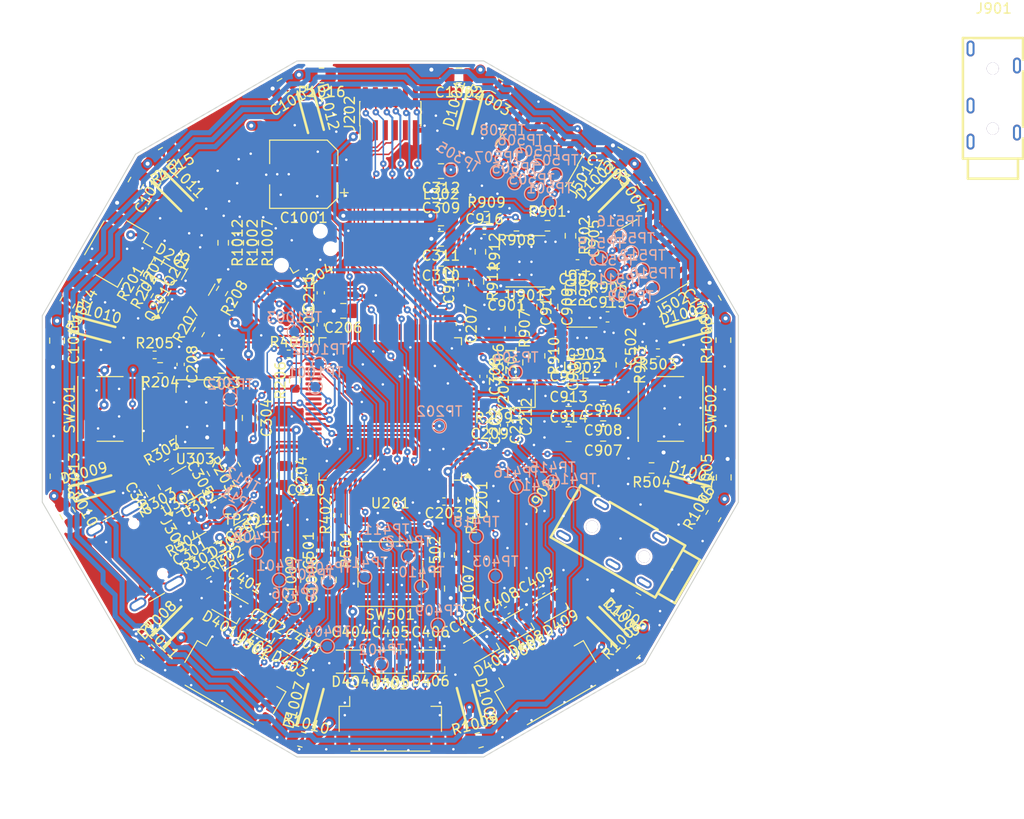
<source format=kicad_pcb>
(kicad_pcb (version 20240108) (generator "pcbnew") (generator_version "8.0")
  (layers (0 "F.Cu" signal) (1 "In1.Cu" signal) (2 "In2.Cu" signal) (31 "B.Cu" signal) (34 "B.Paste" user) (35 "F.Paste" user) (36 "B.SilkS" user "B.Silkscreen") (37 "F.SilkS" user "F.Silkscreen") (38 "B.Mask" user) (39 "F.Mask" user) (44 "Edge.Cuts" user))
  (net 0 "")
  (net 1 "GND")
  (net 2 "+5V")
  (net 3 "/MCU/SWD_NRST")
  (net 4 "+3V3")
  (net 5 "+3V3A")
  (net 6 "/MCU/HSE_IN")
  (net 7 "/MCU/VCAP2")
  (net 8 "/MCU/VCAP1")
  (net 9 "/MCU/BOOT0")
  (net 10 "/USB/USB_SHLD")
  (net 11 "/MCU/BIG_RED_BUTTON")
  (net 12 "/MCU/MUTE_BUTTON")
  (net 13 "Net-(C909-Pad2)")
  (net 14 "/AUDIO/DAC_OUTB")
  (net 15 "/ACCEL/LED_ACCEL")
  (net 16 "Net-(D401-DOUT)")
  (net 17 "Net-(D402-DOUT)")
  (net 18 "Net-(D403-DOUT)")
  (net 19 "Net-(D404-DOUT)")
  (net 20 "Net-(D405-DOUT)")
  (net 21 "Net-(D406-DOUT)")
  (net 23 "V_USB")
  (net 24 "/MCU/SCL_QT")
  (net 25 "/MCU/I2C2_SCL")
  (net 26 "/MCU/STA_QT")
  (net 27 "/MCU/I2C2_SDA")
  (net 28 "/MCU/BOOT_SW")
  (net 29 "/UI/BIG_RED_SW")
  (net 30 "/MCU/USB_DM")
  (net 31 "/ACCEL/ACCEL.INTB3")
  (net 32 "/ACCEL/ACCEL.MISO2")
  (net 33 "/ACCEL/ACCEL.MOSI3")
  (net 34 "/MCU/SWD_DIO")
  (net 35 "/MCU/SWD_CLK")
  (net 36 "/MCU/VCP_TX")
  (net 37 "/ACCEL/ACCEL.NCS3")
  (net 38 "/MCU/SWD_SWO")
  (net 39 "/ACCEL/ACCEL.SCK2")
  (net 40 "/ACCEL/ACCEL.MOSI1")
  (net 41 "/ACCEL/ACCEL.SCK1")
  (net 42 "/ACCEL/ACCEL.NCS2")
  (net 43 "/ACCEL/ACCEL.MOSI2")
  (net 44 "/ACCEL/ACCEL.INTA3")
  (net 45 "/ACCEL/ACCEL.MISO1")
  (net 46 "/ACCEL/ACCEL.SCK3")
  (net 47 "/ACCEL/ACCEL.MISO3")
  (net 48 "/ACCEL/ACCEL.INTB1")
  (net 49 "/MCU/VCP_RX")
  (net 50 "/ACCEL/ACCEL.INTA1")
  (net 51 "/ACCEL/ACCEL.INTB2")
  (net 52 "/ACCEL/ACCEL.NCS1")
  (net 53 "/AUDIO/MUTE_SIGNAL")
  (net 54 "Net-(C213-Pad1)")
  (net 55 "/ACCEL/ACCEL.INTA2")
  (net 56 "/AUDIO/DAC_OUTA")
  (net 57 "/MCU/HSE_OUT")
  (net 58 "/MCU/USB_DP")
  (net 59 "/USB/CC1")
  (net 60 "/USB/usb_dp_in")
  (net 61 "/USB/CC2")
  (net 62 "/USB/usb_dm_in")
  (net 63 "/USB/I_set")
  (net 64 "+5VA")
  (net 65 "/AUDIO/AMP1_IN")
  (net 66 "/AUDIO/AMP2_IN")
  (net 67 "/AUDIO/AMP1_OUT")
  (net 68 "Net-(C910-Pad2)")
  (net 69 "/AUDIO/AMP2_OUT")
  (net 70 "/AUDIO/LN_BYPASS")
  (net 71 "/AUDIO/LN_OUT1")
  (net 72 "/AUDIO/AUDIO_R")
  (net 73 "/AUDIO/AUDIO_L")
  (net 74 "/AUDIO/LN_OUT2")
  (net 75 "/MCU/5V_QT")
  (net 76 "/USB/V_USB_LED_+")
  (net 77 "Net-(D407-DOUT)")
  (net 78 "Net-(D408-DOUT)")
  (net 81 "/ACCEL/SPI ACCELEROMETER1/ACCEL_SCK")
  (net 82 "/ACCEL/SPI ACCELEROMETER2/ACCEL_SCK")
  (net 83 "/ACCEL/SPI ACCELEROMETER3/ACCEL_SCK")
  (net 84 "/MCU/LED_ACCEL_3V3")
  (net 85 "/UI/MUTE_SW")
  (net 86 "/STROBE/FET1_D")
  (net 87 "/STROBE/FET2_D")
  (net 88 "/MCU/LED_STROBE_1")
  (net 89 "/MCU/LED_STROBE_2")
  (net 90 "/MCU/LED_STROBE_3")
  (net 91 "Net-(J501-Pin_16)")
  (net 92 "Net-(J501-Pin_14)")
  (net 97 "/MCU/DAC_EXT_TRG")
  (net 127 "/STROBE/FET3_D")
  (net 128 "/AUDIO/LN_IN1")
  (net 129 "/AUDIO/LN_IN2")
  (net 130 "Net-(D1001-A)")
  (net 131 "Net-(D1002-A)")
  (net 132 "Net-(D1003-A)")
  (net 133 "Net-(D1004-A)")
  (net 134 "/AUDIO/AMP1_FB")
  (net 135 "Net-(D1005-A)")
  (net 136 "Net-(D1006-A)")
  (net 137 "Net-(D1007-A)")
  (net 138 "Net-(D1008-A)")
  (net 139 "/AUDIO/AMP2_FB")
  (net 140 "Net-(D1009-A)")
  (net 141 "Net-(D1010-A)")
  (net 142 "Net-(D1011-A)")
  (net 143 "Net-(D1012-A)")
  (net 146 "/MCU/ADC1_INP")
  (net 147 "/MCU/ADC2_INP")
  (net 148 "/MCU/ADC2_INN")
  (net 149 "/MCU/ADC1_INN")
  (net 150 "/MCU/UART_CTS")
  (net 151 "/MCU/UART_TX")
  (net 152 "/MCU/UART_RX")
  (net 153 "/MCU/UART_RTS")
  (net 154 "Net-(J501-Pin_6)")
  (net 155 "Net-(J501-Pin_12)")
  (net 156 "Net-(J501-Pin_10)")
  (net 157 "Net-(J501-Pin_4)")
  (net 158 "Net-(J501-Pin_2)")
  (net 159 "Net-(J501-Pin_8)")
  (net 160 "Net-(J502-Pin_16)")
  (net 161 "Net-(J502-Pin_14)")
  (net 162 "Net-(J502-Pin_4)")
  (net 163 "Net-(J502-Pin_8)")
  (net 164 "Net-(J502-Pin_12)")
  (net 165 "Net-(J502-Pin_6)")
  (net 166 "Net-(J502-Pin_10)")
  (net 167 "Net-(J502-Pin_2)")
  (net 168 "/AUDIO/AMP1_FILT")
  (net 169 "/AUDIO/AMP2_FILT")
  (footprint "Resistor_SMD:R_0805_2012Metric" (layer "F.Cu") (at 173.3 95.6 -90)
    (property "Reference" "R903")
    (property "Value" "15k")
  )
  (footprint "Resistor_SMD:R_0603_1608Metric" (layer "F.Cu") (at 158.8 87.3 -90)
    (property "Reference" "R911")
    (property "Value" "R_Small_US")
  )
  (footprint "Capacitor_SMD:C_0805_2012Metric" (layer "F.Cu") (at 174.427276 119.125 150)
    (property "Reference" "C1006")
    (property "Value" "10u")
  )
  (footprint "Capacitor_SMD:C_0805_2012Metric" (layer "F.Cu") (at 126.275 108.2 120)
    (property "Reference" "C302")
    (property "Value" "10u")
  )
  (footprint "Capacitor_SMD:C_0402_1005Metric_Pad0.74x0.62mm_HandSolder" (layer "F.Cu") (at 143.05 91.6 90)
    (property "Reference" "C205")
    (property "Value" "100n")
  )
  (footprint "Capacitor_SMD:C_0805_2012Metric" (layer "F.Cu") (at 132.45 106.1 120)
    (property "Reference" "C305")
    (property "Value" "10u")
  )
  (footprint "Crystal:Crystal_SMD_2016-4Pin_2.0x1.6mm" (layer "F.Cu") (at 163.32 98.5 90)
    (property "Reference" "Y201")
    (property "Value" "24MHz")
  )
  (footprint "LED_SMD:LED_WS2812B-2020_PLCC4_2.0x2.0mm" (layer "F.Cu") (at 150.0175 125.25 180)
    (property "Reference" "D405")
    (property "Value" "WS2812B-2020")
  )
  (footprint "Resistor_SMD:R_0603_1608Metric" (layer "F.Cu") (at 162.6 81.7 180)
    (property "Reference" "R908")
    (property "Value" "R_Small_US")
  )
  (footprint "Resistor_SMD:R_0603_1608Metric" (layer "F.Cu") (at 168 87.9 -90)
    (property "Reference" "R904")
    (property "Value" "R_Small_US")
  )
  (footprint "Resistor_SMD:R_0805_2012Metric" (layer "F.Cu") (at 125.775 124.225 -45)
    (property "Reference" "R1011")
    (property "Value" "??")
  )
  (footprint "Capacitor_SMD:C_0603_1608Metric" (layer "F.Cu") (at 171.7 90.8)
    (property "Reference" "C915")
    (property "Value" "1u")
  )
  (footprint "Capacitor_SMD:C_0805_2012Metric" (layer "F.Cu") (at 117.75 110.425 -60)
    (property "Reference" "C1010")
    (property "Value" "10u")
  )
  (footprint "Connector_JST:JST_SH_SM08B-SRSS-TB_1x08-1MP_P1.00mm_Horizontal" (layer "F.Cu") (at 134.25 127.25 -30)
    (property "Reference" "J601")
    (property "Value" "Conn_01x08_Socket")
  )
  (footprint "Resistor_SMD:R_0805_2012Metric" (layer "F.Cu") (at 174.26 124.26 45)
    (property "Reference" "R1008")
    (property "Value" "??")
  )
  (footprint "Capacitor_SMD:C_0402_1005Metric_Pad0.74x0.62mm_HandSolder" (layer "F.Cu") (at 130.575 115.35 30)
    (property "Reference" "C301")
    (property "Value" "100n")
  )
  (footprint "Capacitor_SMD:C_0805_2012Metric" (layer "F.Cu") (at 171.26 102.48 180)
    (property "Reference" "C907")
    (property "Value" "22u")
  )
  (footprint "Resistor_SMD:R_0805_2012Metric" (layer "F.Cu") (at 143.125 66.675 180)
    (property "Reference" "R1016")
    (property "Value" "??")
  )
  (footprint "Resistor_SMD:R_0603_1608Metric" (layer "F.Cu") (at 159 84.3 -90)
    (property "Reference" "R912")
    (property "Value" "R_Small_US")
  )
  (footprint "Capacitor_SMD:C_0805_2012Metric" (layer "F.Cu") (at 172.6 74.6 150)
    (property "Reference" "C1003")
    (property "Value" "10u")
  )
  (footprint "Capacitor_SMD:C_0805_2012Metric" (layer "F.Cu") (at 167.81 98.43)
    (property "Reference" "C911")
    (property "Value" "22u")
  )
  (footprint "Capacitor_SMD:C_0402_1005Metric_Pad0.74x0.62mm_HandSolder" (layer "F.Cu") (at 129.05 95.55 -90)
    (property "Reference" "C208")
    (property "Value" "100n")
  )
  (footprint "Capacitor_SMD:C_0805_2012Metric" (layer "F.Cu") (at 155.062724 78.238347 180)
    (property "Reference" "C309")
    (property "Value" "22u")
  )
  (footprint "Capacitor_SMD:C_0805_2012Metric" (layer "F.Cu") (at 155.05 85 180)
    (property "Reference" "C310")
    (property "Value" "22u")
  )
  (footprint "Resistor_SMD:R_0402_1005Metric" (layer "F.Cu") (at 127.425 110.225 30)
    (property "Reference" "R303")
    (property "Value" "5K1")
  )
  (footprint "footprints:LED-SMD_L4.0-W1.50_HL-A-4014H421W-S1-HR3-DM-HL" (layer "F.Cu") (at 158.090683 130.194842 -75)
    (property "Reference" "D1006")
    (property "Value" "LED")
  )
  (footprint "Capacitor_SMD:C_0603_1608Metric" (layer "F.Cu") (at 157.3 87.6 90)
    (property "Reference" "C912")
    (property "Value" "C_Small")
  )
  (footprint "LED_SMD:LED_WS2812B-2020_PLCC4_2.0x2.0mm" (layer "F.Cu") (at 140.914102 123.75 150)
    (property "Reference" "D403")
    (property "Value" "WS2812B-2020")
  )
  (footprint "Button_Switch_SMD:SW_SPST_PTS645" (layer "F.Cu") (at 122 100 90)
    (property "Reference" "SW201")
    (property "Value" "SW_Push")
  )
  (footprint "Capacitor_SMD:C_0805_2012Metric" (layer "F.Cu") (at 139.45 106.65 -90)
    (property "Reference" "C204")
    (property "Value" "2u2")
  )
  (footprint "footprints:AUDIO-TH_PJ-3270" (layer "F.Cu") (at 210.29 68.64)
    (property "Reference" "J901")
    (property "Value" "PJ-3270")
  )
  (footprint "Package_TO_SOT_SMD:SOT-23-6" (layer "F.Cu") (at 130.1 111.35 30)
    (property "Reference" "U301")
    (property "Value" "USBLC6-2SC6")
  )
  (footprint "footprints:LED-SMD_L4.0-W1.50_HL-A-4014H421W-S1-HR3-DM-HL" (layer "F.Cu") (at 180.194842 91.909317 15)
    (property "Reference" "D1003")
    (property "Value" "LED")
  )
  (footprint "footprints:LED-SMD_L4.0-W1.50_HL-A-4014H421W-S1-HR3-DM-HL" (layer "F.Cu") (at 172.104158 122.104158 -45)
    (property "Reference" "D1005")
    (property "Value" "LED")
  )
  (footprint "Capacitor_SMD:C_0402_1005Metric_Pad0.74x0.62mm_HandSolder" (layer "F.Cu") (at 143.05 88.4 90)
    (property "Reference" "C211")
    (property "Value" "100n")
  )
  (footprint "Capacitor_SMD:C_0402_1005Metric_Pad0.74x0.62mm_HandSolder" (layer "F.Cu") (at 161.6 88.5 180)
    (property "Reference" "C901")
    (property "Value" "100n")
  )
  (footprint "LED_SMD:LED_WS2812B-2020_PLCC4_2.0x2.0mm" (layer "F.Cu") (at 146.0175 125.25 180)
    (property "Reference" "D404")
    (property "Value" "WS2812B-2020")
  )
  (footprint "Capacitor_SMD:C_0402_1005Metric_Pad0.74x0.62mm_HandSolder" (layer "F.Cu") (at 159.29 101.75 -90)
    (property "Reference" "C202")
    (property "Value" "100n")
  )
  (footprint "LED_SMD:LED_0603_1608Metric" (layer "F.Cu") (at 134.275 114.8 30)
    (property "Reference" "D301")
    (property "Value" "LED")
  )
  (footprint "Package_QFP:LQFP-100_14x14mm_P0.5mm" (layer "F.Cu") (at 150 100 180)
    (property "Reference" "U201")
    (property "Value" "STM32H723VGTx")
  )
  (footprint "Capacitor_SMD:C_0805_2012Metric" (layer "F.Cu") (at 139.3 67.75 -150)
    (property "Reference" "C1013")
    (property "Value" "10u")
  )
  (footprint "Resistor_SMD:R_0805_2012Metric" (layer "F.Cu") (at 175.425 77.4 120)
    (property "Reference" "R1004")
    (property "Value" "??")
  )
  (footprint "Capacitor_SMD:C_0402_1005Metric_Pad0.74x0.62mm_HandSolder" (layer "F.Cu") (at 143 114.15 90)
    (property "Reference" "C501")
    (property "Value" "100n")
  )
  (footprint "Capacitor_SMD:C_0402_1005Metric_Pad0.74x0.62mm_HandSolder" (layer "F.Cu") (at 146.0175 123.45)
    (property "Reference" "C404")
    (property "Value" "100n")
  )
  (footprint "Capacitor_SMD:C_0805_2012Metric" (layer "F.Cu") (at 124.575 77.45 -120)
    (property "Reference" "C1012")
    (property "Value" "10u")
  )
  (footprint "Button_Switch_SMD:SW_SPST_PTS645" (layer "F.Cu") (at 150 116.5 180)
    (property "Reference" "SW501")
    (property "Value" "SW_Push")
  )
  (footprint "Resistor_SMD:R_0603_1608Metric" (layer "F.Cu") (at 133.3 83.4 -90)
    (property "Reference" "R1012")
    (property "Value" "10k")
  )
  (footprint "footprints:LED-SMD_L4.0-W1.50_HL-A-4014H421W-S1-HR3-DM-HL" (layer "F.Cu") (at 172.104158 77.895842 45)
    (property "Reference" "D1002")
    (property "Value" "LED")
  )
  (footprint "Capacitor_SMD:C_0402_1005Metric_Pad0.74x0.62mm_HandSolder" (layer "F.Cu") (at 161.682587 120.124968 30)
    (property "Reference" "C408")
    (property "Value" "100n")
  )
  (footprint "Resistor_SMD:R_0603_1608Metric" (layer "F.Cu") (at 132.85 113.75 -150)
    (property "Reference" "R302")
    (property "Value" "1k")
  )
  (footprint "Resistor_SMD:R_0805_2012Metric" (layer "F.Cu") (at 164.7 94.7 -90)
    (property "Reference" "R910")
    (property "Value" "15k")
  )
  (footprint "Resistor_SMD:R_0402_1005Metric" (layer "F.Cu") (at 176.74 94.38 180)
    (property "Reference" "R503")
    (property "Value" "330")
  )
  (footprint "Capacitor_SMD:C_0402_1005Metric_Pad0.74x0.62mm_HandSolder" (layer "F.Cu") (at 154.0175 123.45)
    (property "Reference" "C406")
    (property "Value" "100n")
  )
  (footprint "Resistor_SMD:R_0402_1005Metric" (layer "F.Cu") (at 159.3 110.65 90)
    (property "Reference" "R403")
    (property "Value" "22")
  )
  (footprint "Capacitor_SMD:C_0402_1005Metric_Pad0.74x0.62mm_HandSolder" (layer "F.Cu") (at 155.35 109.25 180)
    (property "Reference" "C203")
    (property "Value" "100n")
  )
  (footprint "Diode_SMD:D_SOD-323" (layer "F.Cu") (at 127.4 86.4 -30)
    (property "Reference" "D201")
    (property "Value" "Schottky Diode")
  )
  (footprint "Resistor_SMD:R_0805_2012Metric" (layer "F.Cu") (at 117.75 89.35 -120)
    (property "Reference" "R1014")
    (property "Value" "??")
  )
  (footprint "Connector_JST:JST_SH_SM08B-SRSS-TB_1x08-1MP_P1.00mm_Horizontal" (layer "F.Cu") (at 165.75 127.25 30)
    (property "Reference" "J801")
    (property "Value" "Conn_01x08_Socket")
  )
  (footprint "Capacitor_SMD:C_0402_1005Metric_Pad0.74x0.62mm_HandSolder" (layer "F.Cu") (at 141.6 106.975 180)
    (property "Reference" "C210")
    (property "Value" "100n")
  )
  (footprint "Resistor_SMD:R_0805_2012Metric" (layer "F.Cu") (at 183.275 93.125 90)
    (property "Reference" "R1005")
    (property "Value" "??")
  )
  (footprint "Capacitor_SMD:C_0402_1005Metric_Pad0.74x0.62mm_HandSolder" (layer "F.Cu") (at 134.885898 118.191154 -30)
    (property "Reference" "C401")
    (property "Value" "100n")
  )
  (footprint "Resistor_SMD:R_0603_1608Metric" (layer "F.Cu") (at 131.6 116.4 30)
    (property "Reference" "R301")
    (property "Value" "100k")
  )
  (footprint "Capacitor_SMD:C_0805_2012Metric" (layer "F.Cu") (at 143.85 117.075 90)
    (property "Reference" "C1008")
    (property "Value" "10u")
  )
  (footprint "Connector_PinHeader_1.00mm:PinHeader_2x08_P1.00mm_Vertical_SMD" (layer "F.Cu") (at 164.6 74.7 -120)
    (property "Reference" "J501")
    (property "Value" "Conn_02x08_Odd_Even")
  )
  (footprint "Connector:Tag-Connect_TC2030-IDC-NL_2x03_P1.27mm_Vertical" (layer "F.Cu") (at 141.317648 84.384926 30)
    (property "Reference" "J204")
    (property "Value" "TC2030-NL")
  )
  (footprint "Resistor_SMD:R_0603_1608Metric" (layer "F.Cu") (at 160.34 99.46 180)
    (property "Reference" "R209")
    (property "Value" "47")
  )
  (footprint "Capacitor_SMD:C_0805_2012Metric" (layer "F.Cu") (at 167.81 100.48)
    (property "Reference" "C913")
    (property "Value" "22u")
  )
  (footprint "Resistor_SMD:R_0603_1608Metric" (layer "F.Cu") (at 140.45 97.15 90)
    (property "Reference" "R206")
    (property "Value" "10k")
  )
  (footprint "LED_SMD:LED_WS2812B-2020_PLCC4_2.0x2.0mm" (layer "F.Cu") (at 159.118486 123.683814 -150)
    (property "Reference" "D407")
    (property "Value" "WS2812B-2020")
  )
  (footprint "footprints:LED-SMD_L4.0-W1.50_HL-A-4014H421W-S1-HR3-DM-HL" (layer "F.Cu") (at 158.090683 69.805158 75)
    (property "Reference" "D1001")
    (property "Value" "LED")
  )
  (footprint "Capacitor_SMD:C_0603_1608Metric" (layer "F.Cu") (at 168.7 85.6 180)
    (property "Reference" "C902")
    (property "Value" "C_Small")
  )
  (footprint "Connector_JST:JST_SH_SM04B-SRSS-TB_1x04-1MP_P1.00mm_Horizontal" (layer "F.Cu") (at 122.75 84.25 -120)
    (property "Reference" "J201")
    (property "Value" "Conn_01x04_Socket")
  )
  (footprint "Capacitor_SMD:C_0805_2012Metric" (layer "F.Cu") (at 155.05 83 180)
    (property "Reference" "C311")
    (property "Value" "22u")
  )
  (footprint "footprints:LED-SMD_L4.0-W1.50_HL-A-4014H421W-S1-HR3-DM-HL" (layer "F.Cu") (at 141.909317 130.194842 -105)
    (property "Reference" "D1007")
    (property "Value" "LED")
  )
  (footprint "Package_TO_SOT_SMD:SOT-23" (layer "F.Cu") (at 130.80625 87.302572 -120)
    (property "Reference" "Q203")
    (property "Value" "BSS138")
  )
  (footprint "footprints:LED-SMD_L4.0-W1.50_HL-A-4014H421W-S1-HR3-DM-HL" (layer "F.Cu") (at 119.805158 91.909317 165)
    (property "Reference" "D1010")
    (property "Value" "LED")
  )
  (footprint "Resistor_SMD:R_0402_1005Metric" (layer "F.Cu") (at 144.71 110.64 90)
    (property "Reference" "R402")
    (property "Value" "22")
  )
  (footprint "Capacitor_SMD:C_0402_1005Metric_Pad0.74x0.62mm_HandSolder" (layer "F.Cu") (at 150.0175 123.45)
    (property "Reference" "C405")
    (property "Value" "100n")
  )
  (footprint "Resistor_SMD:R_0402_1005Metric" (layer "F.Cu") (at 126.45 94.6)
    (property "Reference" "R205")
    (property "Value" "330")
  )
  (footprint "Capacitor_SMD:C_0805_2012Metric" (layer "F.Cu") (at 156.85 66.675 180)
    (property "Reference" "C1002")
    (property "Value" "10u")
  )
  (footprint "LED_SMD:LED_WS2812B-2020_PLCC4_2.0x2.0mm" (layer "F.Cu") (at 162.582587 121.683814 -150)
    (property "Reference" "D408")
    (property "Value" "WS2812B-2020")
  )
  (footprint "Capacitor_SMD:C_0402_1005Metric_Pad0.74x0.62mm_HandSolder" (layer "F.Cu") (at 158.218486 122.124968 30)
    (property "Reference" "C407")
    (property "Value" "100n")
  )
  (footprint "Capacitor_SMD:C_0805_2012Metric" (layer "F.Cu") (at 167.81 102.53)
    (property "Reference" "C914")
    (property "Value" "22u")
  )
  (footprint "Resistor_SMD:R_0402_1005Metric" (layer "F.Cu") (at 144.4 114 -90)
    (property "Reference" "R501")
    (property "Value" "330")
  )
  (footprint "Package_TO_SOT_SMD:SOT-23-5" (layer "F.Cu") (at 129.65 107.475 -150)
    (property "Reference" "U302")
    (property "Value" "MT9700")
  )
  (footprint "Capacitor_SMD:C_0805_2012Metric" (layer "F.Cu") (at 156.15 117.95 -90)
    (property "Reference" "C1007")
    (property "Value" "10u")
  )
  (footprint "Resistor_SMD:R_0402_1005Metric" (layer "F.Cu") (at 139.85 94.5)
    (property "Reference" "R401")
    (property "Value" "22")
  )
  (footprint "Capacitor_SMD:C_0402_1005Metric_Pad0.74x0.62mm_HandSolder" (layer "F.Cu") (at 169.2 83 -90)
    (property "Reference" "C905")
    (property "Value" "100n")
  )
  (footprint "Capacitor_SMD:C_0402_1005Metric_Pad0.74x0.62mm_HandSolder" (layer "F.Cu") (at 167.1 96.3 -90)
    (property "Reference" "C904")
    (property "Value" "100n")
  )
  (footprint "Capacitor_SMD:C_0805_2012Metric" (layer "F.Cu") (at 155.062724 76.238346 180)
    (property "Reference" "C312")
    (property "Value" "22u")
  )
  (footprint "Package_TO_SOT_SMD:SOT-23" (layer "F.Cu") (at 134.136899 109.98125 -150)
    (property "Reference" "Q202")
    (property "Value" "BSS138")
  )
  (footprint "Resistor_SMD:R_0603_1608Metric" (layer "F.Cu") (at 134.45 105.8 120)
    (property "Reference" "R203")
    (property "Value" "10k")
  )
  (footprint "footprints:LED-SMD_L4.0-W1.50_HL-A-4014H421W-S1-HR3-DM-HL" (layer "F.Cu") (at 180.194842 108.090683 -15)
    (property "Reference" "D1004")
    (property "Value" "LED")
  )
  (footprint "Capacitor_SMD:C_0805_2012Metric" (layer "F.Cu") (at 162.5 95.35 90)
    (property "Reference" "C306")
    (property "Value" "1u")
  )
  (footprint "Capacitor_SMD:C_0402_1005Metric" (layer "F.Cu") (at 161.36 101.62 -90)
    (property "Reference" "C213")
    (property "Value" "12p")
  )
  (footprint "Resistor_SMD:R_0603_1608Metric" (layer "F.Cu") (at 171.8 89.3)
    (property "Reference" "R906")
    (property "Value" "10k")
  )
  (footprint "Capacitor_SMD:C_0805_2012Metric" (layer "F.Cu") (at 163.9 89.8 -90)
    (property "Reference" "C910")
    (property "Value" "2u2")
  )
  (footprint "LED_SMD:LED_WS2812B-2020_PLCC4_2.0x2.0mm" (layer "F.Cu") (at 166.046689 119.683814 -150)
    (property "Reference" "D409")
    (property "Value" "WS2812B-2020")
  )
  (footprint "footprints:LED-SMD_L4.0-W1.50_HL-A-4014H421W-S1-HR3-DM-HL" (layer "F.Cu") (at 119.805159 108.090683 -165)
    (property "Reference" "D1009")
    (property "Value" "LED")
  )
  (footprint "Resistor_SMD:R_0805_2012Metric" (layer "F.Cu") (at 158.875 133.1 15)
    (property "Reference" "R1009")
    (property "Value" "??")
  )
  (footprint "Capacitor_SMD:C_0805_2012Metric" (layer "F.Cu") (at 116.7 93.175 -90)
    (property "Reference" "C1011")
    (property "Value" "10u")
  )
  (footprint "Resistor_SMD:R_0603_1608Metric" (layer "F.Cu") (at 159.6 80.8)
    (property "Reference" "R909")
    (property "Value" "R_Small_US")
  )
  (footprint "Inductor_SMD:L_0603_1608Metric" (layer "F.Cu") (at 160.67 95.53 -90)
    (property "Reference" "L301")
    (property "Value" "39n")
  )
  (footprint "Capacitor_SMD:C_0805_2012Metric" (layer "F.Cu") (at 183.31 106.84 90)
    (property "Reference" "C1005")
    (property "Value" "10u")
  )
  (footprint "Connector_PinHeader_1.00mm:PinHeader_2x08_P1.00mm_Vertical_SMD" (layer "F.Cu") (at 175.6 85.2 -150)
    (property "Reference" "J502")
    (property "Value" "Conn_02x08_Odd_Even")
  )
  (footprint "Capacitor_SMD:C_0805_2012Metric" (layer "F.Cu") (at 166 89.8 -90)
    (property "Reference" "C909")
    (property "Value" "2u2")
  )
  (footprint "Capacitor_SMD:C_0805_2012Metric" (layer "F.Cu") (at 171.26 100.46 180)
    (property "Reference" "C908")
    (property "Value" "22u")
  )
  (footprint "Capacitor_SMD:C_0402_1005Metric_Pad0.74x0.62mm_HandSolder" (layer "F.Cu") (at 165.146689 118.124968 30)
    (property "Reference" "C409")
    (property "Value" "100n")
  )
  (footprint "Resistor_SMD:R_0805_2012Metric" (layer "F.Cu") (at 182.275 110.7 60)
    (property "Reference" "R1006")
    (property "Value" "??")
  )
  (footprint "Capacitor_SMD:C_0402_1005Metric_Pad0.74x0.62mm_HandSolder" (layer "F.Cu") (at 138.35 120.191154 -30)
    (property "Reference" "C402")
    (property "Value" "100n")
  )
  (footprint "LED_SMD:LED_WS2812B-2020_PLCC4_2.0x2.0mm" (layer "F.Cu") (at 137.45 121.75 150)
    (property "Reference" "D402")
    (property "Value" "WS2812B-2020")
  )
  (footprint "Resistor_SMD:R_0805_2012Metric" (layer "F.Cu") (at 116.75 106.725 -90)
    (property "Reference" "R1013")
    (property "Value" "??")
  )
  (footprint "Connector_PinHeader_1.00mm:PinHeader_2x06_P1.00mm_Vertical_SMD" (layer "F.Cu") (at 150 70.5 90)
    (property "Reference" "J202")
    (property "Value" "Conn_02x06")
  )
  (footprint "Capacitor_SMD:C_0402_1005Metric_Pad0.74x0.62mm_HandSolder" (layer "F.Cu") (at 159.4 82.2)
    (property "Reference" "C916")
    (property "Value" "100n")
  )
  (footprint "Button_Switch_SMD:SW_SPST_PTS645" (layer "F.Cu") (at 178 100 -90)
    (property "Reference" "SW502")
    (property "Value" "SW_Push")
  )
  (footprint "Capacitor_SMD:C_0805_2012Metric" (layer "F.Cu") (at 182.275 89.275 120)
    (property "Reference" "C1004")
    (property "Value" "10u")
  )
  (footprint "Resistor_SMD:R_0805_2012Metric" (layer "F.Cu") (at 127.4 74.625 -150)
    (property "Reference" "R1015")
    (property "Value" "??")
  )
  (footprint "Capacitor_SMD:C_0402_1005Metric" (layer "F.Cu") (at 162.46 100.8 -90)
    (property "Reference" "C212")
    (property "Value" "12p")
  )
  (footprint "Capacitor_SMD:C_0805_2012Metric" (layer "F.Cu") (at 135.95 100.9 -90)
    (property "Reference" "C304")
    (property "Value" "22u")
  )
  (footprint "Resistor_SMD:R_0603_1608Metric" (layer "F.Cu") (at 130.8375 92.314471 60)
    (property "Reference" "R207")
    (property "Value" "10k")
  )
  (footprint "Resistor_SMD:R_0603_1608Metric" (layer "F.Cu") (at 127 95.9 180)
    (property "Reference" "R204")
    (property "Value" "10k")
  )
  (footprint "Resistor_SMD:R_0603_1608Metric" (layer "F.Cu") (at 162 92 -90)
    (property "Reference" "R907")
    (property "Value" "10k")
  )
  (footprint "Package_SO:HVSSOP-8-1EP_3x3mm_P0.65mm_EP1.57x1.89mm" (layer "F.Cu") (at 169.1425 93.43 180)
    (property "Reference" "U902")
    (property "Value" "TPA6111A2")
  )
  (footprint "Resistor_SMD:R_0402_1005Metric" (layer "F.Cu") (at 129.925 114.45 30)
    (property "Reference" "R304")
    (property "Value" "5K1")
  )
  (footprint "Resistor_SMD:R_0603_1608Metric" (layer "F.Cu") (at 133.1875 88.214471 -120)
    (property "Reference" "R208")
    (property "Value" "10k")
  )
  (footprint "Connector_JST:JST_SH_SM08B-SRSS-TB_1x08-1MP_P1.00mm_Horizontal" (layer "F.Cu") (at 150 131.5)
    (property "Reference" "J701")
    (property "Value" "Conn_01x08_Socket")
  )
  (footprint "Capacitor_SMD:C_0805_2012Metric" (layer "F.Cu") (at 171.26 98.43 180)
    (property "Reference" "C906")
    (property "Value" "22u")
  )
  (footprint "Capacitor_SMD:C_0805_2012Metric" (layer "F.Cu") (at 157.5 109.1 -90)
    (property "Reference" "C201")
    (property "Value" "10u")
  )
  (footprint "Capacitor_SMD:C_0402_1005Metric_Pad0.74x0.62mm_HandSolder" (layer "F.Cu") (at 175.2 93.8 90)
    (property "Reference" "C502")
    (property "Value" "100n")
  )
  (footprint "Resistor_SMD:R_0805_2012Metric" (layer "F.Cu") (at 160.675 67.725 150)
    (property "Reference" "R1003")
    (property "Value" "??")
  )
  (footprint "Package_TO_SOT_SMD:SOT-23" (layer "F.Cu") (at 128.86875 90.67637 60)
    (property "Reference" "Q201")
    (property "Value" "BSS138")
  )
  (footprint "Resistor_SMD:R_0603_1608Metric" (layer "F.Cu") (at 176.1 105.9 180)
    (property "Reference" "R504")
    (property "Value" "10k")
  )
  (footprint "Resistor_SMD:R_0603_1608Metric" (layer "F.Cu") (at 134.8 83.4 -90)
    (property "Reference" "R1002")
    (property "Value" "10k")
  )
  (footprint "footprints:LED-SMD_L4.0-W1.50_HL-A-4014H421W-S1-HR3-DM-HL" (layer "F.Cu") (at 127.859045 122.140955 -135)
    (property "Reference" "D1008")
    (property "Value" "LED")
  )
  (footprint "Resistor_SMD:R_0603_1608Metric" (layer "F.Cu") (at 125.3 88.15 60)
    (property "Reference" "R201")
    (property "Value" "10k")
  )
  (footprint "Resistor_SMD:R_0603_1608Metric" (layer "F.Cu") (at 169.5 87.9 90)
    (property "Reference" "R905")
    (property "Value" "R_Small_US")
  )
  (footprint "Capacitor_SMD:C_0402_1005Metric_Pad0.74x0.62mm_HandSolder" (layer "F.Cu") (at 159.3 96.75 -90)
    (property "Reference" "C308")
    (property "Value" "100n")
  )
  (footprint "Capacitor_SMD:CP_Elec_6.3x7.7" (layer "F.Cu") (at 141.35 76.55 180)
    (property "Reference" "C1001")
    (property "Value" "150u")
  )
  (footprint "Capacitor_SMD:C_0402_1005Metric_Pad0.74x0.62mm_HandSolder" (layer "F.Cu") (at 159.92 103.64)
    (property "Reference" "C209")
    (property "Value" "100n")
  )
  (footprint "footprints:LED-SMD_L4.0-W1.50_HL-A-4014H421W-S1-HR3-DM-HL" (layer "F.Cu") (at 127.895842 77.895842 135)
    (property "Reference" "D1011")
    (property "Value" "LED")
  )
  (footprint "Package_SO:SOIC-8-1EP_3.9x4.9mm_P1.27mm_EP2.41x3.81mm" (layer "F.Cu") (at 163.5 85.25 180)
    (property "Reference" "U901")
    (property "Value" "RC4580")
  )
  (footprint "Resistor_SMD:R_0805_2012Metric" (layer "F.Cu") (at 141.15 133.025 -15)
    (property "Reference" "R1010")
    (property "Value" "??")
  )
  (footprint "Capacitor_SMD:C_0402_1005Metric_Pad0.74x0.62mm_HandSolder" (layer "F.Cu") (at 156.95 91.55 -90)
    (property "Reference" "C207")
    (property "Value" "100n")
  )
  (footprint "Resistor_SMD:R_0603_1608Metric" (layer "F.Cu") (at 165.7 81.7)
    (property "Reference" "R901")
    (property "Value" "R_Small_US")
  )
  (footprint "Resistor_SMD:R_0603_1608Metric" (layer "F.Cu") (at 127.875 105.575 30)
    (property "Reference" "R305")
    (property "Value" "4k7")
  )
  (footprint "Resistor_SMD:R_0603_1608Metric" (layer "F.Cu") (at 155.9 114.6 90)
    (property "Reference" "R502")
    (property "Value" "10k")
  )
  (footprint "LED_SMD:LED_WS2812B-2020_PLCC4_2.0x2.0mm" (layer "F.Cu") (at 133.985898 119.75 150)
    (property "Reference" "D401")
    (property "Value" "WS2812B-2020")
  )
  (footprint "Connector_USB:USB_C_Receptacle_GCT_USB4105-xx-A_16P_TopMnt_Horizontal" (layer "F.Cu") (at 123.55 115.25 -60)
    (property "Reference" "J301")
    (property "Value" "USB_C_Receptacle_USB2.0_16P")
  )
  (footprint "Resistor_SMD:R_0603_1608Metric" (layer "F.Cu") (at 168 82.7 -90)
    (property "Reference" "R902")
    (property "Value" "R_Small_US")
  )
  (footprint "Capacitor_SMD:C_0805_2012Metric" (layer "F.Cu") (at 133.15 95.7 180)
    (property "Reference" "C303")
    (property "Value" "10u")
  )
  (footprint "Capacitor_SMD:C_0402_1005Metric_Pad0.74x0.62mm_HandSolder" (layer "F.Cu") (at 141.814102 122.191154 -30)
    (property "Reference" "C403")
    (property "Value" "100n")
  )
  (footprint "TestPoint:TestPoint_Pad_D1.0mm" (layer "F.Cu") (at 135.7 112.5)
    (property "Reference" "TP201")
    (property "Value" "RGBLED_5V")
  )
  (footprint "Capacitor_SMD:C_0805_2012Metric" (layer "F.Cu") (at 141.775 117.075 90)
    (property "Reference" "C1009")
    (property "Value" "10u")
  )
  (footprint "Inductor_SMD:L_1008_2520Metric" (layer "F.Cu") (at 155.062723 80.588347)
    (property "Reference" "L302")
    (property "Value" "2u2")
  )
  (footprint "footprints:AUDIO-TH_PJ-3270" (layer "F.Cu") (at 172.5 113 60)
    (property "Reference" "J901")
    (property "Value" "PJ-3270")
  )
  (footprint "Resistor_SMD:R_0603_1608Metric" (layer "F.Cu") (at 136.3 83.4 -90)
    (property "Reference" "R1007")
    (property "Value" "10k")
  )
  (footprint "LED_SMD:LED_WS2812B-2020_PLCC4_2.0x2.0mm" (layer "F.Cu") (at 154.0175 125.25 180)
    (property "Reference" "D406")
    (property "Value" "WS2812B-2020")
  )
  (footprint "footprints:LED-SMD_L4.0-W1.50_HL-A-4014H421W-S1-HR3-DM-HL" (layer "F.Cu") (at 141.909317 69.805158 105)
    (property "Reference" "D1012")
    (property "Value" "LED")
  )
  (footprint "Package_TO_SOT_SMD:SOT-223-3_TabPin2" (layer "F.Cu") (at 130.5 100.5 180)
    (property "Reference" "U303")
    (property "Value" "AMS1117-3V3")
  )
  (footprint "Capacitor_SMD:C_0805_2012Metric" (layer "F.Cu") (at 169.5 96.2)
    (property "Reference" "C903")
    (property "Value" "10u")
  )
  (footprint "Capacitor_SMD:C_0805_2012Metric" (layer "F.Cu") (at 145.3 90.2 180)
    (property "Reference" "C206")
    (property "Value" "2u2")
  )
  (footprint "Resistor_SMD:R_0603_1608Metric" (layer "F.Cu") (at 126.65 88.95 60)
    (property "Reference" "R202")
    (property "Value" "10k")
  )
  (footprint "TestPoint:TestPoint_Pad_D1.0mm" (layer "B.Cu") (at 166.2 107.3 180)
    (property "Reference" "TP415")
    (property "Value" "TestPoint")
  )
  (footprint "TestPoint:TestPoint_Pad_D1.0mm" (layer "B.Cu") (at 174 90.2 180)
    (property "Reference" "TP509")
    (property "Value" "TestPoint")
  )
  (footprint "TestPoint:TestPoint_Pad_D1.0mm" (layer "B.Cu") (at 142.05 118 180)
    (property "Reference" "TP407")
    (property "Value" "TestPoint")
  )
  (footprint "TestPoint:TestPoint_Pad_D1.0mm" (layer "B.Cu") (at 164.5 109.1 180)
    (property "Reference" "TP417")
    (property "Value" "TestPoint")
  )
  (footprint "TestPoint:TestPoint_Pad_D1.0mm" (layer "B.Cu") (at 171 84.9 180)
    (property "Reference" "TP515")
    (property "Value" "TestPoint")
  )
  (footprint "TestPoint:TestPoint_Pad_D1.0mm" (layer "B.Cu") (at 161.2 73.6 180)
    (property "Reference" "TP508")
    (property "Value" "TestPoint")
  )
  (footprint "TestPoint:TestPoint_Pad_D1.0mm" (layer "B.Cu") (at 140.4 119.9 180)
    (property "Reference" "TP406")
    (property "Value" "TestPoint")
  )
  (footprint "TestPoint:TestPoint_Pad_D1.0mm" (layer "B.Cu") (at 163 74.6 180)
    (property "Reference" "TP506")
    (property "Value" "TestPoint")
  )
  (footprint "TestPoint:TestPoint_Pad_D1.0mm" (layer "B.Cu") (at 162.5 96.3 180)
    (property "Reference" "TP304")
    (property "Value" "TP_3V3A")
  )
  (footprint "TestPoint:TestPoint_Pad_D1.0mm" (layer "B.Cu") (at 147.45 116.8 180)
    (property "Reference" "TP413")
    (property "Value" "TestPoint")
  )
  (footprint "TestPoint:TestPoint_Pad_D1.0mm" (layer "B.Cu") (at 153.1 117.75 180)
    (property "Reference" "TP410")
    (property "Value" "TestPoint")
  )
  (footprint "TestPoint:TestPoint_Pad_D1.0mm" (layer "B.Cu") (at 151.8 114.7 180)
    (property "Reference" "TP412")
    (property "Value" "TestPoint")
  )
  (footprint "TestPoint:TestPoint_Pad_D1.0mm" (layer "B.Cu") (at 175.2 86.1 180)
    (property "Reference" "TP512")
    (property "Value" "TestPoint")
  )
  (footprint "TestPoint:TestPoint_Pad_D1.0mm" (layer "B.Cu") (at 172.9 82.7 180)
    (property "Reference" "TP516")
    (property "Value" "TestPoint")
  )
  (footprint "TestPoint:TestPoint_Pad_D1.0mm" (layer "B.Cu") (at 143.7 123.7 180)
    (property "Reference" "TP404")
    (property "Value" "TestPoint")
  )
  (footprint "TestPoint:TestPoint_Pad_D1.0mm" (layer "B.Cu") (at 140.4 92.3 180)
    (property "Reference" "TP1003")
    (property "Value" "TestPoint")
  )
  (footprint "TestPoint:TestPoint_Pad_D1.0mm" (layer "B.Cu") (at 162.4 77.4 180)
    (property "Reference" "TP505")
    (property "Value" "TestPoint")
  )
  (footprint "TestPoint:TestPoint_Pad_D1.0mm" (layer "B.Cu") (at 174.1 84.4 180)
    (property "Reference" "TP514")
    (property "Value" "TestPoint")
  )
  (footprint "TestPoint:TestPoint_Pad_D1.0mm" (layer "B.Cu") (at 168.3 108.45 180)
    (property "Reference" "TP414")
    (property "Value" "TestPoint")
  )
  (footprint "TestPoint:TestPoint_Pad_D1.0mm" (layer "B.Cu") (at 164.7 75.7 180)
    (property "Reference" "TP504")
    (property "Value" "TestPoint")
  )
  (footprint "TestPoint:TestPoint_Pad_D1.0mm" (layer "B.Cu") (at 142.9 95.5 180)
    (property "Reference" "TP1002")
    (property "Value" "TestPoint")
  )
  (footprint "TestPoint:TestPoint_Pad_D1.0mm" (layer "B.Cu") (at 158.6 112.75 180)
    (property "Reference" "TP418")
    (property "Value" "TestPoint")
  )
  (footprint "TestPoint:TestPoint_Pad_D1.0mm" (layer "B.Cu") (at 166.5 76.6 180)
    (property "Reference" "TP502")
    (property "Value" "TestPoint")
  )
  (footprint "TestPoint:TestPoint_Pad_D1.0mm" (layer "B.Cu") (at 134 99 180)
    (property "Reference" "TP302")
    (property "Value" "TP_5V")
  )
  (footprint "TestPoint:TestPoint_Pad_D1.0mm" (layer "B.Cu") (at 134 110.28 150)
    (property "Reference" "TP11")
    (property "Value" "TP_USB+")
  )
  (footprint "TestPoint:TestPoint_Pad_D1.0mm" (layer "B.Cu") (at 160.7 76.3 180)
    (property "Reference" "TP507")
    (property "Value" "TestPoint")
  )
  (footprint "TestPoint:TestPoint_Pad_D1.0mm" (layer "B.Cu") (at 138.9 117.1 180)
    (property "Reference" "TP401")
    (property "Value" "TestPoint")
  )
  (footprint "TestPoint:TestPoint_Pad_D1.0mm" (layer "B.Cu") (at 154.75 121.6 180)
    (property "Reference" "TP409")
    (property "Value" "TestPoint")
  )
  (footprint "TestPoint:TestPoint_Pad_D1.0mm" (layer "B.Cu") (at 154.9 101.7 180)
    (property "Reference" "TP202")
    (property "Value" "DAC TRG")
  )
  (footprint "TestPoint:TestPoint_Pad_D1.0mm" (layer "B.Cu") (at 149.1 125.5 180)
    (property "Reference" "TP402")
    (property "Value" "TestPoint")
  )
  (footprint "TestPoint:TestPoint_Pad_D1.0mm" (layer "B.Cu") (at 143.8 117.3 180)
    (property "Reference" "TP405")
    (property "Value" "TestPoint")
  )
  (footprint "TestPoint:TestPoint_Pad_D1.0mm" (layer "B.Cu") (at 164.1 78.5 180)
    (property "Reference" "TP503")
    (property "Value" "TestPoint")
  )
  (footprint "TestPoint:TestPoint_Pad_D1.0mm" (layer "B.Cu") (at 176.2 87.9 180)
    (property "Reference" "TP510")
    (property "Value" "TestPoint")
  )
  (footprint "TestPoint:TestPoint_Pad_D1.0mm" (layer "B.Cu") (at 160.5 116.7 180)
    (property "Reference" "TP403")
    (property "Value" "TestPoint")
  )
  (footprint "TestPoint:TestPoint_Pad_D1.0mm" (layer "B.Cu") (at 172.9 88.5 180)
    (property "Reference" "TP511")
    (property "Value" "TestPoint")
  )
  (footprint "TestPoint:TestPoint_Pad_D1.0mm" (layer "B.Cu") (at 165.9 79.4 180)
    (property "Reference" "TP501")
    (property "Value" "TestPoint")
  )
  (footprint "TestPoint:TestPoint_Pad_D1.0mm" (layer "B.Cu") (at 136.6 114.3 180)
    (property "Reference" "TP408")
    (property "Value" "TestPoint")
  )
  (footprint "TestPoint:TestPoint_Pad_D1.0mm" (layer "B.Cu") (at 172.1 86.6 180)
    (property "Reference" "TP513")
    (property "Value" "TestPoint")
  )
  (footprint "TestPoint:TestPoint_Pad_D1.0mm" (layer "B.Cu") (at 162.6 107.8 180)
    (property "Reference" "TP416")
    (property "Value" "TestPoint")
  )
  (footprint "TestPoint:TestPoint_Pad_D1.0mm" (layer "B.Cu") (at 156.05 76.1 150)
    (property "Reference" "TP305")
    (property "Value" "TP_5VA")
  )
  (footprint "TestPoint:TestPoint_Pad_D1.0mm" (layer "B.Cu") (at 134.48 108.31 150)
    (property "Reference" "TP12")
    (property "Value" "TP_USB-")
  )
  (footprint "TestPoint:TestPoint_Pad_D1.0mm" (layer "B.Cu") (at 142.5 97.8 180)
    (property "Reference" "TP1001")
    (property "Value" "TestPoint")
  )
  (footprint "TestPoint:TestPoint_Pad_D1.0mm" (layer "B.Cu") (at 149.6 113.5 180)
    (property "Reference" "TP411")
    (property "Value" "TestPoint")
  )
  (gr_line (start 175.455845 125.455844) (end 159.317486 134.77333) (stroke (width 0.1)) (layer "Edge.Cuts"))
  (gr_line (start 140.682514 65.22667) (end 159.317486 65.22667) (stroke (width 0.1)) (layer "Edge.Cuts"))
  (gr_line (start 115.22667 109.317486) (end 115.22667 90.682514) (stroke (width 0.1)) (layer "Edge.Cuts"))
  (gr_line (start 159.317486 134.77333) (end 140.682514 134.77333) (stroke (width 0.1)) (layer "Edge.Cuts"))
  (gr_line (start 124.544155 74.544156) (end 140.682514 65.22667) (stroke (width 0.1)) (layer "Edge.Cuts"))
  (gr_line (start 175.455844 74.544155) (end 184.77333 90.682514) (stroke (width 0.1)) (layer "Edge.Cuts"))
  (gr_line (start 124.544156 125.455845) (end 115.22667 109.317486) (stroke (width 0.1)) (layer "Edge.Cuts"))
  (gr_line (start 159.317485 65.22667) (end 175.455844 74.544156) (stroke (width 0.1)) (layer "Edge.Cuts"))
  (gr_line (start 115.22667 90.682515) (end 124.544156 74.544156) (stroke (width 0.1)) (layer "Edge.Cuts"))
  (gr_line (start 140.682514 134.77333) (end 124.544156 125.455844) (stroke (width 0.1)) (layer "Edge.Cuts"))
  (gr_line (start 184.77333 90.682514) (end 184.77333 109.317486) (stroke (width 0.1)) (layer "Edge.Cuts"))
  (gr_line (start 184.77333 109.317485) (end 175.455844 125.455844) (stroke (width 0.1)) (layer "Edge.Cuts"))
  (segment (start 176.925 105.9) (end 177.3 105.525) (width 1) (layer "F.Cu") (net 1))
  (segment (start 142.305571 123.40713) (end 142.305571 122.474904) (width 0.5) (layer "F.Cu") (net 1))
  (segment (start 132.218911 122.75) (end 132.218911 123.767949) (width 0.25) (layer "F.Cu") (net 1))
  (segment (start 176.278942 83.075962) (end 176.278942 83.441987) (width 0.25) (layer "F.Cu") (net 1))
  (segment (start 150.585 123.45) (end 150.585 123.4925) (width 0.25) (layer "F.Cu") (net 1))
  (segment (start 125.46384 110.311852) (end 125.5 110.275692) (width 0.3) (layer "F.Cu") (net 1))
  (segment (start 125.46384 107.713436) (end 125.46384 108.829329) (width 0.5) (layer "F.Cu") (net 1))
  (segment (start 144.35 90.2) (end 144.1 90.2) (width 0.5) (layer "F.Cu") (net 1))
  (segment (start 160.35 126.05) (end 161.567949 127.267949) (width 0.5) (layer "F.Cu") (net 1))
  (segment (start 135.053311 119.731186) (end 135.377367 119.40713) (width 0.5) (layer "F.Cu") (net 1))
  (segment (start 155.325 66.1) (end 155.9 66.675) (width 1) (layer "F.Cu") (net 1))
  (segment (start 162.174056 119.841218) (end 162.191218 119.841218) (width 0.5) (layer "F.Cu") (net 1))
  (segment (start 167.590064 74.521058) (end 167.956089 74.521058) (width 0.25) (layer "F.Cu") (net 1))
  (segment (start 135.377367 119.40713) (end 135.377367 118.474904) (width 0.5) (layer "F.Cu") (net 1))
  (segment (start 171.2925 92.455) (end 171.4 92.3) (width 0.3) (layer "F.Cu") (net 1))
  (segment (start 158.9825 97) (end 157.675 97) (width 0.3) (layer "F.Cu") (net 1))
  (segment (start 154.9325 123.7975) (end 154.9325 124.7) (width 0.5) (layer "F.Cu") (net 1))
  (segment (start 122.972724 79.4) (end 124.1 78.272724) (width 1) (layer "F.Cu") (net 1))
  (segment (start 159.29 102.1) (end 159.1104 102.1) (width 0.25) (layer "F.Cu") (net 1))
  (segment (start 131.975 103.125) (end 131.7 102.85) (width 1) (layer "F.Cu") (net 1))
  (segment (start 133.65 102.8) (end 131.75 102.8) (width 1) (layer "F.Cu") (net 1))
  (segment (start 148.05 124.6) (end 148.11 124.6) (width 0.25) (layer "F.Cu") (net 1))
  (segment (start 162.393911 71.521058) (end 162.759936 71.521058) (width 0.25) (layer "F.Cu") (net 1))
  (segment (start 155.9 114.9614) (end 156.1614 114.7) (width 0.25) (layer "F.Cu") (net 1))
  (segment (start 170 90.8) (end 169.9 90.9) (width 0.3) (layer "F.Cu") (net 1))
  (segment (start 130.635104 106.90625) (end 131.975 105.566354) (width 0.5) (layer "F.Cu") (net 1))
  (segment (start 138.239741 67.987465) (end 138.477276 68.225) (width 1) (layer "F.Cu") (net 1))
  (segment (start 167.1 96.8675) (end 167.1 96.9) (width 0.25) (layer "F.Cu") (net 1))
  (segment (start 159.1104 102.1) (end 158.875 101.8646) (width 0.25) (layer "F.Cu") (net 1))
  (segment (start 175.778942 82.209936) (end 175.778942 82.575962) (width 0.25) (layer "F.Cu") (net 1))
  (segment (start 155.5 108.5325) (end 155.5 107.675) (width 0.3) (layer "F.Cu") (net 1))
  (segment (start 154.9325 123.7975) (end 155.3025 123.7975) (width 0.25) (layer "F.Cu") (net 1))
  (segment (start 175.222853 81.4) (end 175.278942 81.343911) (width 0.25) (layer "F.Cu") (net 1))
  (segment (start 141.95 113.5) (end 141.775 113.675) (width 0.5) (layer "F.Cu") (net 1))
  (segment (start 160.4875 103.6375) (end 160.5 103.625) (width 0.5) (layer "F.Cu") (net 1))
  (segment (start 116.7 95.4) (end 116.7 94.125) (width 1) (layer "F.Cu") (net 1))
  (segment (start 152.55 71.7) (end 152.45 71.8) (width 0.25) (layer "F.Cu") (net 1))
  (segment (start 183.7 105) (end 183.31 105.39) (width 1) (layer "F.Cu") (net 1))
  (segment (start 163.6 119.55) (end 163.6 120.25) (width 0.3) (layer "F.Cu") (net 1))
  (segment (start 144.26375 90.28625) (end 144.35 90.2) (width 0.2) (layer "F.Cu") (net 1))
  (segment (start 162.5 94.4) (end 162.5 94.35) (width 0.5) (layer "F.Cu") (net 1))
  (segment (start 159.618737 122.75) (end 158.709955 121.841218) (width 0.5) (layer "F.Cu") (net 1))
  (segment (start 158.8325 82.7) (end 159.092506 82.960006) (width 0.5) (layer "F.Cu") (net 1))
  (segment (start 165.858013 73.521058) (end 166.224038 73.521058) (width 0.25) (layer "F.Cu") (net 1))
  (segment (start 141.49259 105.5) (end 141.0325 105.96009) (width 0.3) (layer "F.Cu") (net 1))
  (segment (start 125.5 108.865489) (end 125.46384 108.829329) (width 0.3) (layer "F.Cu") (net 1))
  (segment (start 159.092506 82.960006) (end 159.092506 82.960007) (width 0.5) (layer "F.Cu") (net 1))
  (segment (start 171.4 92.3) (end 172.245 92.455) (width 0.3) (layer "F.Cu") (net 1))
  (segment (start 156.0364 118.9) (end 156.15 118.9) (width 0.5) (layer "F.Cu") (net 1))
  (segment (start 129.114896 111.91875) (end 129.38125 111.91875) (width 0.5) (layer "F.Cu") (net 1))
  (segment (start 158.655 101.598118) (end 158.655 101.505) (width 0.25) (layer "F.Cu") (net 1))
  (segment (start 130.366673 113.933327) (end 130.95 113.35) (width 0.5) (layer "F.Cu") (net 1))
  (segment (start 144.5 90.35) (end 144.35 90.2) (width 0.2) (layer "F.Cu") (net 1))
  (segment (start 170.925 90.8) (end 171 90.9) (width 0.3) (layer "F.Cu") (net 1))
  (segment (start 148.11 124.6) (end 148.06 124.65) (width 0.25) (layer "F.Cu") (net 1))
  (segment (start 144.35 90.2) (end 143.8825 90.2) (width 0.2) (layer "F.Cu") (net 1))
  (segment (start 165.358013 73.021058) (end 165.858013 73.521058) (width 0.25) (layer "F.Cu") (net 1))
  (segment (start 131.066469 115.06625) (end 131.066469 114.894796) (width 0.5) (layer "F.Cu") (net 1))
  (segment (start 158.8325 82.7) (end 158.8325 83.3075) (width 0.5) (layer "F.Cu") (net 1))
  (segment (start 138.517413 121.731186) (end 139.381186 121.731186) (width 0.25) (layer "F.Cu") (net 1))
  (segment (start 128.336973 116.181281) (end 128.377755 116.181281) (width 0.25) (layer "F.Cu") (net 1))
  (segment (start 164.491987 72.521058) (end 164.991987 73.021058) (width 0.25) (layer "F.Cu") (net 1))
  (segment (start 143.2675 91.0325) (end 143.05 91.0325) (width 0.5) (layer "F.Cu") (net 1))
  (segment (start 167.956089 74.521058) (end 168.456089 75.021058) (width 0.25) (layer "F.Cu") (net 1))
  (segment (start 162.191218 119.841218) (end 163.1 120.75) (width 0.5) (layer "F.Cu") (net 1))
  (segment (start 154.1 66.1) (end 155.325 66.1) (width 1) (layer "F.Cu") (net 1))
  (segment (start 172.234561 73.667715) (end 171.777276 74.125) (width 1) (layer "F.Cu") (net 1))
  (segment (start 129.23 109.97) (end 129.25 109.95) (width 0.5) (layer "F.Cu") (net 1))
  (segment (start 133.65 102.8) (end 135 102.8) (width 1) (layer "F.Cu") (net 1))
  (segment (start 145.6 129.5) (end 145.45 129.35) (width 0.25) (layer "F.Cu") (net 1))
  (segment (start 128.55 95.9) (end 128.5 95.9) (width 0.25) (layer "F.Cu") (net 1))
  (segment (start 183.31 105.39) (end 183.31 105.89) (width 1) (layer "F.Cu") (net 1))
  (segment (start 135 102.8) (end 135.95 101.85) (width 1) (layer "F.Cu") (net 1))
  (segment (start 141.075 106.4) (end 141.075 106.9325) (width 0.5) (layer "F.Cu") (net 1))
  (segment (start 166.724038 74.021058) (end 167.090064 74.021058) (width 0.25) (layer "F.Cu") (net 1))
  (segment (start 161.567949 127.267949) (end 161.718911 127.267949) (width 0.5) (layer "F.Cu") (net 1))
  (segment (start 181.9 87.4) (end 181.9 88.352276) (width 1) (layer "F.Cu") (net 1))
  (segment (start 160.9 72) (end 161.378942 71.521058) (width 0.25) (layer "F.Cu") (net 1))
  (segment (start 139.45 107.6) (end 140.4075 107.6) (width 0.5) (layer "F.Cu") (net 1))
  (segment (start 127.160529 105.9875) (end 127.160529 106.016747) (width 1) (layer "F.Cu") (net 1))
  (segment (start 172.245 92.455) (end 172.3 92.4) (width 0.3) (layer "F.Cu") (net 1))
  (segment (start 175.278942 81.343911) (end 175.278942 81.709936) (width 0.25) (layer "F.Cu") (net 1))
  (segment (start 156 92.325) (end 156.7425 92.325) (width 0.25) (layer "F.Cu") (net 1))
  (segment (start 154.7825 109.25) (end 155.5 108.5325) (width 0.3) (layer "F.Cu") (net 1))
  (segment (start 127.160529 106.016747) (end 125.8 107.377276) (width 1) (layer "F.Cu") (net 1))
  (segment (start 178.278942 86.540064) (end 178.278942 86.906089) (width 0.25) (layer "F.Cu") (net 1))
  (segment (start 158.875 101.818118) (end 158.655 101.598118) (width 0.25) (layer "F.Cu") (net 1))
  (segment (start 165.638158 117.841218) (end 165.65532 117.841218) (width 0.5) (layer "F.Cu") (net 1))
  (segment (start 176.278942 83.441987) (end 176.778942 83.941987) (width 0.25) (layer "F.Cu") (net 1))
  (segment (start 165.65532 117.841218) (end 166.564102 118.75) (width 0.5) (layer "F.Cu") (net 1))
  (segment (start 177.778942 86.040064) (end 178.278942 86.540064) (width 0.25) (layer "F.Cu") (net 1))
  (segment (start 158.8325 82.2) (end 158.8325 82.7) (width 0.5) (layer "F.Cu") (net 1))
  (segment (start 141.981515 123.731186) (end 142.305571 123.40713) (width 0.5) (layer "F.Cu") (net 1))
  (segment (start 157.5 109.84288) (end 157.5 110.05) (width 0.5) (layer "F.Cu") (net 1))
  (segment (start 172.7 118.65) (end 172.2 118.15) (width 1) (layer "F.Cu") (net 1))
  (segment (start 141.95 113.5) (end 142.0325 113.5825) (width 0.5) (layer "F.Cu") (net 1))
  (segment (start 158.8325 83.3075) (end 159 83.475) (width 0.5) (layer "F.Cu") (net 1))
  (segment (start 159.635899 122.75) (end 159.618737 122.75) (width 0.5) (layer "F.Cu") (net 1))
  (segment (start 158.875 101.8646) (end 158.875 101.818118) (width 0.25) (layer "F.Cu") (net 1))
  (segment (start 134.55 115.45) (end 134.29375 115.19375) (width 0.5) (layer "F.Cu") (net 1))
  (segment (start 177.278942 84.808013) (end 177.278942 85.174038) (width 0.25) (layer "F.Cu") (net 1))
  (segment (start 143.1175 88.9675) (end 143.05 88.9675) (width 0.2) (layer "F.Cu") (net 1))
  (segment (start 118.902276 111.247724) (end 119.8 110.35) (width 1) (layer "F.Cu") (net 1))
  (segment (start 138.841469 121.40713) (end 138.841469 120.474904) (width 0.5) (layer "F.Cu") (net 1))
  (segment (start 154.112724 78.238347) (end 154.112724 76.238346) (width 1) (layer "F.Cu") (net 1))
  (segment (start 143.85 116.125) (end 141.775 116.125) (width 0.5) (layer "F.Cu") (net 1))
  (segment (start 150.9325 124.7) (end 150.9325 123.7975) (width 0.5) (layer "F.Cu") (net 1))
  (segment (start 177.278942 85.174038) (end 177.778942 85.674038) (width 0.25) (layer "F.Cu") (net 1))
  (segment (start 171 90.9) (end 170 90.8) (width 0.3) (layer "F.Cu") (net 1))
  (segment (start 173.604552 118.65) (end 172.7 118.65) (width 1) (layer "F.Cu") (net 1))
  (segment (start 127.866673 109.97) (end 129.23 109.97) (width 0.5) (layer "F.Cu") (net 1))
  (segment (start 146.585 123.45) (end 146.9325 123.7975) (width 0.5) (layer "F.Cu") (net 1))
  (segment (start 155.3025 123.7975) (end 155.4 123.7) (width 0.25) (layer "F.Cu") (net 1))
  (segment (start 133.3 82.575) (end 136.3 82.575) (width 0.25) (layer "F.Cu") (net 1))
  (segment (start 159.3 97.3175) (end 158.9825 97) (width 0.3) (layer "F.Cu") (net 1))
  (segment (start 162.1675 88.5) (end 162.1675 88.725) (width 0.5) (layer "F.Cu") (net 1))
  (segment (start 163.625962 72.021058) (end 164.125962 72.521058) (width 0.25) (layer "F.Cu") (net 1))
  (segment (start 156.7425 92.325) (end 156.95 92.1175) (width 0.25) (layer "F.Cu") (net 1))
  (segment (start 164.125962 72.521058) (end 164.491987 72.521058) (width 0.25) (layer "F.Cu") (net 1))
  (segment (start 125.5 110.275692) (end 125.5 108.865489) (width 0.3) (layer "F.Cu") (net 1))
  (segment (start 150.585 123.4925) (end 150.89 123.7975) (width 0.25) (layer "F.Cu") (net 1))
  (segment (start 130.366673 114.195) (end 130.366673 113.933327) (width 0.5) (layer "F.Cu") (net 1))
  (segment (start 143 84.564852) (end 142.735 84.299852) (width 0.25) (layer "F.Cu") (net 1))
  (segment (start 176.778942 83.941987) (end 176.778942 84.308013) (width 0.25) (layer "F.Cu") (net 1))
  (segment (start 122.7 79.4) (end 122.972724 79.4) (width 1) (layer "F.Cu") (net 1))
  (segment (start 131.975 105.277276) (end 131.975 103.125) (width 1) (layer "F.Cu") (net 1))
  (segment (start 125.8 107.377276) (end 125.46384 107.713436) (width 0.5) (layer "F.Cu") (net 1))
  (segment (start 127.866673 109.97) (end 127.866673 109.437398) (width 0.25) (layer "F.Cu") (net 1))
  (segment (start 163.6 120.25) (end 163.1 120.75) (width 0.3) (layer "F.Cu") (net 1))
  (segment (start 161.36 102.1) (end 161.35 102.1) (width 0.5) (layer "F.Cu") (net 1))
  (segment (start 139.381186 121.731186) (end 139.405465 121.755465) (width 0.25) (layer "F.Cu") (net 1))
  (segment (start 131.75 102.8) (end 131.7 102.85) (width 1) (layer "F.Cu") (net 1))
  (segment (start 176.778942 84.308013) (end 177.278942 84.808013) (width 0.25) (layer "F.Cu") (net 1))
  (segment (start 164.991987 73.021058) (end 165.358013 73.021058) (width 0.25) (layer "F.Cu") (net 1))
  (segment (start 163.259936 72.021058) (end 163.625962 72.021058) (width 0.25) (layer "F.Cu") (net 1))
  (segment (start 175.2 93.2325) (end 175.2 93.3) (width 0.25) (layer "F.Cu") (net 1))
  (segment (start 128.377755 116.181281) (end 129.048741 115.510295) (width 0.25) (layer "F.Cu") (net 1))
  (segment (start 166.224038 73.521058) (end 166.724038 74.021058) (width 0.25) (layer "F.Cu") (net 1))
  (segment (start 177.778942 85.674038) (end 177.778942 86.040064) (width 0.25) (layer "F.Cu") (net 1))
  (segment (start 143 85.1) (end 143 84.564852) (width 0.25) (layer "F.Cu") (net 1))
  (segment (start 132.2 95.7) (end 130.65 95.7) (width 1) (layer "F.Cu") (net 1))
  (segment (start 144.1 90.2) (end 143.2675 91.0325) (width 0.5) (layer "F.Cu") (net 1))
  (segment (start 155.9 115.425) (end 155.9 114.9614) (width 0.25) (layer "F.Cu") (net 1))
  (segment (start 162.759936 71.521058) (end 163.259936 72.021058) (width 0.25) (layer "F.Cu") (net 1))
  (segment (start 134.29375 115.19375) (end 133.593005 115.19375) (width 0.5) (layer "F.Cu") (net 1))
  (segment (start 158.65 101.5) (end 157.675 101.5) (width 0.25) (layer "F.Cu") (net 1))
  (segment (start 125.136973 110.638719) (end 125.46384 110.311852) (width 0.25) (layer "F.Cu") (net 1))
  (segment (start 181.9 88.352276) (end 181.8 88.452276) (width 1) (layer "F.Cu") (net 1))
  (segment (start 165.275 117.670968) (end 165.467908 117.670968) (width 0.3) (layer "F.Cu") (net 1))
  (segment (start 142.0325 113.5825) (end 143 113.5825) (width 0.5) (layer "F.Cu") (net 1))
  (segment (start 158.655 101.505) (end 158.65 101.5) (width 0.25) (layer "F.Cu") (net 1))
  (segment (start 146.9325 123.7975) (end 146.9325 124.7) (width 0.5) (layer "F.Cu") (net 1))
  (segment (start 172.240508 73.667715) (end 172.234561 73.667715) (width 1) (layer "F.Cu") (net 1))
  (segment (start 148.01 124.7) (end 148.05 124.66) (width 0.25) (layer "F.Cu") (net 1))
  (segment (start 130.885529 116.8125) (end 131.6625 116.8125) (width 0.25) (layer "F.Cu") (net 1))
  (segment (start 118.225 111.247724) (end 118.902276 111.247724) (width 1) (layer "F.Cu") (net 1))
  (segment (start 146.500001 129.5) (end 145.6 129.5) (width 0.25) (layer "F.Cu") (net 1))
  (segment (start 178.278942 86.906089) (end 178.778942 87.406089) (width 0.25) (layer "F.Cu") (net 1))
  (segment (start 175.778942 82.575962) (end 176.278942 83.075962) (width 0.25) (layer "F.Cu") (net 1))
  (segment (start 138.517413 121.731186) (end 138.841469 121.40713) (width 0.5) (layer "F.Cu") (net 1))
  (segment (start 144.35 90.2) (end 143.1175 88.9675) (width 0.5) (layer "F.Cu") (net 1))
  (segment (start 148.05 124.66) (end 148.05 124.6) (width 0.25) (layer "F.Cu") (net 1))
  (segment (start 169.5 88.725) (end 169.5 88.7) (width 0.25) (layer "F.Cu") (net 1))
  (segment (start 167.090064 74.021058) (end 167.590064 74.521058) (width 0.25) (layer "F.Cu") (net 1))
  (segment (start 131.975 105.566354) (end 131.975 105.277276) (width 0.5) (layer "F.Cu") (net 1))
  (segment (start 140.4075 107.6) (end 141.0325 106.975) (width 0.3) (layer "F.Cu") (net 1))
  (segment (start 146.9325 124.7) (end 148.01 124.7) (width 0.25) (layer "F.Cu") (net 1))
  (segment (start 160.4875 103.64) (end 160.4875 103.6375) (width 0.5) (layer "F.Cu") (net 1))
  (segment (start 153.425 71.7) (end 152.55 71.7) (width 0.25) (layer "F.Cu") (net 1))
  (segment (start 141.981515 123.731186) (end 141.9051 123.654771) (width 0.25) (layer "F.Cu") (net 1))
  (segment (start 156.835 109.17788) (end 157.5 109.84288) (width 0.5) (layer "F.Cu") (net 1))
  (segment (start 128.55 95.9) (end 128.8325 95.9) (width 0.25) (layer "F.Cu") (net 1))
  (segment (start 161.378942 71.521058) (end 162.393911 71.521058) (width 0.25) (layer "F.Cu") (net 1))
  (segment (start 127.866673 109.437398) (end 128.00272 109.301351) (width 0.25) (layer "F.Cu") (net 1))
  (segment (start 129.38125 111.91875) (end 129.9 111.4) (width 0.5) (layer "F.Cu") (net 1))
  (segment (start 173.6 81.4) (end 175.222853 81.4) (width 0.25) (layer "F.Cu") (net 1))
  (segment (start 177.3 105.525) (end 177.3 104.35) (width 1) (layer "F.Cu") (net 1))
  (segment (start 141.0325 105.96009) (end 141.0325 106.975) (width 0.3) (layer "F.Cu") (net 1))
  (segment (start 116.3 95.8) (end 116.7 95.4) (width 1) (layer "F.Cu") (net 1))
  (segment (start 142.325 105.5) (end 141.49259 105.5) (width 0.3) (layer "F.Cu") (net 1))
  (segment (start 127.825 95.9) (end 128.55 95.9) (width 0.25) (layer "F.Cu") (net 1))
  (segment (start 150.9325 123.7975) (end 150.585 123.45) (width 0.5) (layer "F.Cu") (net 1))
  (segment (start 165.467908 117.670968) (end 165.638158 117.841218) (width 0.3) (layer "F.Cu") (net 1))
  (segment (start 141.775 113.675) (end 141.775 116.125) (width 0.5) (layer "F.Cu") (net 1))
  (segment (start 131.6625 116.8125) (end 132.1 117.25) (width 0.25) (layer "F.Cu") (net 1))
  (segment (start 154.585 123.45) (end 154.9325 123.7975) (width 0.5) (layer "F.Cu") (net 1))
  (segment (start 131.066469 114.894796) (end 130.366673 114.195) (width 0.5) (layer "F.Cu") (net 1))
  (segment (start 144.5 92.325) (end 144.5 90.35) (width 0.3) (layer "F.Cu") (net 1))
  (segment (start 154.1 83) (end 154.1 85) (width 1) (layer "F.Cu") (net 1))
  (segment (start 128.8325 95.9) (end 129.05 96.1175) (width 0.25) (layer "F.Cu") (net 1))
  (segment (start 141.075 106.9325) (end 140.4075 107.6) (width 0.5) (layer "F.Cu") (net 1))
  (segment (start 175.278942 81.709936) (end 175.778942 82.209936) (width 0.25) (layer "F.Cu") (net 1))
  (via (at 157.4 89.65) (size 0.65) (drill 0.25) (layers "F.Cu" "B.Cu") (net 1))
  (via (at 173.75 107.5) (size 0.65) (drill 0.25) (layers "F.Cu" "B.Cu") (net 1))
  (via (at 133.9 79.25) (size 0.65) (drill 0.25) (layers "F.Cu" "B.Cu") (net 1))
  (via (at 148.3 94.25) (size 0.65) (drill 0.25) (layers "F.Cu" "B.Cu") (net 1))
  (via (at 173.8 104.95) (size 0.65) (drill 0.25) (layers "F.Cu" "B.Cu") (net 1))
  (via (at 159.4 89.6) (size 0.65) (drill 0.25) (layers "F.Cu" "B.Cu") (net 1))
  (via (at 159.15 77.7) (size 0.65) (drill 0.25) (layers "F.Cu" "B.Cu") (net 1))
  (via (at 171.25 101.55) (size 0.65) (drill 0.25) (layers "F.Cu" "B.Cu") (net 1))
  (via (at 129.5 103.3) (size 0.65) (drill 0.25) (layers "F.Cu" "B.Cu") (net 1))
  (via (at 142.75 74.3) (size 0.65) (drill 0.25) (layers "F.Cu" "B.Cu") (net 1))
  (via (at 130.1 127.6) (size 0.65) (drill 0.25) (layers "F.Cu" "B.Cu") (net 1))
  (via (at 124.45 108.25) (size 0.65) (drill 0.25) (layers "F.Cu" "B.Cu") (net 1))
  (via (at 144.6 72.3) (size 0.65) (drill 0.25) (layers "F.Cu" "B.Cu") (net 1))
  (via (at 138.239741 67.987465) (size 0.9) (drill 0.4) (layers "F.Cu" "B.Cu") (net 1))
  (via (at 170.1 127.7) (size 0.65) (drill 0.25) (layers "F.Cu" "B.Cu") (net 1))
  (via (at 149.5 114.9) (size 0.65) (drill 0.25) (layers "F.Cu" "B.Cu") (net 1))
  (via (at 150.95 96.75) (size 0.65) (drill 0.25) (layers "F.Cu" "B.Cu") (net 1))
  (via (at 163.6 111.5) (size 0.65) (drill 0.25) (layers "F.Cu" "B.Cu") (net 1))
  (via (at 119.8 110.35) (size 0.9) (drill 0.4) (layers "F.Cu" "B.Cu") (net 1))
  (via (at 140.15 83.15) (size 0.65) (drill 0.25) (layers "F.Cu" "B.Cu") (net 1))
  (via (at 148 104.7) (size 0.65) (drill 0.25) (layers "F.Cu" "B.Cu") (net 1))
  (via (at 173.75 102.9) (size 0.65) (drill 0.25) (layers "F.Cu" "B.Cu") (net 1))
  (via (at 157.8 114.25) (size 0.65) (drill 0.25) (layers "F.Cu" "B.Cu") (net 1))
  (via (at 134.7 77.45) (size 0.65) (drill 0.25) (layers "F.Cu" "B.Cu") (net 1))
  (via (at 147 121.6) (size 0.65) (drill 0.25) (layers "F.Cu" "B.Cu") (net 1))
  (via (at 160.6 97.6) (size 0.65) (drill 0.25) (layers "F.Cu" "B.Cu") (net 1))
  (via (at 167.8 99.55) (size 0.65) (drill 0.25) (layers "F.Cu" "B.Cu") (net 1))
  (via (at 162.9 83.8) (size 0.65) (drill 0.25) (layers "F.Cu" "B.Cu") (net 1))
  (via (at 129.048741 115.510295) (size 0.65) (drill 0.25) (layers "F.Cu" "B.Cu") (net 1))
  (via (at 160.7 78.5) (size 0.65) (drill 0.25) (layers "F.Cu" "B.Cu") (net 1))
  (via (at 131.6 99.35) (size 0.65) (drill 0.25) (layers "F.Cu" "B.Cu") (net 1))
  (via (at 132.218911 122.75) (size 0.65) (drill 0.25) (layers "F.Cu" "B.Cu") (net 1))
  (via (at 139.405465 121.755465) (size 0.65) (drill 0.25) (layers "F.Cu" "B.Cu") (net 1))
  (via (at 134.55 115.45) (size 0.7) (drill 0.3) (layers "F.Cu" "B.Cu") (net 1))
  (via (at 122.7 79.4) (size 0.9) (drill 0.4) (layers "F.Cu" "B.Cu") (net 1))
  (via (at 163.6 119.55) (size 0.7) (drill 0.3) (layers "F.Cu" "B.Cu") (net 1))
  (via (at 120.8 101.95) (size 0.65) (drill 0.25) (layers "F.Cu" "B.Cu") (net 1))
  (via (at 160.35 126.05) (size 0.9) (drill 0.4) (layers "F.Cu" "B.Cu") (net 1))
  (via (at 155.95 100.25) (size 0.65) (drill 0.25) (layers "F.Cu" "B.Cu") (net 1))
  (via (at 128.9 84.5) (size 0.65) (drill 0.25) (layers "F.Cu" "B.Cu") (net 1))
  (via (at 141.7 111.05) (size 0.65) (drill 0.25) (layers "F.Cu" "B.Cu") (net 1))
  (via (at 148.75 110.4) (size 0.65) (drill 0.25) (layers "F.Cu" "B.Cu") (net 1))
  (via (at 167.3 116.1) (size 0.65) (drill 0.25) (layers "F.Cu" "B.Cu") (net 1))
  (via (at 183.7 105) (size 0.9) (drill 0.4) (layers "F.Cu" "B.Cu") (net 1))
  (via (at 169.2 76.5) (size 0.65) (drill 0.25) (layers "F.Cu" "B.Cu") (net 1))
  (via (at 154.95 79.1) (size 0.65) (drill 0.25) (layers "F.Cu" "B.Cu") (net 1))
  (via (at 145.55 78.7) (size 0.65) (drill 0.25) (layers "F.Cu" "B.Cu") (net 1))
  (via (at 158 78.6) (size 0.65) (drill 0.25) (layers "F.Cu" "B.Cu") (net 1))
  (via (at 161.9 79.95) (size 0.65) (drill 0.25) (layers "F.Cu" "B.Cu") (net 1))
  (via (at 141.95 113.5) (size 0.9) (drill 0.4) (layers "F.Cu" "B.Cu") (net 1))
  (via (at 155.25 111.45) (size 0.65) (drill 0.25) (layers "F.Cu" "B.Cu") (net 1))
  (via (at 151.7 112.35) (size 0.65) (drill 0.25) (layers "F.Cu" "B.Cu") (net 1))
  (via (at 148.55 88.65) (size 0.65) (drill 0.25) (layers "F.Cu" "B.Cu") (net 1))
  (via (at 128.00272 109.301351) (size 0.65) (drill 0.25) (layers "F.Cu" "B.Cu") (net 1))
  (via (at 177.65 80.1) (size 0.65) (drill 0.25) (layers "F.Cu" "B.Cu") (net 1))
  (via (at 132.9 92.65) (size 0.65) (drill 0.25) (layers "F.Cu" "B.Cu") (net 1))
  (via (at 125.232051 83.950962) (size 0.65) (drill 0.25) (layers "F.Cu" "B.Cu") (net 1))
  (via (at 169.8 80.8) (size 0.65) (drill 0.25) (layers "F.Cu" "B.Cu") (net 1))
  (via (at 176.6 93.2) (size 0.65) (drill 0.25) (layers "F.Cu" "B.Cu") (net 1))
  (via (at 122.35 90.15) (size 0.65) (drill 0.25) (layers "F.Cu" "B.Cu") (net 1))
  (via (at 156.15 93.95) (size 0.65) (drill 0.25) (layers "F.Cu" "B.Cu") (net 1))
  (via (at 133.8 86.05) (size 0.65) (drill 0.25) (layers "F.Cu" "B.Cu") (net 1))
  (via (at 132.45 109.85) (size 0.65) (drill 0.25) (layers "F.Cu" "B.Cu") (net 1))
  (via (at 155.3 104) (size 0.65) (drill 0.25) (layers "F.Cu" "B.Cu") (net 1))
  (via (at 176.9 121.6) (size 0.65) (drill 0.25) (layers "F.Cu" "B.Cu") (net 1))
  (via (at 135.7 116.7) (size 0.65) (drill 0.25) (layers "F.Cu" "B.Cu") (net 1))
  (via (at 156.0364 118.9) (size 0.9) (drill 0.4) (layers "F.Cu" "B.Cu") (net 1))
  (via (at 134.2 89.5) (size 0.65) (drill 0.25) (layers "F.Cu" "B.Cu") (net 1))
  (via (at 145.6 75.1) (size 0.65) (drill 0.25) (layers "F.Cu" "B.Cu") (net 1))
  (via (at 153.85 120.45) (size 0.65) (drill 0.25) (layers "F.Cu" "B.Cu") (net 1))
  (via (at 145.8 82.2) (size 0.65) (drill 0.25) (layers "F.Cu" "B.Cu") (net 1))
  (via (at 176.95 120.2) (size 0.65) (drill 0.25) (layers "F.Cu" "B.Cu") (net 1))
  (via (at 137.1 92.65) (size 0.65) (drill 0.25) (layers "F.Cu" "B.Cu") (net 1))
  (via (at 159.29 102.1) (size 0.7) (drill 0.3) (layers "F.Cu" "B.Cu") (net 1))
  (via (at 167.8 101.55) (size 0.65) (drill 0.25) (layers "F.Cu" "B.Cu") (net 1))
  (via (at 175.2 93.3) (size 0.65) (drill 0.25) (layers "F.Cu" "B.Cu") (net 1))
  (via (at 144.35 70.6) (size 0.65) (drill 0.25) (layers "F.Cu" "B.Cu") (net 1))
  (via (at 127 80.95) (size 0.65) (drill 0.25) (layers "F.Cu" "B.Cu") (net 1))
  (via (at 179.3 93.6) (size 0.65) (drill 0.25) (layers "F.Cu" "B.Cu") (net 1))
  (via (at 154.112724 78.238347) (size 0.9) (drill 0.4) (layers "F.Cu" "B.Cu") (net 1))
  (via (at 166.5 83.3) (size 0.65) (drill 0.25) (layers "F.Cu" "B.Cu") (net 1))
  (via (at 138.7 132.8) (size 0.65) (drill 0.25) (layers "F.Cu" "B.Cu") (net 1))
  (via (at 129.6 99.3) (size 0.65) (drill 0.25) (layers "F.Cu" "B.Cu") (net 1))
  (via (at 169.6 92.9) (size 0.65) (drill 0.25) (layers "F.Cu" "B.Cu") (net 1))
  (via (at 138.7 76.55) (size 0.65) (drill 0.25) (layers "F.Cu" "B.Cu") (net 1))
  (via (at 139 124.3) (size 0.65) (drill 0.25) (layers "F.Cu" "B.Cu") (net 1))
  (via (at 134.85 75.05) (size 0.65) (drill 0.25) (layers "F.Cu" "B.Cu") (net 1))
  (via (at 164.8 69.3) (size 0.65) (drill 0.25) (layers "F.Cu" "B.Cu") (net 1))
  (via (at 154.95 129.35) (size 0.65) (drill 0.25) (layers "F.Cu" "B.Cu") (net 1))
  (via (at 172.240508 73.667715) (size 0.9) (drill 0.4) (layers "F.Cu" "B.Cu") (net 1))
  (via (at 147.25 95.55) (size 0.65) (drill 0.25) (layers "F.Cu" "B.Cu") (net 1))
  (via (at 169.5 88.7) (size 0.65) (drill 0.25) (layers "F.Cu" "B.Cu") (net 1))
  (via (at 138.55 81.95) (size 0.65) (drill 0.25) (layers "F.Cu" "B.Cu") (net 1))
  (via (at 161.4 117.9) (size 0.65) (drill 0.25) (layers "F.Cu" "B.Cu") (net 1))
  (via (at 140.45 71.65) (size 0.65) (drill 0.25) (layers "F.Cu" "B.Cu") (net 1))
  (via (at 121.5 89.35) (size 0.65) (drill 0.25) (layers "F.Cu" "B.Cu") (net 1))
  (via (at 142.9 120) (size 0.65) (drill 0.25) (layers "F.Cu" "B.Cu") (net 1))
  (via (at 165.4 110.2) (size 0.65) (drill 0.25) (layers "F.Cu" "B.Cu") (net 1))
  (via (at 147.5 127.1) (size 0.65) (drill 0.25) (layers "F.Cu" "B.Cu") (net 1))
  (via (at 162.46 101.28) (size 0.7) (drill 0.3) (layers "F.Cu" "B.Cu") (net 1))
  (via (at 130.85 77.3) (size 0.65) (drill 0.25) (layers "F.Cu" "B.Cu") (net 1))
  (via (at 137.15 112.5) (size 0.65) (drill 0.25) (layers "F.Cu" "B.Cu") (net 1))
  (via (at 172.7 126.1) (size 0.65) (drill 0.25) (layers "F.Cu" "B.Cu") (net 1))
  (via (at 169.9 90.9) (size 0.65) (drill 0.25) (layers "F.Cu" "B.Cu") (net 1))
  (via (at 145.4 121.7) (size 0.65) (drill 0.25) (layers "F.Cu" "B.Cu") (net 1))
  (via (at 165.5 98.7) (size 0.65) (drill 0.25) (layers "F.Cu" "B.Cu") (net 1))
  (via (at 159.092506 82.960007) (size 0.65) (drill 0.25) (layers "F.Cu" "B.Cu") (net 1))
  (via (at 152 93.85) (size 0.65) (drill 0.25) (layers "F.Cu" "B.Cu") (net 1))
  (via (at 175 109.55) (size 0.65) (drill 0.25) (layers "F.Cu" "B.Cu") (net 1))
  (via (at 163.85 98) (size 0.65) (drill 0.25) (layers "F.Cu" "B.Cu") (net 1))
  (via (at 165.275 117.670968) (size 0.7) (drill 0.3) (layers "F.Cu" "B.Cu") (net 1))
  (via (at 160.5 103.625) (size 0.7) (drill 0.3) (layers "F.Cu" "B.Cu") (net 1))
  (via (at 164.1 131.1) (size 0.65) (drill 0.25) (layers "F.Cu" "B.Cu") (net 1))
  (via (at 168.7 92.9) (size 0.65) (drill 0.25) (layers "F.Cu" "B.Cu") (net 1))
  (via (at 154.1 66.1) (size 0.9) (drill 0.4) (layers "F.Cu" "B.Cu") (net 1))
  (via (at 139.05 78.6) (size 0.65) (drill 0.25) (layers "F.Cu" "B.Cu") (net 1))
  (via (at 140.9 134) (size 0.65) (drill 0.25) (layers "F.Cu" "B.Cu") (net 1))
  (via (at 151.2 121.35) (size 0.65) (drill 0.25) (layers "F.Cu" "B.Cu") (net 1))
  (via (at 141.9051 123.654771) (size 0.65) (drill 0.25) (layers "F.Cu" "B.Cu") (net 1))
  (via (at 171.05 87.95) (size 0.65) (drill 0.25) (layers "F.Cu" "B.Cu") (net 1))
  (via (at 133.15 94.1) (size 0.65) (drill 0.25) (layers "F.Cu" "B.Cu") (net 1))
  (via (at 127.5 126.1) (size 0.65) (drill 0.25) (layers "F.Cu" "B.Cu") (net 1))
  (via (at 122.9 98) (size 0.65) (drill 0.25) (layers "F.Cu" "B.Cu") (net 1))
  (via (at 173.8 98.3) (size 0.65) (drill 0.25) (layers "F.Cu" "B.Cu") (net 1))
  (via (at 162.9 86.6) (size 0.65) (drill 0.25) (layers "F.Cu" "B.Cu") (net 1))
  (via (at 129.9 111.4) (size 0.7) (drill 0.3) (layers "F.Cu" "B.Cu") (net 1))
  (via (at 156.835 109.17788) (size 0.7) (drill 0.3) (layers "F.Cu" "B.Cu") (net 1))
  (via (at 139.8 114.1) (size 0.65) (drill 0.25) (layers "F.Cu" "B.Cu") (net 1))
  (via (at 140.15 100.75) (size 0.65) (drill 0.25) (layers "F.Cu" "B.Cu") (net 1))
  (via (at 129.7 101.8) (size 0.65) (drill 0.25) (layers "F.Cu" "B.Cu") (net 1))
  (via (at 159.635899 122.75) (size 0.7) (drill 0.3) (layers "F.Cu" "B.Cu") (net 1))
  (via (at 123.7 84) (size 0.65) (drill 0.25) (layers "F.Cu" "B.Cu") (net 1))
  (via (at 145.45 130.6) (size 0.65) (drill 0.25) (layers "F.Cu" "B.Cu") (net 1))
  (via (at 156.3 87.9) (size 0.65) (drill 0.25) (layers "F.Cu" "B.Cu") (net 1))
  (via (at 141.65 86.05) (size 0.65) (drill 0.25) (layers "F.Cu" "B.Cu") (net 1))
  (via (at 167.1 121.1) (size 0.65) (drill 0.25) (layers "F.Cu" "B.Cu") (net 1))
  (via (at 154.95 130.6) (size 0.65) (drill 0.25) (layers "F.Cu" "B.Cu") (net 1))
  (via (at 149.25 97.55) (size 0.65) (drill 0.25) (layers "F.Cu" "B.Cu") (net 1))
  (via (at 160.9 72) (size 0.65) (drill 0.25) (layers "F.Cu" "B.Cu") (net 1))
  (via (at 131.15 118.9) (size 0.65) (drill 0.25) (layers "F.Cu" "B.Cu") (net 1))
  (via (at 143.65 105.2) (size 0.65) (drill 0.25) (layers "F.Cu" "B.Cu") (net 1))
  (via (at 157.35 74.4) (size 0.65) (drill 0.25) (layers "F.Cu" "B.Cu") (net 1))
  (via (at 164.35 103.6) (size 0.65) (drill 0.25) (layers "F.Cu" "B.Cu") (net 1))
  (via (at 167.1 96.9) (size 0.65) (drill 0.25) (layers "F.Cu" "B.Cu") (net 1))
  (via (at 151.8 134.1) (size 0.65) (drill 0.25) (layers "F.Cu" "B.Cu") (net 1))
  (via (at 152.9 110.4) (size 0.65) (drill 0.25) (layers "F.Cu" "B.Cu") (net 1))
  (via (at 152.45 123.75) (size 0.65) (drill 0.25) (layers "F.Cu" "B.Cu") (net 1))
  (via (at 128.19846 89.046522) (size 0.65) (drill 0.25) (layers "F.Cu" "B.Cu") (net 1))
  (via (at 127.45 83.2) (size 0.65) (drill 0.25) (layers "F.Cu" "B.Cu") (net 1))
  (via (at 160.3 107.7) (size 0.65) (drill 0.25) (layers "F.Cu" "B.Cu") (net 1))
  (via (at 120.2 84) (size 0.65) (drill 0.25) (layers "F.Cu" "B.Cu") (net 1))
  (via (at 137.3 80.85) (size 0.65) (drill 0.25) (layers "F.Cu" "B.Cu") (net 1))
  (via (at 153.8 100.2) (size 0.65) (drill 0.25) (layers "F.Cu" "B.Cu") (net 1))
  (via (at 121.1 94.1) (size 0.65) (drill 0.25) (layers "F.Cu" "B.Cu") (net 1))
  (via (at 130.65 95.7) (size 0.9) (drill 0.4) (layers "F.Cu" "B.Cu") (net 1))
  (via (at 157.9 116.9) (size 0.65) (drill 0.25) (layers "F.Cu" "B.Cu") (net 1))
  (via (at 154.7825 109.25) (size 0.7) (drill 0.3) (layers "F.Cu" "B.Cu") (net 1))
  (via (at 161.7 113.9) (size 0.65) (drill 0.25) (layers "F.Cu" "B.Cu") (net 1))
  (via (at 131.6 80) (size 0.65) (drill 0.25) (layers "F.Cu" "B.Cu") (net 1))
  (via (at 171.3 99.5) (size 0.65) (drill 0.25) (layers "F.Cu" "B.Cu") (net 1))
  (via (at 153.9 106.05) (size 0.65) (drill 0.25) (layers "F.Cu" "B.Cu") (net 1))
  (via (at 139.8 118.45) (size 0.65) (drill 0.25) (layers "F.Cu" "B.Cu") (net 1))
  (via (at 146.35 117.45) (size 0.65) (drill 0.25) (layers "F.Cu" "B.Cu") (net 1))
  (via (at 156.3 134) (size 0.65) (drill 0.25) (layers "F.Cu" "B.Cu") (net 1))
  (via (at 166 95.35) (size 0.65) (drill 0.25) (layers "F.Cu" "B.Cu") (net 1))
  (via (at 183.5 101.7) (size 0.65) (drill 0.25) (layers "F.Cu" "B.Cu") (net 1))
  (via (at 173.6 81.4) (size 0.65) (drill 0.25) (layers "F.Cu" "B.Cu") (net 1))
  (via (at 134.8 82.575) (size 0.65) (drill 0.25) (layers "F.Cu" "B.Cu") (net 1))
  (via (at 155.75 97.45) (size 0.65) (drill 0.25) (layers "F.Cu" "B.Cu") (net 1))
  (via (at 169.2 82.4) (size 0.65) (drill 0.25) (layers "F.Cu" "B.Cu") (net 1))
  (via (at 181.2 113.2) (size 0.65) (drill 0.25) (layers "F.Cu" "B.Cu") (net 1))
  (via (at 154.7 74.05) (size 0.65) (drill 0.25) (layers "F.Cu" "B.Cu") (net 1))
  (via (at 141.075 106.4) (size 0.65) (drill 0.25) (layers "F.Cu" "B.Cu") (net 1))
  (via (at 167 105.9) (size 0.65) (drill 0.25) (layers "F.Cu" "B.Cu") (net 1))
  (via (at 136.7 122.9) (size 0.65) (drill 0.25) (layers "F.Cu" "B.Cu") (net 1))
  (via (at 121.6 113.3) (size 0.65) (drill 0.25) (layers "F.Cu" "B.Cu") (net 1))
  (via (at 154.1 83) (size 0.9) (drill 0.4) (layers "F.Cu" "B.Cu") (net 1))
  (via (at 158 84) (size 0.65) (drill 0.25) (layers "F.Cu" "B.Cu") (net 1))
  (via (at 151.2 110.9) (size 0.65) (drill 0.25) (layers "F.Cu" "B.Cu") (net 1))
  (via (at 144.95 104) (size 0.65) (drill 0.25) (layers "F.Cu" "B.Cu") (net 1))
  (via (at 174.9 124.9) (size 0.65) (drill 0.25) (layers "F.Cu" "B.Cu") (net 1))
  (via (at 143 85.1) (size 0.65) (drill 0.25) (layers "F.Cu" "B.Cu") (net 1))
  (via (at 123.3 108.4) (size 0.65) (drill 0.25) (layers "F.Cu" "B.Cu") (net 1))
  (via (at 178.8 111.55) (size 0.65) (drill 0.25) (layers "F.Cu" "B.Cu") (net 1))
  (via (at 130.95 113.35) (size 0.7) (drill 0.3) (layers "F.Cu" "B.Cu") (net 1))
  (via (at 148 113.2) (size 0.65) (drill 0.25) (layers "F.Cu" "B.Cu") (net 1))
  (via (at 129.25 109.95) (size 0.7) (drill 0.3) (layers "F.Cu" "B.Cu") (net 1))
  (via (at 138 118.5) (size 0.65) (drill 0.25) (layers "F.Cu" "B.Cu") (net 1))
  (via (at 126.65 93.05) (size 0.65) (drill 0.25) (layers "F.Cu" "B.Cu") (net 1))
  (via (at 172.4 80.65) (size 0.65) (drill 0.25) (layers "F.Cu" "B.Cu") (net 1))
  (via (at 178.9 101.55) (size 0.65) (drill 0.25) (layers "F.Cu" "B.Cu") (net 1))
  (via (at 168.7 94.1) (size 0.65) (drill 0.25) (layers "F.Cu" "B.Cu") (net 1))
  (via (at 146.9 134) (size 0.65) (drill 0.25) (layers "F.Cu" "B.Cu") (net 1))
  (via (at 181.9 87.4) (size 0.9) (drill 0.4) (layers "F.Cu" "B.Cu") (net 1))
  (via (at 151.15 117.6) (size 0.65) (drill 0.25) (layers "F.Cu" "B.Cu") (net 1))
  (via (at 162.5 94.35) (size 0.7) (drill 0.3) (layers "F.Cu" "B.Cu") (net 1))
  (via (at 131 83.85) (size 0.65) (drill 0.25) (layers "F.Cu" "B.Cu") (net 1))
  (via (at 129.545827 87.191705) (size 0.65) (drill 0.25) (layers "F.Cu" "B.Cu") (net 1))
  (via (at 129.9 97.75) (size 0.65) (drill 0.25) (layers "F.Cu" "B.Cu") (net 1))
  (via (at 133.2 129.2) (size 0.65) (drill 0.25) (layers "F.Cu" "B.Cu") (net 1))
  (via (at 169.6 94.1) (size 0.65) (drill 0.25) (layers "F.Cu" "B.Cu") (net 1))
  (via (at 120.05 89.05) (size 0.65) (drill 0.25) (layers "F.Cu" "B.Cu") (net 1))
  (via (at 128.9 93.8) (size 0.65) (drill 0.25) (layers "F.Cu" "B.Cu") (net 1))
  (via (at 123.2 88) (size 0.65) (drill 0.25) (layers "F.Cu" "B.Cu") (net 1))
  (via (at 153.75 122.2) (size 0.65) (drill 0.25) (layers "F.Cu" "B.Cu") (net 1))
  (via (at 156.95 92.1175) (size 0.65) (drill 0.25) (layers "F.Cu" "B.Cu") (net 1))
  (via (at 149.85 121.25) (size 0.65) (drill 0.25) (layers "F.Cu" "B.Cu") (net 1))
  (via (at 153.8 112.9) (size 0.65) (drill 0.25) (layers "F.Cu" "B.Cu") (net 1))
  (via (at 129.05 119.1) (size 0.65) (drill 0.25) (layers "F.Cu" "B.Cu") (net 1))
  (via (at 163.65 94.7) (size 0.65) (drill 0.25) (layers "F.Cu" "B.Cu") (net 1))
  (via (at 125.46384 108.829329) (size 0.65) (drill 0.25) (layers "F.Cu" "B.Cu") (net 1))
  (via (at 123.35 92.9) (size 0.65) (drill 0.25) (layers "F.Cu" "B.Cu") (net 1))
  (via (at 172.2 118.15) (size 0.9) (drill 0.4) (layers "F.Cu" "B.Cu") (net 1))
  (via (at 125.4 98) (size 0.65) (drill 0.25) (layers "F.Cu" "B.Cu") (net 1))
  (via (at 144.35 90.2) (size 0.9) (drill 0.4) (layers "F.Cu" "B.Cu") (net 1))
  (via (at 122.4 102.75) (size 0.65) (drill 0.25) (layers "F.Cu" "B.Cu") (net 1))
  (via (at 153.95 104.1) (size 0.65) (drill 0.25) (layers "F.Cu" "B.Cu") (net 1))
  (via (at 127 103.6) (size 0.65) (drill 0.25) (layers "F.Cu" "B.Cu") (net 1))
  (via (at 178.1 119.2) (size 0.65) (drill 0.25) (layers "F.Cu" "B.Cu") (net 1))
  (via (at 148.45 121.4) (size 0.65) (drill 0.25) (layers "F.Cu" "B.Cu") (net 1))
  (via (at 162.85 99.2) (size 0.65) (drill 0.25) (layers "F.Cu" "B.Cu") (net 1))
  (via (at 128.5 95.9) (size 0.65) (drill 0.25) (layers "F.Cu" "B.Cu") (net 1))
  (via (at 178.15 116.05) (size 0.65) (drill 0.25) (layers "F.Cu" "B.Cu") (net 1))
  (via (at 155.85 122.75) (size 0.65) (drill 0.25) (layers "F.Cu" "B.Cu") (net 1))
  (via (at 161.2 132.8) (size 0.65) (drill 0.25) (layers "F.Cu" "B.Cu") (net 1))
  (via (at 136.05 74.5) (size 0.65) (drill 0.25) (layers "F.Cu" "B.Cu") (net 1))
  (via (at 145.45 70.5) (size 0.65) (drill 0.25) (layers "F.Cu" "B.Cu") (net 1))
  (via (at 152.5 121.3) (size 0.65) (drill 0.25) (layers "F.Cu" "B.Cu") (net 1))
  (via (at 165.4 102.85) (size 0.65) (drill 0.25) (layers "F.Cu" "B.Cu") (net 1))
  (via (at 154.55 70.7) (size 0.65) (drill 0.25) (layers "F.Cu" "B.Cu") (net 1))
  (via (at 122.9 100.75) (size 0.65) (drill 0.25) (layers "F.Cu" "B.Cu") (net 1))
  (via (at 131.85 97.7) (size 0.65) (drill 0.25) (layers "F.Cu" "B.Cu") (net 1))
  (via (at 142.75 80.35) (size 0.65) (drill 0.25) (layers "F.Cu" "B.Cu") (net 1))
  (via (at 134.1 112.05) (size 0.65) (drill 0.25) (layers "F.Cu" "B.Cu") (net 1))
  (via (at 165.5 83.3) (size 0.65) (drill 0.25) (layers "F.Cu" "B.Cu") (net 1))
  (via (at 137.15 109.8) (size 0.65) (drill 0.25) (layers "F.Cu" "B.Cu") (net 1))
  (via (at 159.7 119.1) (size 0.65) (drill 0.25) (layers "F.Cu" "B.Cu") (net 1))
  (via (at 175.35 91.5) (size 0.65) (drill 0.25) (layers "F.Cu" "B.Cu") (net 1))
  (via (at 140.55 81.2) (size 0.65) (drill 0.25) (layers "F.Cu" "B.Cu") (net 1))
  (via (at 155.4 123.7) (size 0.65) (drill 0.25) (layers "F.Cu" "B.Cu") (net 1))
  (via (at 177.9 90.15) (size 0.65) (drill 0.25) (layers "F.Cu" "B.Cu") (net 1))
  (via (at 148.05 124.6) (size 0.65) (drill 0.25) (layers "F.Cu" "B.Cu") (net 1))
  (via (at 161.35 102.1) (size 0.7) (drill 0.3) (layers "F.Cu" "B.Cu") (net 1))
  (via (at 177.4 97.7) (size 0.65) (drill 0.25) (layers "F.Cu" "B.Cu") (net 1))
  (via (at 120.65 98.15) (size 0.65) (drill 0.25) (layers "F.Cu" "B.Cu") (net 1))
  (via (at 142.3 126.1) (size 0.65) (drill 0.25) (layers "F.Cu" "B.Cu") (net 1))
  (via (at 132.1 117.25) (size 0.65) (drill 0.25) (layers "F.Cu" "B.Cu") (net 1))
  (via (at 146.75 103.95) (size 0.65) (drill 0.25) (layers "F.Cu" "B.Cu") (net 1))
  (via (at 171.05 82.3) (size 0.65) (drill 0.25) (layers "F.Cu" "B.Cu") (net 1))
  (via (at 162.1675 88.725) (size 0.65) (drill 0.25) (layers "F.Cu" "B.Cu") (net 1))
  (via (at 152.25 109.35) (size 0.65) (drill 0.25) (layers "F.Cu" "B.Cu") (net 1))
  (via (at 133.35 80.7) (size 0.65) (drill 0.25) (layers "F.Cu" "B.Cu") (net 1))
  (via (at 124.8 90.95) (size 0.65) (drill 0.25) (layers "F.Cu" "B.Cu") (net 1))
  (via (at 143.6 134) (size 0.65) (drill 0.25) (layers "F.Cu" "B.Cu") (net 1))
  (via (at 134.95 80.8) (size 0.65) (drill 0.25) (layers "F.Cu" "B.Cu") (net 1))
  (via (at 143.9 125.4) (size 0.65) (drill 0.25) (layers "F.Cu" "B.Cu") (net 1))
  (via (at 157.85 76.2) (size 0.65) (drill 0.25) (layers "F.Cu" "B.Cu") (net 1))
  (via (at 164.1 86.6) (size 0.65) (drill 0.25) (layers "F.Cu" "B.Cu") (net 1))
  (via (at 137.6 115.9) (size 0.65) (drill 0.25) (layers "F.Cu" "B.Cu") (net 1))
  (via (at 153.425 71.7) (size 0.65) (drill 0.25) (layers "F.Cu" "B.Cu") (net 1))
  (via (at 170.95 86.2) (size 0.65) (drill 0.25) (layers "F.Cu" "B.Cu") (net 1))
  (via (at 171.4 92.3) (size 0.65) (drill 0.25) (layers "F.Cu" "B.Cu") (net 1))
  (via (at 163.45 92.25) (size 0.65) (drill 0.25) (layers "F.Cu" "B.Cu") (net 1))
  (via (at 178.95 98.85) (size 0.65) (drill 0.25) (layers "F.Cu" "B.Cu") (net 1))
  (via (at 159.6 71.5) (size 0.65) (drill 0.25) (layers "F.Cu" "B.Cu") (net 1))
  (via (at 154 116.15) (size 0.65) (drill 0.25) (layers "F.Cu" "B.Cu") (net 1))
  (via (at 116.4 99.35) (size 0.65) (drill 0.25) (layers "F.Cu" "B.Cu") (net 1))
  (via (at 142.7 78.75) (size 0.65) (drill 0.25) (layers "F.Cu" "B.Cu") (net 1))
  (via (at 181 99.9) (size 0.65) (drill 0.25) (layers "F.Cu" "B.Cu") (net 1))
  (via (at 147.15 99.3) (size 0.65) (drill 0.25) (layers "F.Cu" "B.Cu") (net 1))
  (via (at 132.75 76.2) (size 0.65) (drill 0.25) (layers "F.Cu" "B.Cu") (net 1))
  (via (at 170.45 95.8) (size 0.65) (drill 0.25) (layers "F.Cu" "B.Cu") (net 1))
  (via (at 170.8 107.7) (size 0.65) (drill 0.25) (layers "F.Cu" "B.Cu") (net 1))
  (via (at 170.45 96.6) (size 0.65) (drill 0.25) (layers "F.Cu" "B.Cu") (net 1))
  (via (at 183.4 98.05) (size 0.65) (drill 0.25) (layers "F.Cu" "B.Cu") (net 1))
  (via (at 156.1614 114.7) (size 0.65) (drill 0.25) (layers "F.Cu" "B.Cu") (net 1))
  (via (at 139.85 76.55) (size 0.65) (drill 0.25) (layers "F.Cu" "B.Cu") (net 1))
  (via (at 144.35 94.55) (size 0.65) (drill 0.25) (layers "F.Cu" "B.Cu") (net 1))
  (via (at 177.3 104.35) (size 0.9) (drill 0.4) (layers "F.Cu" "B.Cu") (net 1))
  (via (at 135.053311 119.731186) (size 0.65) (drill 0.25) (layers "F.Cu" "B.Cu") (net 1))
  (via (at 150.95 113.65) (size 0.65) (drill 0.25) (layers "F.Cu" "B.Cu") (net 1))
  (via (at 159.2 72.95) (size 0.65) (drill 0.25) (layers "F.Cu" "B.Cu") (net 1))
  (via (at 149.4 106.05) (size 0.65) (drill 0.25) (layers "F.Cu" "B.Cu") (net 1))
  (via (at 160.8 109.2) (size 0.65) (drill 0.25) (layers "F.Cu" "B.Cu") (net 1))
  (via (at 129.9 82.45) (size 0.65) (drill 0.25) (layers "F.Cu" "B.Cu") (net 1))
  (via (at 131.7 101.7) (size 0.65) (drill 0.25) (layers "F.Cu" "B.Cu") (net 1))
  (via (at 178.75 105.25) (size 0.65) (drill 0.25) (layers "F.Cu" "B.Cu") (net 1))
  (via (at 163.6 115.9) (size 0.65) (drill 0.25) (layers "F.Cu" "B.Cu") (net 1))
  (via (at 162.9 85.3) (size 0.65) (drill 0.25) (layers "F.Cu" "B.Cu") (net 1))
  (via (at 177.4 99.95) (size 0.65) (drill 0.25) (layers "F.Cu" "B.Cu") (net 1))
  (via (at 165.4 101.25) (size 0.65) (drill 0.25) (layers "F.Cu" "B.Cu") (net 1))
  (via (at 149.75 117.55) (size 0.65) (drill 0.25) (layers "F.Cu" "B.Cu") (net 1))
  (via (at 162.75 82.7) (size 0.65) (drill 0.25) (layers "F.Cu" "B.Cu") (net 1))
  (via (at 116.3 95.8) (size 0.9) (drill 0.4) (layers "F.Cu" "B.Cu") (net 1))
  (via (at 172.3 92.4) (size 0.65) (drill 0.25) (layers "F.Cu" "B.Cu") (net 1))
  (via (at 163.6 107) (size 0.65) (drill 0.25) (layers "F.Cu" "B.Cu") (net 1))
  (via (at 159.6 115) (size 0.65) (drill 0.25) (layers "F.Cu" "B.Cu") (net 1))
  (via (at 154.95 127.05) (size 0.65) (drill 0.25) (layers "F.Cu" "B.Cu") (net 1))
  (via (at 167.8 80.3) (size 0.65) (drill 0.25) (layers "F.Cu" "B.Cu") (net 1))
  (via (at 164.1 85.3) (size 0.65) (drill 0.25) (layers "F.Cu" "B.Cu") (net 1))
  (via (at 173.8 100.9) (size 0.65) (drill 0.25) (layers "F.Cu" "B.Cu") (net 1))
  (via (at 125.1 125) (size 0.65) (drill 0.25) (layers "F.Cu" "B.Cu") (net 1))
  (via (at 139.75 111.6) (size 0.65) (drill 0.25) (layers "F.Cu" "B.Cu") (net 1))
  (via (at 154.7 72.2) (size 0.65) (drill 0.25) (layers "F.Cu" "B.Cu") (net 1))
  (via (at 156.5 126.55) (size 0.65) (drill 0.25) (layers "F.Cu" "B.Cu") (net 1))
  (via (at 164.2 82.7) (size 0.65) (drill 0.25) (layers "F.Cu" "B.Cu") (net 1))
  (via (at 183.4 95.75) (size 0.65) (drill 0.25) (layers "F.Cu" "B.Cu") (net 1))
  (via (at 116.35 102.7) (size 0.65) (drill 0.25) (layers "F.Cu" "B.Cu") (net 1))
  (via (at 131.7 102.85) (size 0.9) (drill 0.4) (layers "F.Cu" "B.Cu") (net 1))
  (via (at 169.7 117.05) (size 0.65) (drill 0.25) (layers "F.Cu" "B.Cu") (net 1))
  (via (at 125.35 102.2) (size 0.65) (drill 0.25) (layers "F.Cu" "B.Cu") (net 1))
  (via (at 164.1 83.8) (size 0.65) (drill 0.25) (layers "F.Cu" "B.Cu") (net 1))
  (via (at 137.6 76.6) (size 0.65) (drill 0.25) (layers "F.Cu" "B.Cu") (net 1))
  (via (at 145.45 129.35) (size 0.65) (drill 0.25) (layers "F.Cu" "B.Cu") (net 1))
  (via (at 171.1 77.35) (size 0.65) (drill 0.25) (layers "F.Cu" "B.Cu") (net 1))
  (via (at 167.4 129.3) (size 0.65) (drill 0.25) (layers "F.Cu" "B.Cu") (net 1))
  (via (at 157.9 120.2) (size 0.65) (drill 0.25) (layers "F.Cu" "B.Cu") (net 1))
  (via (at 154.9 82.05) (size 0.65) (drill 0.25) (layers "F.Cu" "B.Cu") (net 1))
  (via (at 167.3 110.7) (size 0.65) (drill 0.25) (layers "F.Cu" "B.Cu") (net 1))
  (via (at 131.15 82.65) (size 0.65) (drill 0.25) (layers "F.Cu" "B.Cu") (net 1))
  (via (at 136.9 107) (size 0.65) (drill 0.25) (layers "F.Cu" "B.Cu") (net 1))
  (via (at 171 90.9) (size 0.65) (drill 0.25) (layers "F.Cu" "B.Cu") (net 1))
  (via (at 173 112.95) (size 0.65) (drill 0.25) (layers "F.Cu" "B.Cu") (net 1))
  (via (at 127.25 97.65) (size 0.65) (drill 0.25) (layers "F.Cu" "B.Cu") (net 1))
  (via (at 154.45 95.7) (size 0.65) (drill 0.25) (layers "F.Cu" "B.Cu") (net 1))
  (via (at 159.3 97.3175) (size 0.7) (drill 0.3) (layers "F.Cu" "B.Cu") (net 1))
  (via (at 149.5 134.1) (size 0.65) (drill 0.25) (layers "F.Cu" "B.Cu") (net 1))
  (via (at 159.85 92) (size 0.65) (drill 0.25) (layers "F.Cu" "B.Cu") (net 1))
  (via (at 177.35 102.75) (size 0.65) (drill 0.25) (layers "F.Cu" "B.Cu") (net 1))
  (segment (start 145.45 123.45) (end 145.45 123.542394) (width 0.5) (layer "F.Cu") (net 2))
  (segment (start 125.05 76.2) (end 125.75 75.5) (width 1) (layer "F.Cu") (net 2))
  (segment (start 131.110104 107.728974) (end 131.909078 106.93) (width 0.5) (layer "F.Cu") (net 2))
  (segment (start 149.9025 124.0525) (end 149.9025 125.5) (width 0.5) (layer "F.Cu") (net 2))
  (segment (start 175.3 123.22) (end 174.905235 123.614765) (width 1) (layer "F.Cu") (net 2))
  (segment (start 159 66.1) (end 159 66.383998) (width 1) (layer "F.Cu") (net 2))
  (segment (start 134.396594 119.130691) (end 134.396594 117.909569) (width 0.5) (layer "F.Cu") (net 2))
  (segment (start 158.018299 122.7) (end 157.727017 122.408718) (width 0.3) (layer "F.Cu") (net 2))
  (segment (start 127.050144 124.870235) (end 126.420234 124.870235) (width 1) (layer "F.Cu") (net 2))
  (segment (start 126.5125 88.235529) (end 127.0625 88.235529) (width 0.3) (layer "F.Cu") (net 2))
  (segment (start 153.45 123.45) (end 153.45 123.14) (width 0.5) (layer "F.Cu") (net 2))
  (segment (start 161.191118 120.408718) (end 161.191118 119.67666) (width 0.5) (layer "F.Cu") (net 2))
  (segment (start 142.1375 66.6) (end 142.2125 66.675) (width 1) (layer "F.Cu") (net 2))
  (segment (start 158.994959 120.408718) (end 158.994959 119.844959) (width 0.5) (layer "F.Cu") (net 2))
  (segment (start 144.15 131.142579) (end 144.15 126.7525) (width 1) (layer "F.Cu") (net 2))
  (segment (start 161.501506 120.408718) (end 161.191118 120.408718) (width 0.5) (layer "F.Cu") (net 2))
  (segment (start 116.75 108.35) (end 116.75 107.6375) (width 1) (layer "F.Cu") (net 2))
  (segment (start 138 72.7) (end 139.3 72.7) (width 1) (layer "F.Cu") (net 2))
  (segment (start 138.1382 119.627735) (end 139.177735 119.627735) (width 0.5) (layer "F.Cu") (net 2))
  (segment (start 127.0625 88.171827) (end 128.309327 86.925) (width 0.3) (layer "F.Cu") (net 2))
  (segment (start 141.322633 121.772633) (end 141.322633 121.907404) (width 0.5) (layer "F.Cu") (net 2))
  (segment (start 175.3 121.8) (end 175.3 123.22) (width 1) (layer "F.Cu") (net 2))
  (segment (start 160 128.554011) (end 158.5 127.054011) (width 1) (layer "F.Cu") (net 2))
  (segment (start 159 66.383998) (end 159.884752 67.26875) (width 1) (layer "F.Cu") (net 2))
  (segment (start 116.7 90.733998) (end 116.7 91.2) (width 1) (layer "F.Cu") (net 2))
  (segment (start 137.858531 119.907404) (end 137.860696 119.909569) (width 0.5) (layer "F.Cu") (net 2))
  (segment (start 140.686675 123.768814) (end 139.846689 123.768814) (width 0.5) (layer "F.Cu") (net 2))
  (segment (start 150.11 122.69) (end 149.45 123.35) (width 0.5) (layer "F.Cu") (net 2))
  (segment (start 139.177735 119.627735) (end 140.175 120.625) (width 0.5) (layer "F.Cu") (net 2))
  (segment (start 129.562604 122.837396) (end 132.631186 119.768814) (width 1) (layer "F.Cu") (net 2))
  (segment (start 132.631186 119.768814) (end 132.918485 119.768814) (width 1) (layer "F.Cu") (net 2))
  (segment (start 134.0375 105.085529) (end 133.486514 105.636514) (width 1) (layer "F.Cu") (net 2))
  (segment (start 137.860696 119.909569) (end 137.860696 121.130691) (width 0.5) (layer "F.Cu") (net 2))
  (segment (start 129.082983 122.837396) (end 129.562604 122.837396) (width 1) (layer "F.Cu") (net 2))
  (segment (start 125.024171 82.6) (end 128.309327 85.885156) (width 0.3) (layer "F.Cu") (net 2))
  (segment (start 158.9 123.55) (end 158.279182 122.7) (width 0.3) (layer "F.Cu") (net 2))
  (segment (start 175.3 121.8) (end 175.3 119.65) (width 1) (layer "F.Cu") (net 2))
  (segment (start 145.9025 125.5) (end 145.6025 125.8) (width 0.5) (layer "F.Cu") (net 2))
  (segment (start 133.7 98.25) (end 133.65 98.2) (width 1) (layer "F.Cu") (net 2))
  (segment (start 165.907385 120.239519) (end 165.907385 119.350495) (width 0.5) (layer "F.Cu") (net 2))
  (segment (start 159 66.1) (end 158.425 66.675) (width 1) (layer "F.Cu") (net 2))
  (segment (start 127.0625 88.235529) (end 127.0625 88.171827) (width 0.3) (layer "F.Cu") (net 2))
  (segment (start 144.15 126.7525) (end 145.1025 125.8) (width 1) (layer "F.Cu") (net 2))
  (segment (start 174.96875 76.609752) (end 174.96875 76.06875) (width 1) (layer "F.Cu") (net 2))
  (segment (start 160 130.4) (end 160 132.620235) (width 1) (layer "F.Cu") (net 2))
  (segment (start 145.9025 123.994894) (end 145.9025 125.5) (width 0.5) (layer "F.Cu") (net 2))
  (segment (start 137 71.7) (end 138 72.7) (width 1) (layer "F.Cu") (net 2))
  (segment (start 131.909078 106.93) (end 132.917724 106.93) (width 0.5) (layer "F.Cu") (net 2))
  (segment (start 148.24 122.69) (end 145.91 122.69) (width 0.5) (layer "F.Cu") (net 2))
  (segment (start 162.45906 118.408718) (end 164.65522 118.408718) (width 0.5) (layer "F.Cu") (net 2))
  (segment (start 183.5 91.9875) (end 183.275 92.2125) (width 1) (layer "F.Cu") (net 2))
  (segment (start 183.31 108.91) (end 183.31 107.79) (width 1) (layer "F.Cu") (net 2))
  (segment (start 137.860696 119.760696) (end 137.860696 120.15) (width 0.5) (layer "F.Cu") (net 2))
  (segment (start 137.860696 121.130691) (end 137.222573 121.768814) (width 0.5) (layer "F.Cu") (net 2))
  (segment (start 126.609752 75.08125) (end 126.16875 75.08125) (width 1) (layer "F.Cu") (net 2))
  (segment (start 132.918485 119.768814) (end 133.758471 119.768814) (width 0.5) (layer "F.Cu") (net 2))
  (segment (start 183.5 90.95) (end 183.5 91.9875) (width 1) (layer "F.Cu") (net 2))
  (segment (start 182.75 90.2) (end 182.75 90.097724) (width 1) (layer "F.Cu") (net 2))
  (segment (start 145.6025 125.8) (end 145.1025 125.8) (width 0.5) (layer "F.Cu") (net 2))
  (segment (start 129.082983 122.837396) (end 127.050144 124.870235) (width 1) (layer "F.Cu") (net 2))
  (segment (start 153.45 123.45) (end 153.45 123.542394) (width 0.5) (layer "F.Cu") (net 2))
  (segment (start 141.324798 121.909569) (end 141.324798 123.130691) (width 0.5) (layer "F.Cu") (net 2))
  (segment (start 134 98.25) (end 133.7 98.25) (width 1) (layer "F.Cu") (net 2))
  (segment (start 162.065174 122.617628) (end 162.443283 122.239519) (width 0.5) (layer "F.Cu") (net 2))
  (segment (start 149.6025 125.8) (end 149.1025 125.8) (width 0.5) (layer "F.Cu") (net 2))
  (segment (start 145.45 123.542394) (end 145.9025 123.994894) (width 0.5) (layer "F.Cu") (net 2))
  (segment (start 174.96875 76.06875) (end 174.4 75.5) (width 1) (layer "F.Cu") (net 2))
  (segment (start 158.5 124.718701) (end 158.601073 124.617628) (width 1) (layer "F.Cu") (net 2))
  (segment (start 128.309327 85.885156) (end 128.309327 86.925) (width 0.3) (layer "F.Cu") (net 2))
  (segment (start 149.9025 125.5) (end 149.6025 125.8) (width 0.5) (layer "F.Cu") (net 2))
  (segment (start 143.892579 131.4) (end 142.031407 133.261172) (width 1) (layer "F.Cu") (net 2))
  (segment (start 143.85 118.025) (end 141.775 118.025) (width 0.5) (layer "F.Cu") (net 2))
  (segment (start 182.73125 109.66875) (end 182.73125 109.909752) (width 1) (layer "F.Cu") (net 2))
  (segment (start 134.674098 117.627735) (end 135.727735 117.627735) (width 0.5) (layer "F.Cu") (net 2))
  (segment (start 164.965608 118.408718) (end 164.65522 118.408718) (width 0.5) (layer "F.Cu") (net 2))
  (segment (start 133.486514 105.636514) (end 132.925 106.198029) (width 1) (layer "F.Cu") (net 2))
  (segment (start 137.222573 121.768814) (end 136.382587 121.768814) (width 0.5) (layer "F.Cu") (net 2))
  (segment (start 134.396594 117.909569) (end 134.394429 117.907404) (width 0.5) (layer "F.Cu") (net 2))
  (segment (start 117.275 109.575) (end 117.275 109.602276) (width 1) (layer "F.Cu") (net 2))
  (segment (start 158.5 127.054011) (end 158.5 124.718701) (width 1) (layer "F.Cu") (net 2))
  (segment (start 158.879182 123.938083) (end 158.9 123.55) (width 0.3) (layer "F.Cu") (net 2))
  (segment (start 149 123.45) (end 148.24 122.69) (width 0.5) (layer "F.Cu") (net 2))
  (segment (start 158.994959 120.408718) (end 161.191118 120.408718) (width 0.5) (layer "F.Cu") (net 2))
  (segment (start 173.422724 75.075) (end 173.975 75.075) (width 1) (layer "F.Cu") (net 2))
  (segment (start 162.443283 122.239519) (end 162.443283 121.350495) (width 0.5) (layer "F.Cu") (net 2))
  (segment (start 157.727017 122.408718) (end 157.727017 121.67666) (width 0.5) (layer "F.Cu") (net 2))
  (segment (start 149.45 123.6) (end 149.9025 124.0525) (width 0.5) (layer "F.Cu") (net 2))
  (segment (start 175.3 119.65) (end 175.25 119.6) (width 1) (layer "F.Cu") (net 2))
  (segment (start 140.868628 66.618628) (end 140.212256 67.275) (width 1) (layer "F.Cu") (net 2))
  (segment (start 135.727735 117.627735) (end 137.860696 119.760696) (width 0.5) (layer "F.Cu") (net 2))
  (segment (start 158.994959 119.844959) (end 156.15 117) (width 0.5) (layer "F.Cu") (net 2))
  (segment (start 183.4 109) (end 182.73125 109.66875) (width 1) (layer "F.Cu") (net 2))
  (segment (start 165.529276 120.617628) (end 165.907385 120.239519) (width 0.5) (layer "F.Cu") (net 2))
  (segment (start 183.4 109) (end 183.31 108.91) (width 1) (layer "F.Cu") (net 2))
  (segment (start 127.114327 88.12) (end 127.09 88.12) (width 0.2) (layer "F.Cu") (net 2))
  (segment (start 145.45 123.15) (end 145.45 123.45) (width 0.5) (layer "F.Cu") (net 2))
  (segment (start 143.15 76.55) (end 144.05 76.55) (width 1) (layer "F.Cu") (net 2))
  (segment (start 139.3 72.7) (end 143.15 76.55) (width 1) (layer "F.Cu") (net 2))
  (segment (start 141.775 119.025) (end 141.775 118.025) (width 0.5) (layer "F.Cu") (net 2))
  (segment (start 158.279182 122.7) (end 158.018299 122.7) (width 0.3) (layer "F.Cu") (net 2))
  (segment (start 145.91 122.69) (end 145.45 123.15) (width 0.5) (layer "F.Cu") (net 2))
  (segment (start 116.4 108.7) (end 117.275 109.575) (width 1) (layer "F.Cu") (net 2))
  (segment (start 134.1 95.7) (end 134.1 97.75) (width 1) (layer "F.Cu") (net 2))
  (segment (start 183.5 90.95) (end 182.75 90.2) (width 1) (layer "F.Cu") (net 2))
  (segment (start 132.917724 106.93) (end 132.925 106.922724) (width 0.5) (layer "F.Cu") (net 2))
  (segment (start 134.394429 117.907404) (end 134.674098 117.627735) (width 0.5) (layer "F.Cu") (net 2))
  (segment (start 134.1 97.75) (end 133.65 98.2) (width 1) (layer "F.Cu") (net 2))
  (segment (start 141.324798 123.130691) (end 140.686675 123.768814) (width 0.5) (layer "F.Cu") (net 2))
  (segment (start 140.868628 66.618628) (end 140.887256 66.6) (width 1) (layer "F.Cu") (net 2))
  (segment (start 141.322633 121.907404) (end 141.324798 121.909569) (width 0.5) (layer "F.Cu") (net 2))
  (segment (start 153.9025 125.5) (end 153.6025 125.8) (width 0.5) (layer "F.Cu") (net 2))
  (segment (start 116.7 91.2) (end 116.7 92.225) (width 1) (layer "F.Cu") (net 2))
  (segment (start 117.29375 90.140248) (end 116.7 90.733998) (width 1) (layer "F.Cu") (net 2))
  (segment (start 133.758471 119.768814) (end 134.396594 119.130691) (width 0.5) (layer "F.Cu") (net 2))
  (segment (start 149.45 123.45) (end 149 123.45) (width 0.5) (layer "F.Cu") (net 2))
  (segment (start 143.892579 131.4) (end 144.15 131.142579) (width 1) (layer "F.Cu") (net 2))
  (segment (start 140.175 120.625) (end 141.775 119.025) (width 0.5) (layer "F.Cu") (net 2))
  (segment (start 153.45 123.542394) (end 153.9025 123.994894) (width 0.5) (layer "F.Cu") (net 2))
  (segment (start 126.16875 75.08125) (end 125.75 75.5) (width 1) (layer "F.Cu") (net 2))
  (segment (start 149.45 123.35) (end 149.45 123.45) (width 0.5) (layer "F.Cu") (net 2))
  (segment (start 161.191118 119.67666) (end 162.45906 118.408718) (width 0.5) (layer "F.Cu") (net 2))
  (segment (start 153.45 123.45) (end 152.69 122.69) (width 0.5) (layer "F.Cu") (net 2))
  (segment (start 158.425 66.675) (end 157.8 66.675) (width 1) (layer "F.Cu") (net 2))
  (segment (start 153.9025 123.994894) (end 153.9025 125.5) (width 0.5) (layer "F.Cu") (net 2))
  (segment (start 173.975 75.075) (end 174.4 75.5) (width 1) (layer "F.Cu") (net 2))
  (segment (start 160 132.620235) (end 159.756407 132.863828) (width 1) (layer "F.Cu") (net 2))
  (segment (start 137.858531 119.907404) (end 138.1382 119.627735) (width 0.5) (layer "F.Cu") (net 2))
  (segment (start 125.7125 87.435529) (end 126.5125 88.235529) (width 0.3) (layer "F.Cu") (net 2))
  (segment (start 158.601073 124.216192) (end 158.879182 123.938083) (width 0.3) (layer "F.Cu") (net 2))
  (segment (start 144.05 79.45) (end 145.3 80.7) (width 1) (layer "F.Cu") (net 2))
  (segment (start 124.056995 82.6) (end 125.024171 82.6) (width 0.3) (layer "F.Cu") (net 2))
  (segment (start 152.69 122.69) (end 150.11 122.69) (width 0.5) (layer "F.Cu") (net 2))
  (segment (start 160 130.4) (end 160 128.554011) (width 1) (layer "F.Cu") (net 2))
  (segment (start 144.05 76.55) (end 144.05 79.45) (width 1) (layer "F.Cu") (net 2))
  (segment (start 157.727017 121.67666) (end 158.994959 120.408718) (width 0.5) (layer "F.Cu") (net 2))
  (segment (start 162.443283 121.350495) (end 161.501506 120.408718) (width 0.5) (layer "F.Cu") (net 2))
  (segment (start 140.887256 66.6) (end 142.1375 66.6) (width 1) (layer "F.Cu") (net 2))
  (segment (start 165.907385 119.350495) (end 164.965608 118.408718) (width 0.5) (layer "F.Cu") (net 2))
  (segment (start 132.925 106.198029) (end 132.925 106.922724) (width 1) (layer "F.Cu") (net 2))
  (segment (start 116.4 108.7) (end 116.75 108.35) (width 1) (layer "F.Cu") (net 2))
  (segment (start 149.45 123.45) (end 149.45 123.6) (width 0.5) (layer "F.Cu") (net 2))
  (segment (start 140.212256 67.275) (end 140.122724 67.275) (width 1) (layer "F.Cu") (net 2))
  (segment (start 125.05 76.627276) (end 125.05 76.2) (width 1) (layer "F.Cu") (net 2))
  (segment (start 158.601073 124.617628) (end 158.601073 124.216192) (width 0.3) (layer "F.Cu") (net 2))
  (segment (start 140.175 120.625) (end 141.322633 121.772633) (width 0.5) (layer "F.Cu") (net 2))
  (segment (start 136.1 71.7) (end 137 71.7) (width 1) (layer "F.Cu") (net 2))
  (segment (start 153.6025 125.8) (end 153.1025 125.8) (width 0.5) (layer "F.Cu") (net 2))
  (via (at 129.082983 122.837396) (size 0.9) (drill 0.4) (layers "F.Cu" "B.Cu") (net 2))
  (via (at 160 130.4) (size 0.9) (drill 0.4) (layers "F.Cu" "B.Cu") (net 2))
  (via (at 116.4 108.7) (size 0.9) (drill 0.4) (layers "F.Cu" "B.Cu") (net 2))
  (via (at 145.3 80.7) (size 0.9) (drill 0.4) (layers "F.Cu" "B.Cu") (net 2))
  (via (at 159 66.1) (size 0.9) (drill 0.4) (layers "F.Cu" "B.Cu") (net 2))
  (via (at 133.486514 105.636514) (size 0.9) (drill 0.4) (layers "F.Cu" "B.Cu") (net 2))
  (via (at 143.892579 131.4) (size 0.9) (drill 0.4) (layers "F.Cu" "B.Cu") (net 2))
  (via (at 154 80.7) (size 0.9) (drill 0.4) (layers "F.Cu" "B.Cu") (net 2))
  (via (at 175.3 121.8) (size 0.9) (drill 0.4) (layers "F.Cu" "B.Cu") (net 2))
  (via (at 124.056995 82.6) (size 0.9) (drill 0.4) (layers "F.Cu" "B.Cu") (net 2))
  (via (at 116.7 91.2) (size 0.9) (drill 0.4) (layers "F.Cu" "B.Cu") (net 2))
  (via (at 125.75 75.5) (size 0.9) (drill 0.4) (layers "F.Cu" "B.Cu") (net 2))
  (via (at 183.5 90.95) (size 0.9) (drill 0.4) (layers "F.Cu" "B.Cu") (net 2))
  (via (at 136.1 71.7) (size 0.9) (drill 0.4) (layers "F.Cu" "B.Cu") (net 2))
  (via (at 174.4 75.5) (size 0.9) (drill 0.4) (layers "F.Cu" "B.Cu") (net 2))
  (via (at 183.4 109) (size 0.9) (drill 0.4) (layers "F.Cu" "B.Cu") (net 2))
  (via (at 140.868628 66.618628) (size 0.9) (drill 0.4) (layers "F.Cu" "B.Cu") (net 2))
  (via (at 134 98.25) (size 0.9) (drill 0.4) (layers "F.Cu" "B.Cu") (net 2))
  (segment (start 134 105.123028) (end 133.486514 105.636514) (width 1) (layer "B.Cu") (net 2))
  (segment (start 134 98.25) (end 134 105.123028) (width 1) (layer "B.Cu") (net 2))
  (segment (start 145.3 80.7) (end 154 80.7) (width 1) (layer "B.Cu") (net 2))
  (segment (start 144.4 87.8) (end 143.0825 87.8) (width 0.15) (layer "F.Cu") (net 3))
  (segment (start 150.05 94.7) (end 150.05 94.8) (width 0.15) (layer "F.Cu") (net 3))
  (segment (start 142.3292 85.628904) (end 141.635148 84.934852) (width 0.15) (layer "F.Cu") (net 3))
  (segment (start 143.0825 87.8) (end 143.05 87.8325) (width 0.15) (layer "F.Cu") (net 3))
  (segment (start 150.05 94.8) (end 154.75 99.5) (width 0.15) (layer "F.Cu") (net 3))
  (segment (start 143.05 87.8325) (end 142.3292 87.1117) (width 0.15) (layer "F.Cu") (net 3))
  (segment (start 147.1 89.1) (end 145.7 89.1) (width 0.15) (layer "F.Cu") (net 3))
  (segment (start 154.75 99.5) (end 157.675 99.5) (width 0.15) (layer "F.Cu") (net 3))
  (segment (start 145.7 89.1) (end 144.4 87.8) (width 0.15) (layer "F.Cu") (net 3))
  (segment (start 148.1 90.1) (end 147.1 89.1) (width 0.15) (layer "F.Cu") (net 3))
  (segment (start 142.3292 87.1117) (end 142.3292 85.628904) (width 0.15) (layer "F.Cu") (net 3))
  (via (at 150.05 94.7) (size 0.7) (drill 0.3) (layers "F.Cu" "B.Cu") (net 3))
  (via (at 148.1 90.1) (size 0.7) (drill 0.3) (layers "F.Cu" "B.Cu") (net 3))
  (segment (start 148.1 90.1) (end 148.6 90.6) (width 0.15) (layer "B.Cu") (net 3))
  (segment (start 148.6 93.25) (end 150.05 94.7) (width 0.15) (layer "B.Cu") (net 3))
  (segment (start 148.6 90.6) (end 148.6 93.25) (width 0.15) (layer "B.Cu") (net 3))
  (segment (start 141.618 107.5245) (end 142.1675 106.975) (width 0.3) (layer "F.Cu") (net 4))
  (segment (start 142.1675 106.975) (end 142.1675 106.1575) (width 0.2) (layer "F.Cu") (net 4))
  (segment (start 142.1675 106.1575) (end 142.325 106) (width 0.2) (layer "F.Cu") (net 4))
  (segment (start 136.061374 110.9728) (end 135.423798 110.335224) (width 0.3) (layer "F.Cu") (net 4))
  (segment (start 156.95 107.6) (end 156.075 107.6) (width 0.3) (layer "F.Cu") (net 4))
  (segment (start 146.02 120.0292) (end 146.02 118.75) (width 0.3) (layer "F.Cu") (net 4))
  (segment (start 136.3348 110.9728) (end 136.061374 110.9728) (width 0.3) (layer "F.Cu") (net 4))
  (segment (start 156 107.675) (end 156 109.1675) (width 0.3) (layer "F.Cu") (net 4))
  (segment (start 132.097724 88.251666) (end 132.097724 86.965673) (width 0.3) (layer "F.Cu") (net 4))
  (segment (start 132.775 88.928942) (end 132.097724 88.251666) (width 0.3) (layer "F.Cu") (net 4))
  (segment (start 147.5 72.15) (end 146.95 72.15) (width 0.3) (layer "F.Cu") (net 4))
  (segment (start 155.764905 106.536785) (end 156 106.77188) (width 0.3) (layer "F.Cu") (net 4))
  (segment (start 133.084936 124.045006) (end 133.744 123.385942) (width 0.3) (layer "F.Cu") (net 4))
  (segment (start 129.128788 90.927849) (end 129.802649 90.927849) (width 0.2) (layer "F.Cu") (net 4))
  (segment (start 178.6004 95.1232) (end 179.3532 95.1232) (width 0.3) (layer "F.Cu") (net 4))
  (segment (start 156 106.77188) (end 156 107.675) (width 0.3) (layer "F.Cu") (net 4))
  (segment (start 156.95 90.9825) (end 156.9825 90.9825) (width 0.3) (layer "F.Cu") (net 4))
  (segment (start 179.3532 95.1232) (end 180.25 96.02) (width 0.3) (layer "F.Cu") (net 4))
  (segment (start 135.95 99.95) (end 135.8268 99.8268) (width 0.3) (layer "F.Cu") (net 4))
  (segment (start 155.74688 91.175) (end 156.7575 91.175) (width 0.3) (layer "F.Cu") (net 4))
  (segment (start 146.2 127.4) (end 146.3 127.4) (width 0.3) (layer "F.Cu") (net 4))
  (segment (start 133.6512 90.5512) (end 131.8136 90.5512) (width 0.3) (layer "F.Cu") (net 4))
  (segment (start 155.5 91.42188) (end 155.74688 91.175) (width 0.3) (layer "F.Cu") (net 4))
  (segment (start 156.075 107.6) (end 156 107.675) (width 0.3) (layer "F.Cu") (net 4))
  (segment (start 157.5 108.15) (end 156.95 107.6) (width 0.3) (layer "F.Cu") (net 4))
  (segment (start 146.02 118.75) (end 153.98 118.75) (width 0.3) (layer "F.Cu") (net 4))
  (segment (start 161.43 124.9936) (end 161.43 125.613013) (width 0.3) (layer "F.Cu") (net 4))
  (segment (start 156.85 120.45) (end 155.68 120.45) (width 0.3) (layer "F.Cu") (net 4))
  (segment (start 127.35 100.5) (end 133.65 100.5) (width 1) (layer "F.Cu") (net 4))
  (segment (start 143.8425 92.1675) (end 144 92.325) (width 0.2) (layer "F.Cu") (net 4))
  (segment (start 159.1075 101) (end 159.29 101.1825) (width 0.3) (layer "F.Cu") (net 4))
  (segment (start 146.95 72.15) (end 146.3 72.8) (width 0.3) (layer "F.Cu") (net 4))
  (segment (start 135.8268 97.4092) (end 135.8268 94.5136) (width 0.3) (layer "F.Cu") (net 4))
  (segment (start 137.95 102.1) (end 135.95 100.1) (width 0.3) (layer "F.Cu") (net 4))
  (segment (start 135.8268 99.8268) (end 135.8268 97.4092) (width 0.3) (layer "F.Cu") (net 4))
  (segment (start 139.975 96.8) (end 140.45 96.325) (width 0.3) (layer "F.Cu") (net 4))
  (segment (start 143.05 92.1675) (end 143.8425 92.1675) (width 0.3) (layer "F.Cu") (net 4))
  (segment (start 135.4 100.5) (end 135.95 99.95) (width 1) (layer "F.Cu") (net 4))
  (segment (start 135.8268 97.4092) (end 135.8268 96.8) (width 0.3) (layer "F.Cu") (net 4))
  (segment (start 121.4504 96.1392) (end 119.8692 96.1392) (width 0.3) (layer "F.Cu") (net 4))
  (segment (start 132.95 112.85) (end 133.4375 113.3375) (width 0.3) (layer "F.Cu") (net 4))
  (segment (start 159.2125 103.5) (end 159.3525 103.64) (width 0.3) (layer "F.Cu") (net 4))
  (segment (start 157.675 101) (end 159.1075 101) (width 0.3) (layer "F.Cu") (net 4))
  (segment (start 146.3 127.4) (end 147.5 128.6) (width 0.3) (layer "F.Cu") (net 4))
  (segment (start 134.5 91.4) (end 133.6512 90.5512) (width 0.3) (layer "F.Cu") (net 4))
  (segment (start 119.75 101.2432) (end 119.75 103.98) (width 0.3) (layer "F.Cu") (net 4))
  (segment (start 141.8 90) (end 141.8 90.9175) (width 0.3) (layer "F.Cu") (net 4))
  (segment (start 127.577276 91.013269) (end 129.043368 91.013269) (width 0.3) (layer "F.Cu") (net 4))
  (segment (start 161.43 125.613013) (end 162.584936 126.767949) (width 0.3) (layer "F.Cu") (net 4))
  (segment (start 160.67 94.67) (end 160.67 94.7425) (width 0.3) (layer "F.Cu") (net 4))
  (segment (start 135.95 100.1) (end 135.95 99.95) (width 0.3) (layer "F.Cu") (net 4))
  (segment (start 155.68 120.45) (end 153.98 118.75) (width 0.3) (layer "F.Cu") (net 4))
  (segment (start 155.764905 106.249515) (end 155.764905 106.536785) (width 0.3) (layer "F.Cu") (net 4))
  (segment (start 133.4375 113.3375) (end 133.564471 113.3375) (width 0.3) (layer "F.Cu") (net 4))
  (segment (start 131.8136 90.5512) (end 131.8136 89.890342) (width 0.3) (layer "F.Cu") (net 4))
  (segment (start 119.8692 96.1392) (end 119.75 96.02) (width 0.3) (layer "F.Cu") (net 4))
  (segment (start 133.744 123.385942) (end 133.744 122.352) (width 0.3) (layer "F.Cu") (net 4))
  (segment (start 180.25 96.02) (end 180.25 103.98) (width 0.3) (layer "F.Cu") (net 4))
  (segment (start 133.65 100.5) (end 135.4 100.5) (width 1) (layer "F.Cu") (net 4))
  (segment (start 140.7544 85.788956) (end 140.535296 85.569852) (width 0.3) (layer "F.Cu") (net 4))
  (segment (start 141.8 90.9175) (end 143.05 92.1675) (width 0.3) (layer "F.Cu") (net 4))
  (segment (start 121.3996 99.5936) (end 119.75 101.2432) (width 0.3) (layer "F.Cu") (net 4))
  (segment (start 140.7544 87.4524) (end 140.7544 85.788956) (width 0.3) (layer "F.Cu") (net 4))
  (segment (start 141.618 108.0772) (end 141.618 107.5245) (width 0.3) (layer "F.Cu") (net 4))
  (segment (start 136.3348 110.9728) (end 138.7224 110.9728) (width 0.3) (layer "F.Cu") (net 4))
  (segment (start 131.8136 89.890342) (end 132.775 88.928942) (width 0.3) (layer "F.Cu") (net 4))
  (segment (start 155.5 92.325) (end 155.5 91.42188) (width 0.3) (layer "F.Cu") (net 4))
  (segment (start 146.2408 120.25) (end 146.02 120.0292) (width 0.3) (layer "F.Cu") (net 4))
  (segment (start 135.8268 96.8) (end 139.975 96.8) (width 0.3) (layer "F.Cu") (net 4))
  (segment (start 130.4748 91.6) (end 129.8324 90.9576) (width 0.3) (layer "F.Cu") (net 4))
  (segment (start 147.5 128.6) (end 147.5 129.5) (width 0.3) (layer "F.Cu") (net 4))
  (segment (start 131.25 91.6) (end 130.4748 91.6) (width 0.3) (layer "F.Cu") (net 4))
  (segment (start 129.043368 91.013269) (end 129.128788 90.927849) (width 0.2) (layer "F.Cu") (net 4))
  (segment (start 129.802649 90.927849) (end 129.8324 90.9576) (width 0.2) (layer "F.Cu") (net 4))
  (segment (start 156 109.1675) (end 155.9175 109.25) (width 0.3) (layer "F.Cu") (net 4))
  (segment (start 157.675 103.5) (end 159.2125 103.5) (width 0.3) (layer "F.Cu") (net 4))
  (segment (start 156.7575 91.175) (end 156.95 90.9825) (width 0.3) (layer "F.Cu") (net 4))
  (segment (start 133.084936 124.267949) (end 133.084936 124.045006) (width 0.3) (layer "F.Cu") (net 4))
  (segment (start 121.4504 96.1392) (end 126.576331 91.013269) (width 0.3) (layer "F.Cu") (net 4))
  (segment (start 140.602 102.1) (end 137.95 102.1) (width 0.3) (layer "F.Cu") (net 4))
  (segment (start 131.25 91.6) (end 131.8136 91.0364) (width 0.3) (layer "F.Cu") (net 4))
  (segment (start 131.8136 91.0364) (end 131.8136 90.5512) (width 0.3) (layer "F.Cu") (net 4))
  (segment (start 138.7224 110.9728) (end 141.618 108.0772) (width 0.3) (layer "F.Cu") (net 4))
  (segment (start 126.576331 91.013269) (end 127.577276 91.013269) (width 0.3) (layer "F.Cu") (net 4))
  (segment (start 156.9825 90.9825) (end 160.67 94.67) (width 0.3) (layer "F.Cu") (net 4))
  (via (at 132.95 112.85) (size 0.9) (drill 0.4) (layers "F.Cu" "B.Cu") (net 4))
  (via (at 121.3996 99.5936) (size 0.9) (drill 0.4) (layers "F.Cu" "B.Cu") (net 4))
  (via (at 141.618 108.0772) (size 0.9) (drill 0.4) (layers "F.Cu" "B.Cu") (net 4))
  (via (at 156.85 120.45) (size 0.9) (drill 0.4) (layers "F.Cu" "B.Cu") (net 4))
  (via (at 136.3348 110.9728) (size 0.9) (drill 0.4) (layers "F.Cu" "B.Cu") (net 4))
  (via (at 159.3525 103.64) (size 0.65) (drill 0.25) (layers "F.Cu" "B.Cu") (net 4))
  (via (at 134.5 91.4) (size 0.9) (drill 0.4) (layers "F.Cu" "B.Cu") (net 4))
  (via (at 140.602 102.1) (size 0.9) (drill 0.4) (layers "F.Cu" "B.Cu") (net 4))
  (via (at 141.8 90) (size 0.9) (drill 0.4) (layers "F.Cu" "B.Cu") (net 4))
  (via (at 140.7544 87.4524) (size 0.9) (drill 0.4) (layers "F.Cu" "B.Cu") (net 4))
  (via (at 178.6004 95.1232) (size 0.9) (drill 0.4) (layers "F.Cu" "B.Cu") (net 4))
  (via (at 161.43 124.9936) (size 0.9) (drill 0.4) (layers "F.Cu" "B.Cu") (net 4))
  (via (at 159.29 101.1825) (size 0.65) (drill 0.25) (layers "F.Cu" "B.Cu") (net 4))
  (via (at 146.2408 120.25) (size 0.9) (drill 0.4) (layers "F.Cu" "B.Cu") (net 4))
  (via (at 155.764905 106.249515) (size 0.9) (drill 0.4) (layers "F.Cu" "B.Cu") (net 4))
  (via (at 146.2 127.4) (size 0.9) (drill 0.4) (layers "F.Cu" "B.Cu") (net 4))
  (via (at 135.8268 94.5136) (size 0.9) (drill 0.4) (layers "F.Cu" "B.Cu") (net 4))
  (via (at 133.744 122.352) (size 0.9) (drill 0.4) (layers "F.Cu" "B.Cu") (net 4))
  (via (at 121.4504 96.1392) (size 0.9) (drill 0.4) (layers "F.Cu" "B.Cu") (net 4))
  (via (at 146.3 72.8) (size 0.9) (drill 0.4) (layers "F.Cu" "B.Cu") (net 4))
  (via (at 156.95 90.9825) (size 0.9) (drill 0.4) (layers "F.Cu" "B.Cu") (net 4))
  (segment (start 160.8 98.6) (end 162.65 100.45) (width 0.3) (layer "B.Cu") (net 4))
  (segment (start 156.8364 119.332229) (end 156.85 119.345829) (width 0.3) (layer "B.Cu") (net 4))
  (segment (start 149.1 86.1) (end 145 86.1) (width 0.3) (layer "B.Cu") (net 4))
  (segment (start 144.45 74.65) (end 144.45 81.052082) (width 0.3) (layer "B.Cu") (net 4))
  (segment (start 158.59 98.2) (end 158.59 101.5) (width 0.3) (layer "B.Cu") (net 4))
  (segment (start 135.8268 92.0732) (end 136.6 91.3) (width 0.3) (layer "B.Cu") (net 4))
  (segment (start 156.85 119.345829) (end 156.85 120.45) (width 0.3) (layer "B.Cu") (net 4))
  (segment (start 156 111.5) (end 156.8364 112.3364) (width 0.3) (layer "B.Cu") (net 4))
  (segment (start 156.8364 112.3364) (end 156.8364 119.332229) (width 0.3) (layer "B.Cu") (net 4))
  (segment (start 154 93.2012) (end 158.59 97.7912) (width 0.3) (layer "B.Cu") (net 4))
  (segment (start 140.602 102.1) (end 140.4 102.302) (width 0.3) (layer "B.Cu") (net 4))
  (segment (start 121.3996 96.19) (end 121.3996 99.5936) (width 0.3) (layer "B.Cu") (net 4))
  (segment (start 140.4 102.302) (end 140.4 106.9) (width 0.3) (layer "B.Cu") (net 4))
  (segment (start 135.8268 94.5136) (end 135.8268 92.0732) (width 0.3) (layer "B.Cu") (net 4))
  (segment (start 159.29 101.1825) (end 158.59 101.1825) (width 0.3) (layer "B.Cu") (net 4))
  (segment (start 158.59 101.5) (end 158.59 103.42442) (width 0.3) (layer "B.Cu") (net 4))
  (segment (start 146.2 127.4) (end 145.7 126.9) (width 0.3) (layer "B.Cu") (net 4))
  (segment (start 160.709465 124.9936) (end 161.43 124.9936) (width 0.3) (layer "B.Cu") (net 4))
  (segment (start 136.6 89.4) (end 138.5476 87.4524) (width 0.3) (layer "B.Cu") (net 4))
  (segment (start 133.744 113.394) (end 133.2 112.85) (width 0.3) (layer "B.Cu") (net 4))
  (segment (start 144.947918 81.55) (end 145 81.55) (width 0.3) (layer "B.Cu") (net 4))
  (segment (start 145.7 124) (end 146.2 123.5) (width 0.3) (layer "B.Cu") (net 4))
  (segment (start 133.2 112.85) (end 132.95 112.85) (width 0.3) (layer "B.Cu") (net 4))
  (segment (start 158.59 98.2) (end 158.59 98.6) (width 0.3) (layer "B.Cu") (net 4))
  (segment (start 135.226 92.126) (end 134.5 91.4) (width 0.3) (layer "B.Cu") (net 4))
  (segment (start 146.3 72.8) (end 144.45 74.65) (width 0.3) (layer "B.Cu") (net 4))
  (segment (start 173.2736 100.45) (end 178.6004 95.1232) (width 0.3) (layer "B.Cu") (net 4))
  (segment (start 138.5476 87.4524) (end 140.7544 87.4524) (width 0.3) (layer "B.Cu") (net 4))
  (segment (start 156.95 90.9825) (end 153.9825 90.9825) (width 0.3) (layer "B.Cu") (net 4))
  (segment (start 146.2 123.5) (end 146.2 120.2908) (width 0.3) (layer "B.Cu") (net 4))
  (segment (start 143.3768 86.1) (end 145 86.1) (width 0.3) (layer "B.Cu") (net 4))
  (segment (start 140.7544 87.4524) (end 142.0244 87.4524) (width 0.3) (layer "B.Cu") (net 4))
  (segment (start 156 106.48461) (end 156 111.5) (width 0.3) (layer "B.Cu") (net 4))
  (segment (start 159.3525 103.64) (end 159.13692 103.42442) (width 0.3) (layer "B.Cu") (net 4))
  (segment (start 141.9 87.5768) (end 142.0244 87.4524) (width 0.3) (layer "B.Cu") (net 4))
  (segment (start 155.764905 106.249515) (end 156 106.48461) (width 0.3) (layer "B.Cu") (net 4))
  (segment (start 159.13692 103.42442) (end 158.59 103.42442) (width 0.3) (layer "B.Cu") (net 4))
  (segment (start 158.59 103.42442) (end 155.764905 106.249515) (width 0.3) (layer "B.Cu") (net 4))
  (segment (start 145 81.55) (end 145 86.1) (width 0.3) (layer "B.Cu") (net 4))
  (segment (start 156.95 90.9825) (end 154 90.9825) (width 0.3) (layer "B.Cu") (net 4))
  (segment (start 133.744 122.352) (end 133.744 114.3849) (width 0.3) (layer "B.Cu") (net 4))
  (segment (start 121.4504 96.1392) (end 121.3996 96.19) (width 0.3) (layer "B.Cu") (net 4))
  (segment (start 146.2 120.2908) (end 146.2408 120.25) (width 0.3) (layer "B.Cu") (net 4))
  (segment (start 133.744 114.3849) (end 133.744 113.5636) (width 0.3) (layer "B.Cu") (net 4))
  (segment (start 156.85 120.45) (end 156.85 121.134135) (width 0.3) (layer "B.Cu") (net 4))
  (segment (start 158.59 97.7912) (end 158.59 98.2) (width 0.3) (layer "B.Cu") (net 4))
  (segment (start 144.45 81.052082) (end 144.947918 81.55) (width 0.3) (layer "B.Cu") (net 4))
  (segment (start 153.9825 90.9825) (end 149.1 86.1) (width 0.3) (layer "B.Cu") (net 4))
  (segment (start 141.5772 108.0772) (end 141.618 108.0772) (width 0.3) (layer "B.Cu") (net 4))
  (segment (start 133.744 113.5636) (end 136.3348 110.9728) (width 0.3) (layer "B.Cu") (net 4))
  (segment (start 162.65 100.45) (end 173.2736 100.45) (width 0.3) (layer "B.Cu") (net 4))
  (segment (start 133.744 114.3849) (end 133.744 113.394) (width 0.3) (layer "B.Cu") (net 4))
  (segment (start 145.7 126.9) (end 145.7 124) (width 0.3) (layer "B.Cu") (net 4))
  (segment (start 142.0244 87.4524) (end 143.3768 86.1) (width 0.3) (layer "B.Cu") (net 4))
  (segment (start 141.9 89.9) (end 141.9 87.5768) (width 0.3) (layer "B.Cu") (net 4))
  (segment (start 140.4 106.9) (end 141.5772 108.0772) (width 0.3) (layer "B.Cu") (net 4))
  (segment (start 135.8268 92.126) (end 135.226 92.126) (width 0.3) (layer "B.Cu") (net 4))
  (segment (start 158.59 98.6) (end 160.8 98.6) (width 0.3) (layer "B.Cu") (net 4))
  (segment (start 136.6 91.3) (end 136.6 89.4) (width 0.3) (layer "B.Cu") (net 4))
  (segment (start 156.85 121.134135) (end 160.709465 124.9936) (width 0.3) (layer "B.Cu") (net 4))
  (segment (start 154 90.9825) (end 154 93.2012) (width 0.3) (layer "B.Cu") (net 4))
  (segment (start 141.8 90) (end 141.9 89.9) (width 0.3) (layer "B.Cu") (net 4))
  (segment (start 158.59 101.1825) (end 158.59 101.5) (width 0.3) (layer "B.Cu") (net 4))
  (segment (start 157.675 96) (end 157.675 96.5) (width 0.3) (layer "F.Cu") (net 5))
  (segment (start 159.2325 96.25) (end 157.925 96.25) (width 0.5) (layer "F.Cu") (net 5))
  (segment (start 159.3 96.1825) (end 159.43 96.3125) (width 0.3) (layer "F.Cu") (net 5))
  (segment (start 159.43 96.3125) (end 162.7125 96.3125) (width 0.3) (layer "F.Cu") (net 5))
  (segment (start 162.7125 96.3125) (end 162.8 96.4) (width 0.3) (layer "F.Cu") (net 5))
  (segment (start 157.925 96.25) (end 157.675 96) (width 0.3) (layer "F.Cu") (net 5))
  (segment (start 159.3 96.1825) (end 159.2325 96.25) (width 0.3) (layer "F.Cu") (net 5))
  (via (at 162.5 96.3) (size 0.7) (drill 0.3) (layers "F.Cu" "B.Cu") (net 5))
  (segment (start 163.87 99.9) (end 163.87 99.2) (width 0.25) (layer "F.Cu") (net 6))
  (segment (start 162.46 100.32) (end 162.565 100.215) (width 0.25) (layer "F.Cu") (net 6))
  (segment (start 163.555 100.215) (end 163.87 99.9) (width 0.25) (layer "F.Cu") (net 6))
  (segment (start 162.62 100.16) (end 162.46 100.32) (width 0.25) (layer "F.Cu") (net 6))
  (segment (start 157.675 100.5) (end 162.28 100.5) (width 0.2) (layer "F.Cu") (net 6))
  (segment (start 162.565 100.215) (end 163.555 100.215) (width 0.25) (layer "F.Cu") (net 6))
  (segment (start 162.28 100.5) (end 162.46 100.32) (width 0.2) (layer "F.Cu") (net 6))
  (segment (start 139.45 105.7) (end 140.585483 105.7) (width 0.3) (layer "F.Cu") (net 7))
  (segment (start 141.285483 105) (end 142.325 105) (width 0.3) (layer "F.Cu") (net 7))
  (segment (start 140.585483 105.7) (end 141.285483 105) (width 0.3) (layer "F.Cu") (net 7))
  (segment (start 145 91.45) (end 145 92.325) (width 0.3) (layer "F.Cu") (net 8))
  (segment (start 146.25 90.2) (end 145 91.45) (width 0.3) (layer "F.Cu") (net 8))
  (segment (start 144.3 102.6) (end 151.8 102.6) (width 0.2) (layer "F.Cu") (net 9))
  (segment (start 129.05 94.9825) (end 129.3825 94.65) (width 0.2) (layer "F.Cu") (net 9))
  (segment (start 127.4125 94.9825) (end 127.04 94.61) (width 0.2) (layer "F.Cu") (net 9))
  (segment (start 129.05 94.9825) (end 127.4125 94.9825) (width 0.2) (layer "F.Cu") (net 9))
  (segment (start 138.108884 99.775) (end 138.483884 99.4) (width 0.15) (layer "F.Cu") (net 9))
  (segment (start 151.8 102.6) (end 153 103.8) (width 0.2) (layer "F.Cu") (net 9))
  (segment (start 138.483884 99.4) (end 140.95 99.4) (width 0.15) (layer "F.Cu") (net 9))
  (segment (start 153 103.8) (end 153 107.675) (width 0.2) (layer "F.Cu") (net 9))
  (segment (start 129.3825 94.65) (end 130.75 94.65) (width 0.2) (layer "F.Cu") (net 9))
  (segment (start 136.5268 97.5) (end 136.5268 98.922816) (width 0.15) (layer "F.Cu") (net 9))
  (segment (start 137.378984 99.775) (end 138.108884 99.775) (width 0.15) (layer "F.Cu") (net 9))
  (segment (start 144.15 102.45) (end 144.3 102.6) (width 0.2) (layer "F.Cu") (net 9))
  (segment (start 136.5268 98.922816) (end 137.378984 99.775) (width 0.15) (layer "F.Cu") (net 9))
  (via (at 130.75 94.65) (size 0.7) (drill 0.3) (layers "F.Cu" "B.Cu") (net 9))
  (via (at 136.5268 97.5) (size 0.7) (drill 0.3) (layers "F.Cu" "B.Cu") (net 9))
  (via (at 140.95 99.4) (size 0.7) (drill 0.3) (layers "F.Cu" "B.Cu") (net 9))
  (via (at 144.15 102.45) (size 0.7) (drill 0.3) (layers "F.Cu" "B.Cu") (net 9))
  (segment (start 144.15 102.45) (end 141.1 99.4) (width 0.2) (layer "B.Cu") (net 9))
  (segment (start 132.15 94.65) (end 130.75 94.65) (width 0.2) (layer "B.Cu") (net 9))
  (segment (start 135 97.5) (end 132.15 94.65) (width 0.2) (layer "B.Cu") (net 9))
  (segment (start 136.5268 97.5) (end 135 97.5) (width 0.2) (layer "B.Cu") (net 9))
  (segment (start 141.1 99.4) (end 140.95 99.4) (width 0.2) (layer "B.Cu") (net 9))
  (segment (start 130.083531 115.63375) (end 130.2132 115.763419) (width 0.2) (layer "F.Cu") (net 10))
  (segment (start 126.92247 117.43873) (end 128.399009 117.43873) (width 0.2) (layer "F.Cu") (net 10))
  (segment (start 132.09039 115.763419) (end 132.314471 115.9875) (width 0.2) (layer "F.Cu") (net 10))
  (segment (start 120.459023 112.04627) (end 120.459023 113.584023) (width 0.2) (layer "F.Cu") (net 10))
  (segment (start 121.555293 110.95) (end 123.085279 110.95) (width 0.2) (layer "F.Cu") (net 10))
  (segment (start 128.399009 117.43873) (end 128.399009 117.318272) (width 0.2) (layer "F.Cu") (net 10))
  (segment (start 124.575 117.7) (end 124.575 119.324707) (width 0.2) (layer "F.Cu") (net 10))
  (segment (start 123.085279 110.95) (end 124.079009 109.95627) (width 0.2) (layer "F.Cu") (net 10))
  (segment (start 120.459023 112.04627) (end 121.555293 110.95) (width 0.2) (layer "F.Cu") (net 10))
  (segment (start 130.2132 115.763419) (end 132.09039 115.763419) (width 0.2) (layer "F.Cu") (net 10))
  (segment (start 128.399009 117.318272) (end 130.083531 115.63375) (width 0.2) (layer "F.Cu") (net 10))
  (segment (start 120.459023 113.584023) (end 124.575 117.7) (width 0.2) (layer "F.Cu") (net 10))
  (segment (start 124.83247 119.52873) (end 126.92247 117.43873) (width 0.2) (layer "F.Cu") (net 10))
  (segment (start 124.779023 119.52873) (end 124.83247 119.52873) (width 0.2) (layer "F.Cu") (net 10))
  (segment (start 124.575 119.324707) (end 124.779023 119.52873) (width 0.2) (layer "F.Cu") (net 10))
  (segment (start 143.76759 109.73241) (end 144.5 109) (width 0.2) (layer "F.Cu") (net 11))
  (segment (start 144.5 109) (end 144.5 107.675) (width 0.2) (layer "F.Cu") (net 11))
  (segment (start 144.26 114.65) (end 144.4 114.51) (width 0.2) (layer "F.Cu") (net 11))
  (segment (start 144.4 114.51) (end 143.76759 113.87759) (width 0.2) (layer "F.Cu") (net 11))
  (segment (start 143.0675 114.65) (end 144.26 114.65) (width 0.2) (layer "F.Cu") (net 11))
  (segment (start 143.76759 113.87759) (end 143.76759 109.73241) (width 0.2) (layer "F.Cu") (net 11))
  (segment (start 143 114.7175) (end 143.0675 114.65) (width 0.2) (layer "F.Cu") (net 11))
  (segment (start 159.29 94.879677) (end 159.29 94.577186) (width 0.2) (layer "F.Cu") (net 12))
  (segment (start 175.2 94.3275) (end 175.2 94.3675) (width 0.2) (layer "F.Cu") (net 12))
  (segment (start 176.23 94.38) (end 175.2125 94.38) (width 0.2) (layer "F.Cu") (net 12))
  (segment (start 175.2125 94.38) (end 175.2 94.3675) (width 0.2) (layer "F.Cu") (net 12))
  (segment (start 159.29 94.577186) (end 159.212814 94.5) (width 0.2) (layer "F.Cu") (net 12))
  (segment (start 159.212814 94.5) (end 157.675 94.5) (width 0.2) (layer "F.Cu") (net 12))
  (via (at 175.2 94.3675) (size 0.7) (drill 0.3) (layers "F.Cu" "B.Cu") (net 12))
  (via (at 159.29 94.879677) (size 0.7) (drill 0.3) (layers "F.Cu" "B.Cu") (net 12))
  (segment (start 166.666116 97.35) (end 161.760323 97.35) (width 0.2) (layer "B.Cu") (net 12))
  (segment (start 172.2825 97.35) (end 167.533884 97.35) (width 0.2) (layer "B.Cu") (net 12))
  (segment (start 167.533884 97.35) (end 167.358884 97.525) (width 0.2) (layer "B.Cu") (net 12))
  (segment (start 167.358884 97.525) (end 166.841116 97.525) (width 0.2) (layer "B.Cu") (net 12))
  (segment (start 166.841116 97.525) (end 166.666116 97.35) (width 0.2) (layer "B.Cu") (net 12))
  (segment (start 161.760323 97.35) (end 159.29 94.879677) (width 0.2) (layer "B.Cu") (net 12))
  (segment (start 175.2 94.3675) (end 175.2 94.4325) (width 0.2) (layer "B.Cu") (net 12))
  (segment (start 175.2 94.4325) (end 172.2825 97.35) (width 0.2) (layer "B.Cu") (net 12))
  (segment (start 166 90.75) (end 166.75 90) (width 0.3) (layer "F.Cu") (net 13))
  (segment (start 170.275 90) (end 170.975 89.3) (width 0.3) (layer "F.Cu") (net 13))
  (segment (start 166.75 90) (end 170.275 90) (width 0.3) (layer "F.Cu") (net 13))
  (segment (start 162.5 80.85) (end 162.575 80.85) (width 0.2) (layer "F.Cu") (net 14))
  (segment (start 155 88) (end 155.730761 88.730761) (width 0.2) (layer "F.Cu") (net 14))
  (segment (start 154.5 89.980761) (end 154.5 92.325) (width 0.2) (layer "F.Cu") (net 14))
  (segment (start 162.575 80.85) (end 163.425 81.7) (width 0.2) (layer "F.Cu") (net 14))
  (segment (start 155.730761 88.75) (end 154.5 89.980761) (width 0.2) (layer "F.Cu") (net 14))
  (segment (start 155.730761 88.730761) (end 155.730761 88.75) (width 0.2) (layer "F.Cu") (net 14))
  (via (at 162.5 80.85) (size 0.7) (drill 0.3) (layers "F.Cu" "B.Cu") (net 14))
  (via (at 155 88) (size 0.7) (drill 0.3) (layers "F.Cu" "B.Cu") (net 14))
  (segment (start 155 88) (end 154.5 87.5) (width 0.2) (layer "B.Cu") (net 14))
  (segment (start 160.4 81.8) (end 161.35 80.85) (width 0.2) (layer "B.Cu") (net 14))
  (segment (start 161.35 80.85) (end 162.5 80.85) (width 0.2) (layer "B.Cu") (net 14))
  (segment (start 158.4 81.8) (end 160.4 81.8) (width 0.2) (layer "B.Cu") (net 14))
  (segment (start 154.5 85.7) (end 158.4 81.8) (width 0.2) (layer "B.Cu") (net 14))
  (segment (start 154.5 87.5) (end 154.5 85.7) (width 0.2) (layer "B.Cu") (net 14))
  (segment (start 135.795691 115.404309) (end 135.795691 112.595691) (width 0.2) (layer "F.Cu") (net 15))
  (segment (start 135.795691 112.595691) (end 133.65 110.45) (width 0.2) (layer "F.Cu") (net 15))
  (segment (start 134.8625 107.3775) (end 134.425508 107.814492) (width 0.2) (layer "F.Cu") (net 15))
  (segment (start 133.468485 117.731515) (end 135.795691 115.404309) (width 0.2) (layer "F.Cu") (net 15))
  (segment (start 134.425508 107.814492) (end 133.965508 107.814492) (width 0.2) (layer "F.Cu") (net 15))
  (segment (start 133.65 110.45) (end 133.325 110.45) (width 0.2) (layer "F.Cu") (net 15))
  (segment (start 133.965508 107.814492) (end 133.1 108.68) (width 0.2) (layer "F.Cu") (net 15))
  (segment (start 134.8625 106.514471) (end 134.8625 107.3775) (width 0.2) (layer "F.Cu") (net 15))
  (segment (start 133.468485 118.816186) (end 133.468485 117.731515) (width 0.2) (layer "F.Cu") (net 15))
  (segment (start 133.1 108.68) (end 133.1 110.225) (width 0.2) (layer "F.Cu") (net 15))
  (segment (start 133.1 110.225) (end 133.325 110.45) (width 0.2) (layer "F.Cu") (net 15))
  (segment (start 134.503311 120.683814) (end 136.800215 120.683814) (width 0.2) (layer "F.Cu") (net 16))
  (segment (start 136.800215 120.683814) (end 136.932587 120.816186) (width 0.2) (layer "F.Cu") (net 16))
  (segment (start 137.967413 122.683814) (end 140.264317 122.683814) (width 0.2) (layer "F.Cu") (net 17))
  (segment (start 140.264317 122.683814) (end 140.396689 122.816186) (width 0.2) (layer "F.Cu") (net 17))
  (segment (start 145.086314 124.683814) (end 145.1025 124.7) (width 0.2) (layer "F.Cu") (net 18))
  (segment (start 141.431515 124.683814) (end 145.086314 124.683814) (width 0.2) (layer "F.Cu") (net 18))
  (segment (start 148.9025 124.7) (end 149.1025 124.7) (width 0.2) (layer "F.Cu") (net 19))
  (segment (start 146.9325 125.8) (end 147.8025 125.8) (width 0.2) (layer "F.Cu") (net 19))
  (segment (start 147.8025 125.8) (end 148.9025 124.7) (width 0.2) (layer "F.Cu") (net 19))
  (segment (start 152.9025 124.7) (end 153.1025 124.7) (width 0.2) (layer "F.Cu") (net 20))
  (segment (start 151.8025 125.8) (end 152.9025 124.7) (width 0.2) (layer "F.Cu") (net 20))
  (segment (start 150.9325 125.8) (end 151.8025 125.8) (width 0.2) (layer "F.Cu") (net 20))
  (segment (start 154.9325 125.8) (end 155.916073 125.8) (width 0.2) (layer "F.Cu") (net 21))
  (segment (start 155.916073 125.8) (end 158.051073 123.665) (width 0.2) (layer "F.Cu") (net 21))
  (segment (start 126.75 109.022724) (end 126.75 108.660922) (width 1) (layer "F.Cu") (net 23))
  (segment (start 127.759124 115.66631) (end 126.31631 115.66631) (width 0.3) (layer "F.Cu") (net 23))
  (segment (start 126.1748 110.693712) (end 125.536973 111.331539) (width 0.3) (layer "F.Cu") (net 23))
  (segment (start 124.6 113.95) (end 126 115.35) (width 1) (layer "F.Cu") (net 23))
  (segment (start 124.6 112.8) (end 124.6 113.95) (width 1) (layer "F.Cu") (net 23))
  (segment (start 126.1748 109.597924) (end 126.75 109.022724) (width 0.5) (layer "F.Cu") (net 23))
  (segment (start 128.189896 107.221026) (end 128.189896 107.916474) (width 1) (layer "F.Cu") (net 23))
  (segment (start 128.189896 107.916474) (end 129.139896 108.866474) (width 1) (layer "F.Cu") (net 23))
  (segment (start 126.1748 110.414) (end 126.1748 109.597924) (width 0.5) (layer "F.Cu") (net 23))
  (segment (start 126.75 108.660922) (end 128.189896 107.221026) (width 1) (layer "F.Cu") (net 23))
  (segment (start 126.31631 115.66631) (end 126 115.35) (width 0.3) (layer "F.Cu") (net 23))
  (segment (start 126.1748 110.414) (end 126.1748 110.693712) (width 0.3) (layer "F.Cu") (net 23))
  (segment (start 124.6 112.8) (end 124.6 112.268512) (width 0.3) (layer "F.Cu") (net 23))
  (segment (start 124.6 112.268512) (end 125.536973 111.331539) (width 0.3) (layer "F.Cu") (net 23))
  (segment (start 127.936973 115.488461) (end 127.759124 115.66631) (width 0.3) (layer "F.Cu") (net 23))
  (via (at 129.139896 108.866474) (size 0.9) (drill 0.4) (layers "F.Cu" "B.Cu") (net 23))
  (via (at 131.085104 110.78125) (size 0.7) (drill 0.3) (layers "F.Cu" "B.Cu") (net 23))
  (segment (start 129.716474 108.866474) (end 129.139896 108.866474) (width 1) (layer "B.Cu") (net 23))
  (segment (start 131.085104 110.78125) (end 131.085104 110.235104) (width 1) (layer "B.Cu") (net 23))
  (segment (start 131.085104 110.235104) (end 129.716474 108.866474) (width 1) (layer "B.Cu") (net 23))
  (segment (start 129.3375 89.864471) (end 127.521544 89.864471) (width 0.2) (layer "F.Cu") (net 24))
  (segment (start 126.297073 88.64) (end 125.111971 88.64) (width 0.2) (layer "F.Cu") (net 24))
  (segment (start 124.39 87.206987) (end 124.39 88.366971) (width 0.2) (layer "F.Cu") (net 24))
  (segment (start 124.39 88.366971) (end 124.8875 88.864471) (width 0.2) (layer "F.Cu") (net 24))
  (segment (start 125.111971 88.64) (end 124.8875 88.864471) (width 0.2) (layer "F.Cu") (net 24))
  (segment (start 123.732051 86.549038) (end 124.39 87.206987) (width 0.2) (layer "F.Cu") (net 24))
  (segment (start 127.521544 89.864471) (end 126.297073 88.64) (width 0.2) (layer "F.Cu") (net 24))
  (segment (start 145.398096 93.825) (end 143.601905 93.825) (width 0.2) (layer "F.Cu") (net 25))
  (segment (start 143.486904 93.71) (end 143.126904 93.35) (width 0.2) (layer "F.Cu") (net 25))
  (segment (start 143.601905 93.825) (end 143.486904 93.71) (width 0.2) (layer "F.Cu") (net 25))
  (segment (start 146 92.325) (end 146 93.223096) (width 0.2) (layer "F.Cu") (net 25))
  (segment (start 143.126904 93.35) (end 130.66 93.35) (width 0.2) (layer "F.Cu") (net 25))
  (segment (start 130.66 93.35) (end 129.32 92.01) (width 0.2) (layer "F.Cu") (net 25))
  (segment (start 146 93.223096) (end 145.398096 93.825) (width 0.2) (layer "F.Cu") (net 25))
  (segment (start 125.831015 86.47) (end 125.11 86.47) (width 0.2) (layer "F.Cu") (net 26))
  (segment (start 126.2375 89.6625) (end 126.2375 89.664471) (width 0.2) (layer "F.Cu") (net 26))
  (segment (start 126.9 86.8) (end 126.161015 86.8) (width 0.2) (layer "F.Cu") (net 26))
  (segment (start 125.11 86.47) (end 124.323013 85.683013) (width 0.2) (layer "F.Cu") (net 26))
  (segment (start 129.0704 88.2652) (end 130.186771 88.2652) (width 0.2) (layer "F.Cu") (net 26))
  (segment (start 130.186771 88.2652) (end 130.3375 88.114471) (width 0.2) (layer "F.Cu") (net 26))
  (segment (start 126.3 89.6) (end 126.2375 89.6625) (width 0.2) (layer "F.Cu") (net 26))
  (segment (start 126.161015 86.8) (end 125.831015 86.47) (width 0.2) (layer "F.Cu") (net 26))
  (segment (start 124.323013 85.683013) (end 124.232051 85.683013) (width 0.2) (layer "F.Cu") (net 26))
  (via (at 126.3 89.6) (size 0.6) (drill 0.3) (layers "F.Cu" "B.Cu") (net 26))
  (via (at 126.9 86.8) (size 0.6) (drill 0.3) (layers "F.Cu" "B.Cu") (net 26))
  (via (at 129.0704 88.2652) (size 0.6) (drill 0.3) (layers "F.Cu" "B.Cu") (net 26))
  (segment (start 127.6 88.3) (end 126.3 89.6) (width 0.2) (layer "B.Cu") (net 26))
  (segment (start 127.6 87.5) (end 127.6 88.2) (width 0.2) (layer "B.Cu") (net 26))
  (segment (start 127.6 88.2) (end 127.6 88.3) (width 0.2) (layer "B.Cu") (net 26))
  (segment (start 129.0704 88.2652) (end 127.6652 88.2652) (width 0.2) (layer "B.Cu") (net 26))
  (segment (start 126.9 86.8) (end 127.6 87.5) (width 0.2) (layer "B.Cu") (net 26))
  (segment (start 127.6652 88.2652) (end 127.6 88.2) (width 0.2) (layer "B.Cu") (net 26))
  (segment (start 145.23241 93.425) (end 143.76759 93.425) (width 0.2) (layer "F.Cu") (net 27))
  (segment (start 133.6 86.971803) (end 132.55845 85.930253) (width 0.2) (layer "F.Cu") (net 27))
  (segment (start 143.17759 92.835) (end 142.702238 92.835) (width 0.2) (layer "F.Cu") (net 27))
  (segment (start 138.4 92.7) (end 135.05 89.35) (width 0.2) (layer "F.Cu") (net 27))
  (segment (start 142.567238 92.7) (end 138.4 92.7) (width 0.2) (layer "F.Cu") (net 27))
  (segment (start 132.55845 85.930253) (end 130.537696 85.930253) (width 0.2) (layer "F.Cu") (net 27))
  (segment (start 145.5 92.325) (end 145.5 93.15741) (width 0.2) (layer "F.Cu") (net 27))
  (segment (start 142.702238 92.835) (end 142.567238 92.7) (width 0.2) (layer "F.Cu") (net 27))
  (segment (start 133.6 87.5) (end 133.6 86.971803) (width 0.2) (layer "F.Cu") (net 27))
  (segment (start 145.5 93.15741) (end 145.23241 93.425) (width 0.2) (layer "F.Cu") (net 27))
  (segment (start 135.05 89.35) (end 135.05 88.95) (width 0.2) (layer "F.Cu") (net 27))
  (segment (start 135.05 88.95) (end 133.6 87.5) (width 0.2) (layer "F.Cu") (net 27))
  (segment (start 130.537696 85.930253) (end 130.452276 86.015673) (width 0.2) (layer "F.Cu") (net 27))
  (segment (start 143.76759 93.425) (end 143.17759 92.835) (width 0.2) (layer "F.Cu") (net 27))
  (segment (start 124.25 99.4976) (end 124.2444 99.492) (width 0.2) (layer "F.Cu") (net 28))
  (segment (start 124.25 96.0384) (end 124.25 96.02) (width 0.2) (layer "F.Cu") (net 28))
  (segment (start 125.19 95.08) (end 125.355 95.08) (width 0.2) (layer "F.Cu") (net 28))
  (segment (start 125.355 95.08) (end 126.175 95.9) (width 0.2) (layer "F.Cu") (net 28))
  (segment (start 125.19 95.08) (end 125.67 94.6) (width 0.2) (layer "F.Cu") (net 28))
  (segment (start 124.3 96.0884) (end 124.25 96.0384) (width 0.2) (layer "F.Cu") (net 28))
  (segment (start 125.67 94.6) (end 125.94 94.6) (width 0.2) (layer "F.Cu") (net 28))
  (segment (start 124.25 96.02) (end 125.19 95.08) (width 0.2) (layer "F.Cu") (net 28))
  (segment (start 124.25 103.98) (end 124.25 99.4976) (width 0.2) (layer "F.Cu") (net 28))
  (via (at 124.3 96.0884) (size 0.7) (drill 0.3) (layers "F.Cu" "B.Cu") (net 28))
  (via (at 124.2444 99.492) (size 0.7) (drill 0.3) (layers "F.Cu" "B.Cu") (net 28))
  (segment (start 124.2444 96.144) (end 124.2444 99.492) (width 0.2) (layer "B.Cu") (net 28))
  (segment (start 124.3 96.0884) (end 124.2444 96.144) (width 0.2) (layer "B.Cu") (net 28))
  (segment (start 154.455 113.775) (end 153.98 114.25) (width 0.2) (layer "F.Cu") (net 29))
  (segment (start 145.26 113.49) (end 146.02 114.25) (width 0.2) (layer "F.Cu") (net 29))
  (segment (start 144.4 113.49) (end 145.26 113.49) (width 0.2) (layer "F.Cu") (net 29))
  (segment (start 150.9 116.1) (end 152.75 114.25) (width 0.2) (layer "F.Cu") (net 29))
  (segment (start 152.75 114.25) (end 153.98 114.25) (width 0.2) (layer "F.Cu") (net 29))
  (segment (start 155.9 113.775) (end 154.455 113.775) (width 0.2) (layer "F.Cu") (net 29))
  (segment (start 146.02 114.92) (end 147.2 116.1) (width 0.2) (layer "F.Cu") (net 29))
  (segment (start 146.02 114.25) (end 146.02 114.92) (width 0.2) (layer "F.Cu") (net 29))
  (segment (start 147.2 116.1) (end 150.9 116.1) (width 0.2) (layer "F.Cu") (net 29))
  (segment (start 131.82 108.74) (end 131.24363 109.31637) (width 0.15) (layer "F.Cu") (net 30))
  (segment (start 140.79 103.27) (end 141.02 103.5) (width 0.15) (layer "F.Cu") (net 30))
  (segment (start 136.75 105.08) (end 136.76 105.08) (width 0.15) (layer "F.Cu") (net 30))
  (segment (start 131.24363 109.325) (end 130.610104 109.958526) (width 0.15) (layer "F.Cu") (net 30))
  (segment (start 136.76 105.08) (end 138.57 103.27) (width 0.15) (layer "F.Cu") (net 30))
  (segment (start 141.02 103.5) (end 142.325 103.5) (width 0.15) (layer "F.Cu") (net 30))
  (segment (start 131.24363 109.31637) (end 131.24363 109.325) (width 0.15) (layer "F.Cu") (net 30))
  (segment (start 138.57 103.27) (end 140.79 103.27) (width 0.15) (layer "F.Cu") (net 30))
  (via (at 131.82 108.74) (size 0.65) (drill 0.25) (layers "F.Cu" "B.Cu") (net 30))
  (via (at 136.75 105.08) (size 0.65) (drill 0.25) (layers "F.Cu" "B.Cu") (net 30))
  (segment (start 131.82 108.74) (end 132.22 108.34) (width 0.15) (layer "B.Cu") (net 30))
  (segment (start 136.75 105.08) (end 136.75 106.15) (width 0.15) (layer "B.Cu") (net 30))
  (segment (start 134.59 108.31) (end 134.48 108.31) (width 0.15) (layer "B.Cu") (net 30))
  (segment (start 136.75 106.15) (end 134.59 108.31) (width 0.15) (layer "B.Cu") (net 30))
  (segment (start 132.22 108.34) (end 134.45 108.34) (width 0.15) (layer "B.Cu") (net 30))
  (segment (start 134.45 108.34) (end 134.48 108.31) (width 0.15) (layer "B.Cu") (net 30))
  (segment (start 159.887408 102.7) (end 159.587408 103) (width 0.15) (layer "F.Cu") (net 31))
  (segment (start 161.446116 103.08) (end 161.066116 102.7) (width 0.15) (layer "F.Cu") (net 31))
  (segment (start 162.96 103.08) (end 161.446116 103.08) (width 0.15) (layer "F.Cu") (net 31))
  (segment (start 159.587408 103) (end 157.675 103) (width 0.15) (layer "F.Cu") (net 31))
  (segment (start 166.21 123.562885) (end 166.21 122.54) (width 0.15) (layer "F.Cu") (net 31))
  (segment (start 161.066116 102.7) (end 159.887408 102.7) (width 0.15) (layer "F.Cu") (net 31))
  (segment (start 166.915064 124.267949) (end 166.21 123.562885) (width 0.15) (layer "F.Cu") (net 31))
  (via (at 162.96 103.08) (size 0.65) (drill 0.25) (layers "F.Cu" "B.Cu") (net 31))
  (via (at 166.21 122.54) (size 0.65) (drill 0.25) (layers "F.Cu" "B.Cu") (net 31))
  (segment (start 166.25 122.5) (end 166.21 122.54) (width 0.15) (layer "B.Cu") (net 31))
  (segment (start 162.96 103.08) (end 162.96 103.76) (width 0.15) (layer "B.Cu") (net 31))
  (segment (start 165.5 113.65) (end 166.25 114.4) (width 0.15) (layer "B.Cu") (net 31))
  (segment (start 166.2 107) (end 166.2 107.3) (width 0.15) (layer "B.Cu") (net 31))
  (segment (start 166.2 110.85) (end 165.5 111.55) (width 0.15) (layer "B.Cu") (net 31))
  (segment (start 162.96 103.76) (end 166.2 107) (width 0.15) (layer "B.Cu") (net 31))
  (segment (start 165.5 111.55) (end 165.5 113.65) (width 0.15) (layer "B.Cu") (net 31))
  (segment (start 166.2 107.3) (end 166.2 110.85) (width 0.15) (layer "B.Cu") (net 31))
  (segment (start 166.25 114.4) (end 166.25 122.5) (width 0.15) (layer "B.Cu") (net 31))
  (segment (start 149.65 113.55) (end 148.35 112.25) (width 0.15) (layer "F.Cu") (net 32))
  (segment (start 150.5 127.88) (end 150.5 129.5) (width 0.15) (layer "F.Cu") (net 32))
  (segment (start 148.35 112.25) (end 146.35 112.25) (width 0.15) (layer "F.Cu") (net 32))
  (segment (start 146.35 112.25) (end 145.5 111.4) (width 0.15) (layer "F.Cu") (net 32))
  (segment (start 150.56 127.82) (end 150.5 127.88) (width 0.15) (layer "F.Cu") (net 32))
  (segment (start 145.5 111.4) (end 145.5 107.675) (width 0.15) (layer "F.Cu") (net 32))
  (segment (start 150.56 127.5) (end 150.56 127.82) (width 0.15) (layer "F.Cu") (net 32))
  (via (at 149.65 113.55) (size 0.65) (drill 0.25) (layers "F.Cu" "B.Cu") (net 32))
  (via (at 150.56 127.5) (size 0.65) (drill 0.25) (layers "F.Cu" "B.Cu") (net 32))
  (segment (start 149.6 113.5) (end 150.45 114.35) (width 0.15) (layer "B.Cu") (net 32))
  (segment (start 149.65 113.55) (end 149.6 113.5) (width 0.15) (layer "B.Cu") (net 32))
  (segment (start 150.45 114.35) (end 150.45 127.39) (width 0.15) (layer "B.Cu") (net 32))
  (segment (start 150.45 127.39) (end 150.56 127.5) (width 0.15) (layer "B.Cu") (net 32))
  (segment (start 160 104.8) (end 159.344974 104.8) (width 0.15) (layer "F.Cu") (net 33))
  (segment (start 160.4 104.4) (end 160 104.8) (width 0.15) (layer "F.Cu") (net 33))
  (segment (start 161.7 104.4) (end 160.4 104.4) (width 0.15) (layer "F.Cu") (net 33))
  (segment (start 166.049038 124.767949) (end 165.3 124.018911) (width 0.15) (layer "F.Cu") (net 33))
  (segment (start 159.344974 104.8) (end 158.544974 104) (width 0.15) (layer "F.Cu") (net 33))
  (segment (start 165.3 124.018911) (end 165.3 123.06) (width 0.15) (layer "F.Cu") (net 33))
  (segment (start 158.544974 104) (end 157.675 104) (width 0.15) (layer "F.Cu") (net 33))
  (via (at 161.7 104.4) (size 0.65) (drill 0.25) (layers "F.Cu" "B.Cu") (net 33))
  (via (at 165.3 123.06) (size 0.65) (drill 0.25) (layers "F.Cu" "B.Cu") (net 33))
  (segment (start 164.45 106.8) (end 162.05 104.4) (width 0.15) (layer "B.Cu") (net 33))
  (segment (start 164.45 109.05) (end 164.45 106.8) (width 0.15) (layer "B.Cu") (net 33))
  (segment (start 164.45 109.15) (end 164.45 120.85) (width 0.15) (layer "B.Cu") (net 33))
  (segment (start 165.3 121.7) (end 165.3 123.06) (width 0.15) (layer "B.Cu") (net 33))
  (segment (start 164.45 120.85) (end 165.3 121.7) (width 0.15) (layer "B.Cu") (net 33))
  (segment (start 162.05 104.4) (end 161.7 104.4) (width 0.15) (layer "B.Cu") (net 33))
  (segment (start 164.5 109.1) (end 164.45 109.15) (width 0.15) (layer "B.Cu") (net 33))
  (segment (start 164.5 109.1) (end 164.45 109.05) (width 0.15) (layer "B.Cu") (net 33))
  (segment (start 137.9 85) (end 138.43 84.47) (width 0.15) (layer "F.Cu") (net 34))
  (segment (start 140.4 91.5) (end 140.4 89.19) (width 0.15) (layer "F.Cu") (net 34))
  (segment (start 139 92) (end 139.9 92) (width 0.15) (layer "F.Cu") (net 34))
  (segment (start 140.4 89.19) (end 137.9 86.69) (width 0.15) (layer "F.Cu") (net 34))
  (segment (start 138.43 84.47) (end 139.900296 84.47) (width 0.15) (layer "F.Cu") (net 34))
  (segment (start 143.7 103.3) (end 143.7 103.924999) (width 0.15) (layer "F.Cu") (net 34))
  (segment (start 143.124999 104.5) (end 142.325 104.5) (width 0.15) (layer "F.Cu") (net 34))
  (segment (start 139.9 92) (end 140.4 91.5) (width 0.15) (layer "F.Cu") (net 34))
  (segment (start 137.9 86.69) (end 137.9 85) (width 0.15) (layer "F.Cu") (net 34))
  (segment (start 143.7 103.924999) (end 143.124999 104.5) (width 0.15) (layer "F.Cu") (net 34))
  (via (at 139 92) (size 0.7) (drill 0.3) (layers "F.Cu" "B.Cu") (net 34))
  (via (at 143.7 103.3) (size 0.7) (drill 0.3) (layers "F.Cu" "B.Cu") (net 34))
  (segment (start 140.6 94) (end 139 92.4) (width 0.15) (layer "B.Cu") (net 34))
  (segment (start 140.13 98.01) (end 140.6 97.54) (width 0.15) (layer "B.Cu") (net 34))
  (segment (start 143.7 103.3) (end 140.13 99.73) (width 0.15) (layer "B.Cu") (net 34))
  (segment (start 140.13 99.73) (end 140.13 98.01) (width 0.15) (layer "B.Cu") (net 34))
  (segment (start 139 92.4) (end 139 92) (width 0.15) (layer "B.Cu") (net 34))
  (segment (start 140.6 97.54) (end 140.6 94) (width 0.15) (layer "B.Cu") (net 34))
  (segment (start 147.6 106.3) (end 144.5 106.3) (width 0.15) (layer "F.Cu") (net 35))
  (segment (start 144.5 106.3) (end 144 106.8) (width 0.15) (layer "F.Cu") (net 35))
  (segment (start 144 106.8) (end 144 107.675) (width 0.15) (layer "F.Cu") (net 35))
  (segment (start 149.7 104.2) (end 147.6 106.3) (width 0.15) (layer "F.Cu") (net 35))
  (segment (start 141.000148 82.099852) (end 141.000148 83.835) (width 0.15) (layer "F.Cu") (net 35))
  (segment (start 142 81.1) (end 141.000148 82.099852) (width 0.15) (layer "F.Cu") (net 35))
  (segment (start 145.8 83.15) (end 143.75 81.1) (width 0.15) (layer "F.Cu") (net 35))
  (segment (start 145.924263 86.775) (end 145.8 86.650737) (width 0.15) (layer "F.Cu") (net 35))
  (segment (start 143.75 81.1) (end 142 81.1) (width 0.15) (layer "F.Cu") (net 35))
  (segment (start 145.8 86.650737) (end 145.8 83.15) (width 0.15) (layer "F.Cu") (net 35))
  (via (at 149.7 104.2) (size 0.65) (drill 0.25) (layers "F.Cu" "B.Cu") (net 35))
  (via (at 145.924263 86.775) (size 0.65) (drill 0.25) (layers "F.Cu" "B.Cu") (net 35))
  (segment (start 149.7 104.2) (end 149.7 99.3) (width 0.15) (layer "B.Cu") (net 35))
  (segment (start 146 86.850737) (end 145.924263 86.775) (width 0.15) (layer "B.Cu") (net 35))
  (segment (start 149.7 99.3) (end 146 95.6) (width 0.15) (layer "B.Cu") (net 35))
  (segment (start 146 95.6) (end 146 86.850737) (width 0.15) (layer "B.Cu") (net 35))
  (segment (start 150.7 87.1) (end 148.4 84.8) (width 0.15) (layer "F.Cu") (net 36))
  (segment (start 147.5 68.55) (end 147.45 68.5) (width 0.15) (layer "F.Cu") (net 36))
  (segment (start 150.7 90.575) (end 150.7 87.1) (width 0.15) (layer "F.Cu") (net 36))
  (segment (start 152 106.048529) (end 152 107.675) (width 0.15) (layer "F.Cu") (net 36))
  (segment (start 148.4 76.7) (end 148.6 76.5) (width 0.15) (layer "F.Cu") (net 36))
  (segment (start 151.125 91) (end 150.7 90.575) (width 0.15) (layer "F.Cu") (net 36))
  (segment (start 148.4 84.8) (end 148.4 76.7) (width 0.15) (layer "F.Cu") (net 36))
  (segment (start 151.7 105.748529) (end 152 106.048529) (width 0.15) (layer "F.Cu") (net 36))
  (segment (start 151.7 104.3) (end 151.7 105.748529) (width 0.15) (layer "F.Cu") (net 36))
  (segment (start 147.55 70.45) (end 147.55 68.9) (width 0.15) (layer "F.Cu") (net 36))
  (via (at 151.7 104.3) (size 0.65) (drill 0.25) (layers "F.Cu" "B.Cu") (net 36))
  (via (at 151.125 91) (size 0.65) (drill 0.25) (layers "F.Cu" "B.Cu") (net 36))
  (via (at 148.6 76.5) (size 0.65) (drill 0.25) (layers "F.Cu" "B.Cu") (net 36))
  (via (at 147.55 70.45) (size 0.65) (drill 0.25) (layers "F.Cu" "B.Cu") (net 36))
  (segment (start 151.075 91.05) (end 151.125 91) (width 0.15) (layer "B.Cu") (net 36))
  (segment (start 148.5 71.4) (end 147.55 70.45) (width 0.15) (layer "B.Cu") (net 36))
  (segment (start 151.6 104.2) (end 151.6 94.45) (width 0.15) (layer "B.Cu") (net 36))
  (segment (start 151.7 104.3) (end 151.6 104.2) (width 0.15) (layer "B.Cu") (net 36))
  (segment (start 151.075 93.925) (end 151.075 91.05) (width 0.15) (layer "B.Cu") (net 36))
  (segment (start 148.5 76.4) (end 148.5 71.4) (width 0.15) (layer "B.Cu") (net 36))
  (segment (start 151.6 94.45) (end 151.075 93.925) (width 0.15) (layer "B.Cu") (net 36))
  (segment (start 148.6 76.5) (end 148.5 76.4) (width 0.15) (layer "B.Cu") (net 36))
  (segment (start 162.4 124.85) (end 163.450962 125.900962) (width 0.15) (layer "F.Cu") (net 37))
  (segment (start 157.5 107) (end 157.377946 107) (width 0.15) (layer "F.Cu") (net 37))
  (segment (start 163.450962 125.900962) (end 163.450962 126.267949) (width 0.15) (layer "F.Cu") (net 37))
  (segment (start 157.377946 107) (end 156.5 106.122054) (width 0.15) (layer "F.Cu") (net 37))
  (segment (start 156.5 105.20594) (end 156.70594 105) (width 0.15) (layer "F.Cu") (net 37))
  (segment (start 156.70594 105) (end 157.675 105) (width 0.15) (layer "F.Cu") (net 37))
  (segment (start 162.4 124.5) (end 162.4 124.85) (width 0.15) (layer "F.Cu") (net 37))
  (segment (start 156.5 106.122054) (end 156.5 105.20594) (width 0.15) (layer "F.Cu") (net 37))
  (via (at 157.5 107) (size 0.65) (drill 0.25) (layers "F.Cu" "B.Cu") (net 37))
  (via (at 162.4 124.5) (size 0.65) (drill 0.25) (layers "F.Cu" "B.Cu") (net 37))
  (segment (start 158.6 108.06) (end 158.6 112.75) (width 0.15) (layer "B.Cu") (net 37))
  (segment (start 157.5 107) (end 157.54 107) (width 0.15) (layer "B.Cu") (net 37))
  (segment (start 158.6 112.75) (end 158.6 120.5) (width 0.15) (layer "B.Cu") (net 37))
  (segment (start 162.4 124.5) (end 162.4 124.3) (width 0.15) (layer "B.Cu") (net 37))
  (segment (start 162.4 124.3) (end 158.6 120.5) (width 0.15) (layer "B.Cu") (net 37))
  (segment (start 157.54 107) (end 158.6 108.06) (width 0.15) (layer "B.Cu") (net 37))
  (segment (start 150.5 106.1) (end 150.5 107.675) (width 0.15) (layer "F.Cu") (net 38))
  (segment (start 144.3 85.6) (end 145.2 84.7) (width 0.15) (layer "F.Cu") (net 38))
  (segment (start 150.7 105) (end 150.7 105.9) (width 0.15) (layer "F.Cu") (net 38))
  (segment (start 144.6 82.8) (end 143.8 82.8) (width 0.15) (layer "F.Cu") (net 38))
  (segment (start 147.2 88) (end 145.5 88) (width 0.15) (layer "F.Cu") (net 38))
  (segment (start 145.2 84.7) (end 145.2 83.4) (width 0.15) (layer "F.Cu") (net 38))
  (segment (start 145.2 83.4) (end 144.6 82.8) (width 0.15) (layer "F.Cu") (net 38))
  (segment (start 145.5 88) (end 144.3 86.8) (width 0.15) (layer "F.Cu") (net 38))
  (segment (start 144.3 86.8) (end 144.3 85.6) (width 0.15) (layer "F.Cu") (net 38))
  (segment (start 143.8 82.8) (end 143.4 83.2) (width 0.15) (layer "F.Cu") (net 38))
  (segment (start 143.4 83.2) (end 142.1 83.2) (width 0.15) (layer "F.Cu") (net 38))
  (segment (start 150.7 105.9) (end 150.5 106.1) (width 0.15) (layer "F.Cu") (net 38))
  (via (at 147.2 88) (size 0.7) (drill 0.3) (layers "F.Cu" "B.Cu") (net 38))
  (via (at 150.7 105) (size 0.7) (drill 0.3) (layers "F.Cu" "B.Cu") (net 38))
  (segment (start 147.2 88.9) (end 146.7 89.4) (width 0.15) (layer "B.Cu") (net 38))
  (segment (start 146.7 89.4) (end 146.7 93.5) (width 0.15) (layer "B.Cu") (net 38))
  (segment (start 146.7 93.5) (end 150.7 97.5) (width 0.15) (layer "B.Cu") (net 38))
  (segment (start 147.2 88) (end 147.2 88.9) (width 0.15) (layer "B.Cu") (net 38))
  (segment (start 150.7 97.5) (end 150.7 105) (width 0.15) (layer "B.Cu") (net 38))
  (segment (start 145 109.84) (end 144.71 110.13) (width 0.2) (layer "F.Cu") (net 39))
  (segment (start 145 107.675) (end 145 109.84) (width 0.2) (layer "F.Cu") (net 39))
  (segment (start 136.549038 126.150962) (end 136.549038 126.267949) (width 0.15) (layer "F.Cu") (net 40))
  (segment (start 144.0776 95.5) (end 142.325 95.5) (width 0.15) (layer "F.Cu") (net 40))
  (segment (start 137.4 125.3) (end 136.549038 126.150962) (width 0.15) (layer "F.Cu") (net 40))
  (segment (start 144.3104 95.7328) (end 144.0776 95.5) (width 0.15) (layer "F.Cu") (net 40))
  (via (at 144.3104 95.7328) (size 0.65) (drill 0.25) (layers "F.Cu" "B.Cu") (net 40))
  (via (at 137.4 125.3) (size 0.65) (drill 0.25) (layers "F.Cu" "B.Cu") (net 40))
  (segment (start 144.3104 95.7328) (end 145.3 96.7224) (width 0.15) (layer "B.Cu") (net 40))
  (segment (start 142.05 120.15) (end 142.05 118) (width 0.15) (layer "B.Cu") (net 40))
  (segment (start 137.4 124.8) (end 142.05 120.15) (width 0.15) (layer "B.Cu") (net 40))
  (segment (start 143 114.65) (end 142.1 115.55) (width 0.15) (layer "B.Cu") (net 40))
  (segment (start 145.95 99.2) (end 145.95 104.25) (width 0.15) (layer "B.Cu") (net 40))
  (segment (start 145.3 96.7224) (end 145.3 98.55) (width 0.15) (layer "B.Cu") (net 40))
  (segment (start 142.1 115.55) (end 142.1 117.95) (width 0.15) (layer "B.Cu") (net 40))
  (segment (start 145.95 104.25) (end 143 107.2) (width 0.15) (layer "B.Cu") (net 40))
  (segment (start 143 107.2) (end 143 114.65) (width 0.15) (layer "B.Cu") (net 40))
  (segment (start 137.4 125.3) (end 137.4 124.8) (width 0.15) (layer "B.Cu") (net 40))
  (segment (start 142.1 117.95) (end 142.05 118) (width 0.15) (layer "B.Cu") (net 40))
  (segment (start 145.3 98.55) (end 145.95 99.2) (width 0.15) (layer "B.Cu") (net 40))
  (segment (start 142.325 94.5) (end 140.36 94.5) (width 0.2) (layer "F.Cu") (net 41))
  (segment (start 148.5 129.5) (end 148.5 127.58) (width 0.15) (layer "F.Cu") (net 42))
  (segment (start 147.5 110.3) (end 146.5 109.3) (width 0.15) (layer "F.Cu") (net 42))
  (segment (start 148.5 127.58) (end 148.51 127.57) (width 0.15) (layer "F.Cu") (net 42))
  (segment (start 146.5 109.3) (end 146.5 107.675) (width 0.15) (layer "F.Cu") (net 42))
  (via (at 147.5 110.3) (size 0.65) (drill 0.25) (layers "F.Cu" "B.Cu") (net 42))
  (via (at 148.51 127.57) (size 0.65) (drill 0.25) (layers "F.Cu" "B.Cu") (net 42))
  (segment (start 147.45 116.8) (end 147.75 117.1) (width 0.15) (layer "B.Cu") (net 42))
  (segment (start 147.3 123.45) (end 147.3 125.3) (width 0.15) (layer "B.Cu") (net 42))
  (segment (start 147.5 112) (end 146.95 112.55) (width 0.15) (layer "B.Cu") (net 42))
  (segment (start 146.95 116.3) (end 147.45 116.8) (width 0.15) (layer "B.Cu") (net 42))
  (segment (start 147.5 110.3) (end 147.5 112) (width 0.15) (layer "B.Cu") (net 42))
  (segment (start 148.51 126.51) (end 148.51 127.57) (width 0.15) (layer "B.Cu") (net 42))
  (segment (start 147.75 123) (end 147.3 123.45) (width 0.15) (layer "B.Cu") (net 42))
  (segment (start 147.75 117.1) (end 147.75 123) (width 0.15) (layer "B.Cu") (net 42))
  (segment (start 147.3 125.3) (end 148.51 126.51) (width 0.15) (layer "B.Cu") (net 42))
  (segment (start 146.95 112.55) (end 146.95 116.3) (width 0.15) (layer "B.Cu") (net 42))
  (segment (start 146 110.55) (end 146 107.675) (width 0.15) (layer "F.Cu") (net 43))
  (segment (start 147.05 111.6) (end 146 110.55) (width 0.15) (layer "F.Cu") (net 43))
  (segment (start 151.500001 127.500001) (end 151.500001 129.5) (width 0.15) (layer "F.Cu") (net 43))
  (segment (start 149.1 111.6) (end 147.05 111.6) (width 0.15) (layer "F.Cu") (net 43))
  (via (at 151.500001 127.500001) (size 0.65) (drill 0.25) (layers "F.Cu" "B.Cu") (net 43))
  (via (at 149.1 111.6) (size 0.65) (drill 0.25) (layers "F.Cu" "B.Cu") (net 43))
  (segment (start 151.8 127.200002) (end 151.500001 127.500001) (width 0.15) (layer "B.Cu") (net 43))
  (segment (start 149.95 111.6) (end 151.8 113.45) (width 0.15) (layer "B.Cu") (net 43))
  (segment (start 151.8 113.45) (end 151.8 127.200002) (width 0.15) (layer "B.Cu") (net 43))
  (segment (start 149.1 111.6) (end 149.95 111.6) (width 0.15) (layer "B.Cu") (net 43))
  (segment (start 159.8 106.8) (end 158.5 105.5) (width 0.15) (layer "F.Cu") (net 44))
  (segment (start 164.5 104.5) (end 162.2 106.8) (width 0.15) (layer "F.Cu") (net 44))
  (segment (start 158.5 105.5) (end 157.675 105.5) (width 0.15) (layer "F.Cu") (net 44))
  (segment (start 165.7 104.5) (end 164.5 104.5) (width 0.15) (layer "F.Cu") (net 44))
  (segment (start 167.09 123.07686) (end 167.781089 123.767949) (width 0.15) (layer "F.Cu") (net 44))
  (segment (start 162.2 106.8) (end 159.8 106.8) (width 0.15) (layer "F.Cu") (net 44))
  (segment (start 167.09 122.14) (end 167.09 123.07686) (width 0.15) (layer "F.Cu") (net 44))
  (via (at 165.7 104.5) (size 0.65) (drill 0.25) (layers "F.Cu" "B.Cu") (net 44))
  (via (at 167.09 122.14) (size 0.65) (drill 0.25) (layers "F.Cu" "B.Cu") (net 44))
  (segment (start 168.3 111.85) (end 168.3 108.45) (width 0.15) (layer "B.Cu") (net 44))
  (segment (start 167.9 121.33) (end 167.9 116.85) (width 0.15) (layer "B.Cu") (net 44))
  (segment (start 169.05 115.7) (end 169.05 112.6) (width 0.15) (layer "B.Cu") (net 44))
  (segment (start 167.9 116.85) (end 169.05 115.7) (width 0.15) (layer "B.Cu") (net 44))
  (segment (start 167.09 122.14) (end 167.9 121.33) (width 0.15) (layer "B.Cu") (net 44))
  (segment (start 165.7 104.5) (end 167.05 104.5) (width 0.15) (layer "B.Cu") (net 44))
  (segment (start 168.3 105.75) (end 168.3 108.45) (width 0.15) (layer "B.Cu") (net 44))
  (segment (start 169.05 112.6) (end 168.3 111.85) (width 0.15) (layer "B.Cu") (net 44))
  (segment (start 167.05 104.5) (end 168.3 105.75) (width 0.15) (layer "B.Cu") (net 44))
  (segment (start 141.057651 95.434939) (end 141.49259 95) (width 0.15) (layer "F.Cu") (net 45))
  (segment (start 141.49259 95) (end 142.325 95) (width 0.15) (layer "F.Cu") (net 45))
  (segment (start 136.82 124.35) (end 136.82 124.04) (width 0.15) (layer "F.Cu") (net 45))
  (segment (start 139.942182 95.434939) (end 141.057651 95.434939) (width 0.15) (layer "F.Cu") (net 45))
  (segment (start 135.683013 125.767949) (end 135.683013 125.486987) (width 0.15) (layer "F.Cu") (net 45))
  (segment (start 135.683013 125.486987) (end 136.82 124.35) (width 0.15) (layer "F.Cu") (net 45))
  (via (at 136.82 124.04) (size 0.65) (drill 0.25) (layers "F.Cu" "B.Cu") (net 45))
  (via (at 139.942182 95.434939) (size 0.65) (drill 0.25) (layers "F.Cu" "B.Cu") (net 45))
  (segment (start 140.6 119.7) (end 140.4 119.9) (width 0.15) (layer "B.Cu") (net 45))
  (segment (start 140.6 109.4) (end 140.6 119.7) (width 0.15) (layer "B.Cu") (net 45))
  (segment (start 139.942182 95.434939) (end 139.942182 95.877818) (width 0.15) (layer "B.Cu") (net 45))
  (segment (start 139.43 96.39) (end 139.43 108.23) (width 0.15) (layer "B.Cu") (net 45))
  (segment (start 137.89 122.4224) (end 140.4 119.9124) (width 0.15) (layer "B.Cu") (net 45))
  (segment (start 139.43 108.23) (end 140.6 109.4) (width 0.15) (layer "B.Cu") (net 45))
  (segment (start 140.4 119.9124) (end 140.4 119.9) (width 0.15) (layer "B.Cu") (net 45))
  (segment (start 137.89 122.97) (end 137.89 122.4224) (width 0.15) (layer "B.Cu") (net 45))
  (segment (start 139.942182 95.877818) (end 139.43 96.39) (width 0.15) (layer "B.Cu") (net 45))
  (segment (start 136.82 124.04) (end 137.89 122.97) (width 0.15) (layer "B.Cu") (net 45))
  (segment (start 159.3 107.625) (end 159.3 110.14) (width 0.2) (layer "F.Cu") (net 46))
  (segment (start 157.675 106) (end 159.3 107.625) (width 0.2) (layer "F.Cu") (net 46))
  (segment (start 165.183013 125.267949) (end 164.41 124.494936) (width 0.15) (layer "F.Cu") (net 47))
  (segment (start 164.41 124.494936) (end 164.41 123.52) (width 0.15) (layer "F.Cu") (net 47))
  (segment (start 159.3 105.6) (end 158.75 105.05) (width 0.15) (layer "F.Cu") (net 47))
  (segment (start 158.75 105.05) (end 158.75 104.777946) (width 0.15) (layer "F.Cu") (net 47))
  (segment (start 161.2 105.6) (end 159.3 105.6) (width 0.15) (layer "F.Cu") (net 47))
  (segment (start 158.75 104.777946) (end 158.472054 104.5) (width 0.15) (layer "F.Cu") (net 47))
  (segment (start 158.472054 104.5) (end 157.675 104.5) (width 0.15) (layer "F.Cu") (net 47))
  (via (at 161.2 105.6) (size 0.65) (drill 0.25) (layers "F.Cu" "B.Cu") (net 47))
  (via (at 164.41 123.52) (size 0.65) (drill 0.25) (layers "F.Cu" "B.Cu") (net 47))
  (segment (start 162.65 107.05) (end 162.65 120.9) (width 0.15) (layer "B.Cu") (net 47))
  (segment (start 164.41 122.66) (end 164.41 123.52) (width 0.15) (layer "B.Cu") (net 47))
  (segment (start 162.65 120.9) (end 164.41 122.66) (width 0.15) (layer "B.Cu") (net 47))
  (segment (start 161.2 105.6) (end 162.65 107.05) (width 0.15) (layer "B.Cu") (net 47))
  (segment (start 147.4 100.9) (end 147.4 100.74259) (width 0.15) (layer "F.Cu") (net 48))
  (segment (start 138.6 125.5) (end 137.415064 126.684936) (width 0.15) (layer "F.Cu") (net 48))
  (segment (start 143.15741 96.5) (end 142.325 96.5) (width 0.15) (layer "F.Cu") (net 48))
  (segment (start 137.415064 126.684936) (end 137.415064 126.767949) (width 0.15) (layer "F.Cu") (net 48))
  (segment (start 147.4 100.74259) (end 143.15741 96.5) (width 0.15) (layer "F.Cu") (net 48))
  (via (at 147.4 100.9) (size 0.65) (drill 0.25) (layers "F.Cu" "B.Cu") (net 48))
  (via (at 138.6 125.5) (size 0.65) (drill 0.25) (layers "F.Cu" "B.Cu") (net 48))
  (segment (start 144.25 115.45) (end 143.8 115.9) (width 0.15) (layer "B.Cu") (net 48))
  (segment (start 138.8 125.5) (end 139.26 125.04) (width 0.15) (layer "B.Cu") (net 48))
  (segment (start 138.6 125.5) (end 138.8 125.5) (width 0.15) (layer "B.Cu") (net 48))
  (segment (start 144.25 107.95) (end 144.25 115.45) (width 0.15) (layer "B.Cu") (net 48))
  (segment (start 143.75 117.35) (end 143.8 117.3) (width 0.15) (layer "B.Cu") (net 48))
  (segment (start 147.4 100.9) (end 147.4 104.8) (width 0.15) (layer "B.Cu") (net 48))
  (segment (start 143.75 120.95) (end 143.75 117.35) (width 0.15) (layer "B.Cu") (net 48))
  (segment (start 139.26 125.04) (end 139.66 125.04) (width 0.15) (layer "B.Cu") (net 48))
  (segment (start 139.66 125.04) (end 143.75 120.95) (width 0.15) (layer "B.Cu") (net 48))
  (segment (start 147.4 104.8) (end 144.25 107.95) (width 0.15) (layer "B.Cu") (net 48))
  (segment (start 143.8 115.9) (end 143.8 117.3) (width 0.15) (layer "B.Cu") (net 48))
  (segment (start 151.4 86.8) (end 149.3 84.7) (width 0.15) (layer "F.Cu") (net 49))
  (segment (start 151.7 90.1) (end 151.4 89.8) (width 0.15) (layer "F.Cu") (net 49))
  (segment (start 151.4 89.8) (end 151.4 86.8) (width 0.15) (layer "F.Cu") (net 49))
  (segment (start 152.375 105.15) (end 152.3 105.225) (width 0.15) (layer "F.Cu") (net 49))
  (segment (start 152.5 106.053554) (end 152.5 107.675) (width 0.15) (layer "F.Cu") (net 49))
  (segment (start 149.3 84.7) (end 149.3 75.5) (width 0.15) (layer "F.Cu") (net 49))
  (segment (start 148.5 68.55) (end 148.45 68.5) (width 0.15) (layer "F.Cu") (net 49))
  (segment (start 152.3 105.853554) (end 152.5 106.053554) (width 0.15) (layer "F.Cu") (net 49))
  (segment (start 148.55 70.35) (end 148.55 68.9) (width 0.15) (layer "F.Cu") (net 49))
  (segment (start 152.3 105.225) (end 152.3 105.853554) (width 0.15) (layer "F.Cu") (net 49))
  (via (at 151.7 90.1) (size 0.7) (drill 0.3) (layers "F.Cu" "B.Cu") (net 49))
  (via (at 152.375 105.15) (size 0.65) (drill 0.25) (layers "F.Cu" "B.Cu") (net 49))
  (via (at 148.55 70.35) (size 0.65) (drill 0.25) (layers "F.Cu" "B.Cu") (net 49))
  (via (at 149.3 75.5) (size 0.65) (drill 0.25) (layers "F.Cu" "B.Cu") (net 49))
  (segment (start 152.7 91.1) (end 152.7 104.825) (width 0.15) (layer "B.Cu") (net 49))
  (segment (start 149.3 75.5) (end 149.3 71.1) (width 0.15) (layer "B.Cu") (net 49))
  (segment (start 151.7 90.1) (end 152.7 91.1) (width 0.15) (layer "B.Cu") (net 49))
  (segment (start 152.7 104.825) (end 152.375 105.15) (width 0.15) (layer "B.Cu") (net 49))
  (segment (start 149.3 71.1) (end 148.55 70.35) (width 0.15) (layer "B.Cu") (net 49))
  (segment (start 143.729071 96) (end 142.325 96) (width 0.15) (layer "F.Cu") (net 50))
  (segment (start 145.579071 97.85) (end 143.729071 96) (width 0.15) (layer "F.Cu") (net 50))
  (segment (start 146.65 97.85) (end 145.579071 97.85) (width 0.15) (layer "F.Cu") (net 50))
  (segment (start 139.84 125.709038) (end 138.281089 127.267949) (width 0.15) (layer "F.Cu") (net 50))
  (segment (start 139.84 125.64) (end 139.84 125.709038) (width 0.15) (layer "F.Cu") (net 50))
  (via (at 146.65 97.85) (size 0.65) (drill 0.25) (layers "F.Cu" "B.Cu") (net 50))
  (via (at 139.84 125.64) (size 0.65) (drill 0.25) (layers "F.Cu" "B.Cu") (net 50))
  (segment (start 146.65 97.85) (end 146.95 97.85) (width 0.15) (layer "B.Cu") (net 50))
  (segment (start 146.95 97.85) (end 148.6 99.5) (width 0.15) (layer "B.Cu") (net 50))
  (segment (start 148.6 105.3) (end 145.682 108.218) (width 0.15) (layer "B.Cu") (net 50))
  (segment (start 143.7 123.7) (end 142.7084 123.7) (width 0.15) (layer "B.Cu") (net 50))
  (segment (start 145.682 108.218) (end 145.682 117.618) (width 0.15) (layer "B.Cu") (net 50))
  (segment (start 144.8 122.6) (end 143.7 123.7) (width 0.15) (layer "B.Cu") (net 50))
  (segment (start 148.6 99.5) (end 148.6 105.3) (width 0.15) (layer "B.Cu") (net 50))
  (segment (start 145.682 117.618) (end 144.8 118.5) (width 0.15) (layer "B.Cu") (net 50))
  (segment (start 140.7684 125.64) (end 139.84 125.64) (width 0.15) (layer "B.Cu") (net 50))
  (segment (start 142.7084 123.7) (end 140.7684 125.64) (width 0.15) (layer "B.Cu") (net 50))
  (segment (start 144.8 118.5) (end 144.8 122.6) (width 0.15) (layer "B.Cu") (net 50))
  (segment (start 152.499999 127.569999) (end 152.48 127.55) (width 0.15) (layer "F.Cu") (net 51))
  (segment (start 152.499999 129.5) (end 152.499999 127.569999) (width 0.15) (layer "F.Cu") (net 51))
  (segment (start 147.5 108.55) (end 147.5 107.675) (width 0.15) (layer "F.Cu") (net 51))
  (segment (start 147.8 108.85) (end 147.5 108.55) (width 0.15) (layer "F.Cu") (net 51))
  (segment (start 150 108.85) (end 147.8 108.85) (width 0.15) (layer "F.Cu") (net 51))
  (segment (start 150.85 109.7) (end 150 108.85) (width 0.15) (layer "F.Cu") (net 51))
  (via (at 152.48 127.55) (size 0.65) (drill 0.25) (layers "F.Cu" "B.Cu") (net 51))
  (via (at 150.85 109.7) (size 0.65) (drill 0.25) (layers "F.Cu" "B.Cu") (net 51))
  (segment (start 153.1 113.2) (end 153.1 126.93) (width 0.15) (layer "B.Cu") (net 51))
  (segment (start 153.1 126.93) (end 152.48 127.55) (width 0.15) (layer "B.Cu") (net 51))
  (segment (start 152.4 112.5) (end 153.1 113.2) (width 0.15) (layer "B.Cu") (net 51))
  (segment (start 152.4 111.25) (end 152.4 112.5) (width 0.15) (layer "B.Cu") (net 51))
  (segment (start 150.85 109.7) (end 152.4 111.25) (width 0.15) (layer "B.Cu") (net 51))
  (segment (start 138.37 93.99) (end 138.48 93.88) (width 0.15) (layer "F.Cu") (net 52))
  (segment (start 138.48 93.88) (end 142.205 93.88) (width 0.15) (layer "F.Cu") (net 52))
  (segment (start 133.950962 123.979038) (end 134.64 123.29) (width 0.15) (layer "F.Cu") (net 52))
  (segment (start 142.205 93.88) (end 142.325 94) (width 0.15) (layer "F.Cu") (net 52))
  (segment (start 133.950962 124.767949) (end 133.950962 123.979038) (width 0.15) (layer "F.Cu") (net 52))
  (via (at 138.37 93.99) (size 0.65) (drill 0.25) (layers "F.Cu" "B.Cu") (net 52))
  (via (at 134.64 123.29) (size 0.65) (drill 0.25) (layers "F.Cu" "B.Cu") (net 52))
  (segment (start 134.64 123.29) (end 135 122.93) (width 0.15) (layer "B.Cu") (net 52))
  (segment (start 135 122.93) (end 135 121.8) (width 0.15) (layer "B.Cu") (net 52))
  (segment (start 137.8 100.91) (end 138.37 100.34) (width 0.15) (layer "B.Cu") (net 52))
  (segment (start 138.11 93.99) (end 138.37 93.99) (width 0.15) (layer "B.Cu") (net 52))
  (segment (start 136.6 114.3) (end 137.8 113.1) (width 0.15) (layer "B.Cu") (net 52))
  (segment (start 137.7 96.3) (end 137.7 94.4) (width 0.15) (layer "B.Cu") (net 52))
  (segment (start 138.37 100.34) (end 138.37 96.97) (width 0.15) (layer "B.Cu") (net 52))
  (segment (start 137.8 113.1) (end 137.8 100.91) (width 0.15) (layer "B.Cu") (net 52))
  (segment (start 135 121.8) (end 136.6 120.2) (width 0.15) (layer "B.Cu") (net 52))
  (segment (start 136.6 120.2) (end 136.6 114.3) (width 0.15) (layer "B.Cu") (net 52))
  (segment (start 138.37 96.97) (end 137.7 96.3) (width 0.15) (layer "B.Cu") (net 52))
  (segment (start 137.7 94.4) (end 138.11 93.99) (width 0.15) (layer "B.Cu") (net 52))
  (segment (start 157.675 93.375) (end 157.95 93.1) (width 0.25) (layer "F.Cu") (net 53))
  (segment (start 166.7375 92.2) (end 166.9925 92.455) (width 0.25) (layer "F.Cu") (net 53))
  (segment (start 165.1 92.2) (end 166.7375 92.2) (width 0.25) (layer "F.Cu") (net 53))
  (segment (start 157.675 94) (end 157.675 93.375) (width 0.25) (layer "F.Cu") (net 53))
  (via (at 165.1 92.2) (size 0.65) (drill 0.25) (layers "F.Cu" "B.Cu") (net 53))
  (via (at 157.95 93.1) (size 0.65) (drill 0.25) (layers "F.Cu" "B.Cu") (net 53))
  (segment (start 165.1 92.2) (end 164.2 93.1) (width 0.25) (layer "B.Cu") (net 53))
  (segment (start 164.2 93.1) (end 157.95 93.1) (width 0.25) (layer "B.Cu") (net 53))
  (segment (start 162.77 97.855) (end 161.165 99.46) (width 0.25) (layer "F.Cu") (net 54))
  (segment (start 160.835892 99.46) (end 160.395892 99.9) (width 0.2) (layer "F.Cu") (net 54))
  (segment (start 160.64 101.14) (end 161.36 101.14) (width 0.2) (layer "F.Cu") (net 54))
  (segment (start 161.092707 99.447293) (end 161.1 99.44) (width 0.2) (layer "F.Cu") (net 54))
  (segment (start 160.6 101.1) (end 160.64 101.14) (width 0.2) (layer "F.Cu") (net 54))
  (segment (start 162.77 97.8) (end 162.77 97.855) (width 0.25) (layer "F.Cu") (net 54))
  (segment (start 161.165 99.46) (end 160.835892 99.46) (width 0.2) (layer "F.Cu") (net 54))
  (via (at 160.395892 99.9) (size 0.6) (drill 0.3) (layers "F.Cu" "B.Cu") (net 54))
  (via (at 160.6 101.1) (size 0.6) (drill 0.3) (layers "F.Cu" "B.Cu") (net 54))
  (segment (start 160.395892 100.895892) (end 160.395892 99.9) (width 0.2) (layer "B.Cu") (net 54))
  (segment (start 160.6 101.1) (end 160.395892 100.895892) (width 0.2) (layer "B.Cu") (net 54))
  (segment (start 153.8 111.5) (end 150.85 111.5) (width 0.15) (layer "F.Cu") (net 55))
  (segment (start 148.55 109.2) (end 147.655025 109.2) (width 0.15) (layer "F.Cu") (net 55))
  (segment (start 147 108.544975) (end 147 107.675) (width 0.15) (layer "F.Cu") (net 55))
  (segment (start 147.655025 109.2) (end 147 108.544975) (width 0.15) (layer "F.Cu") (net 55))
  (segment (start 150.85 111.5) (end 148.55 109.2) (width 0.15) (layer "F.Cu") (net 55))
  (segment (start 153.5 127.55) (end 153.5 129.500001) (width 0.15) (layer "F.Cu") (net 55))
  (via (at 153.8 111.5) (size 0.65) (drill 0.25) (layers "F.Cu" "B.Cu") (net 55))
  (via (at 153.5 127.55) (size 0.65) (drill 0.25) (layers "F.Cu" "B.Cu") (net 55))
  (segment (start 154.75 112.45) (end 154.75 121.6) (width 0.15) (layer "B.Cu") (net 55))
  (segment (start 153.8 111.5) (end 154.75 112.45) (width 0.15) (layer "B.Cu") (net 55))
  (segment (start 154.75 121.6) (end 154.75 126.3) (width 0.15) (layer "B.Cu") (net 55))
  (segment (start 154.75 126.3) (end 153.5 127.55) (width 0.15) (layer "B.Cu") (net 55))
  (segment (start 164.9 81.675) (end 164.875 81.7) (width 0.2) (layer "F.Cu") (net 56))
  (segment (start 155.9 89.7) (end 155 90.6) (width 0.2) (layer "F.Cu") (net 56))
  (segment (start 155 90.6) (end 155 92.325) (width 0.2) (layer "F.Cu") (net 56))
  (segment (start 164.4 80.2) (end 164.9 80.7) (width 0.2) (layer "F.Cu") (net 56))
  (segment (start 164.9 80.7) (end 164.9 81.675) (width 0.2) (layer "F.Cu") (net 56))
  (via (at 164.4 80.2) (size 0.7) (drill 0.3) (layers "F.Cu" "B.Cu") (net 56))
  (via (at 155.9 89.7) (size 0.7) (drill 0.3) (layers "F.Cu" "B.Cu") (net 56))
  (segment (start 159 79.2) (end 162.4 79.2) (width 0.2) (layer "B.Cu") (net 56))
  (segment (start 155.9 89.7) (end 154.9 89.7) (width 0.2) (layer "B.Cu") (net 56))
  (segment (start 152.6 85.6) (end 159 79.2) (width 0.2) (layer "B.Cu") (net 56))
  (segment (start 152.6 87.4) (end 152.6 85.6) (width 0.2) (layer "B.Cu") (net 56))
  (segment (start 154.9 89.7) (end 152.6 87.4) (width 0.2) (layer "B.Cu") (net 56))
  (segment (start 162.4 79.2) (end 163.4 80.2) (width 0.2) (layer "B.Cu") (net 56))
  (segment (start 163.4 80.2) (end 164.4 80.2) (width 0.2) (layer "B.Cu") (net 56))
  (segment (start 158.975 100) (end 159.515 99.46) (width 0.2) (layer "F.Cu") (net 57))
  (segment (start 157.675 100) (end 158.975 100) (width 0.2) (layer "F.Cu") (net 57))
  (segment (start 141.09 104) (end 142.325 104) (width 0.15) (layer "F.Cu") (net 58))
  (segment (start 138.78 104.24) (end 140.85 104.24) (width 0.15) (layer "F.Cu") (net 58))
  (segment (start 138.02 105) (end 138.78 104.24) (width 0.15) (layer "F.Cu") (net 58))
  (segment (start 131.572664 111.682866) (end 131.572664 111.616534) (width 0.15) (layer "F.Cu") (net 58))
  (segment (start 138.02 106.95) (end 138.02 105) (width 0.15) (layer "F.Cu") (net 58))
  (segment (start 140.85 104.24) (end 141.09 104) (width 0.15) (layer "F.Cu") (net 58))
  (segment (start 136.36 108.61) (end 138.02 106.95) (width 0.15) (layer "F.Cu") (net 58))
  (segment (start 131.572664 111.616534) (end 131.560104 111.603974) (width 0.15) (layer "F.Cu") (net 58))
  (via (at 131.572664 111.682866) (size 0.65) (drill 0.25) (layers "F.Cu" "B.Cu") (net 58))
  (via (at 136.36 108.61) (size 0.65) (drill 0.25) (layers "F.Cu" "B.Cu") (net 58))
  (segment (start 131.95553 111.3) (end 132.98 111.3) (width 0.15) (layer "B.Cu") (net 58))
  (segment (start 136.36 108.61) (end 134.69 110.28) (width 0.15) (layer "B.Cu") (net 58))
  (segment (start 134.69 110.28) (end 134 110.28) (width 0.15) (layer "B.Cu") (net 58))
  (segment (start 132.98 111.3) (end 134 110.28) (width 0.15) (layer "B.Cu") (net 58))
  (segment (start 131.572664 111.682866) (end 131.95553 111.3) (width 0.15) (layer "B.Cu") (net 58))
  (segment (start 126.9876 111.5824) (end 126.9876 111.43) (width 0.15) (layer "F.Cu") (net 59))
  (segment (start 126.111973 112.327468) (end 126.242532 112.327468) (width 0.15) (layer "F.Cu") (net 59))
  (segment (start 126.242532 112.327468) (end 126.9876 111.5824) (width 0.15) (layer "F.Cu") (net 59))
  (segment (start 126.9876 111.43) (end 126.983327 111.425727) (width 0.15) (layer "F.Cu") (net 59))
  (segment (start 126.983327 111.425727) (end 126.983327 110.48) (width 0.15) (layer "F.Cu") (net 59))
  (segment (start 127.9528 113.462) (end 127.808069 113.462) (width 0.15) (layer "F.Cu") (net 60))
  (segment (start 127.808069 113.462) (end 127.161261 114.108808) (width 0.15) (layer "F.Cu") (net 60))
  (segment (start 128.673326 112.741474) (end 128.41 113.0048) (width 0.15) (layer "F.Cu") (net 60))
  (segment (start 128.0699 113.3449) (end 127.354046 112.629046) (width 0.15) (layer "F.Cu") (net 60))
  (segment (start 127.354046 112.629046) (end 127.275 112.629046) (width 0.15) (layer "F.Cu") (net 60))
  (segment (start 126.661263 113.242783) (end 126.661262 113.242783) (width 0.15) (layer "F.Cu") (net 60))
  (segment (start 127.9528 113.462) (end 128.0699 113.3449) (width 0.15) (layer "F.Cu") (net 60))
  (segment (start 129.589896 112.741474) (end 128.673326 112.741474) (width 0.15) (layer "F.Cu") (net 60))
  (segment (start 127.275 112.629046) (end 126.661263 113.242783) (width 0.15) (layer "F.Cu") (net 60))
  (segment (start 128.41 113.0048) (end 127.9528 113.462) (width 0.15) (layer "F.Cu") (net 60))
  (segment (start 128.0348 114.65) (end 129.428327 114.65) (width 0.15) (layer "F.Cu") (net 61))
  (segment (start 127.611973 114.925544) (end 127.759256 114.925544) (width 0.15) (layer "F.Cu") (net 61))
  (segment (start 129.428327 114.65) (end 129.483327 114.705) (width 0.15) (layer "F.Cu") (net 61))
  (segment (start 127.759256 114.925544) (end 128.0348 114.65) (width 0.15) (layer "F.Cu") (net 61))
  (segment (start 126.861973 113.626505) (end 126.721495 113.626505) (width 0.15) (layer "F.Cu") (net 62))
  (segment (start 126.721495 113.626505) (end 126.4796 113.8684) (width 0.15) (layer "F.Cu") (net 62))
  (segment (start 126.42063 112.80977) (end 126.411262 112.80977) (width 0.15) (layer "F.Cu") (net 62))
  (segment (start 126.4796 113.8684) (end 126.080288 113.8684) (width 0.15) (layer "F.Cu") (net 62))
  (segment (start 128.639896 111.096026) (end 128.134374 111.096026) (width 0.15) (layer "F.Cu") (net 62))
  (segment (start 125.790646 113.134954) (end 125.932366 112.993234) (width 0.15) (layer "F.Cu") (net 62))
  (segment (start 125.790646 113.578758) (end 125.790646 113.134954) (width 0.15) (layer "F.Cu") (net 62))
  (segment (start 126.080288 113.8684) (end 125.790646 113.578758) (width 0.15) (layer "F.Cu") (net 62))
  (segment (start 128.134374 111.096026) (end 126.42063 112.80977) (width 0.15) (layer "F.Cu") (net 62))
  (segment (start 129.510497 106.083526) (end 128.589471 105.1625) (width 0.2) (layer "F.Cu") (net 63))
  (segment (start 130.160104 106.083526) (end 129.510497 106.083526) (width 0.2) (layer "F.Cu") (net 63))
  (segment (start 156.155923 80.570147) (end 156.137723 80.588347) (width 1) (layer "F.Cu") (net 64))
  (segment (start 167.1 94.8) (end 167.005 94.705) (width 1) (layer "F.Cu") (net 64))
  (segment (start 161.0325 88.5) (end 161.0325 87.1625) (width 1) (layer "F.Cu") (net 64))
  (segment (start 156 80.72607) (end 156 83) (width 1) (layer "F.Cu") (net 64))
  (segment (start 167.1 95.7325) (end 167.1 94.8) (width 1) (layer "F.Cu") (net 64))
  (segment (start 161.0325 87.1625) (end 161.025 87.155) (width 1) (layer "F.Cu") (net 64))
  (segment (start 168.0825 95.7325) (end 167.1 95.7325) (width 1) (layer "F.Cu") (net 64))
  (segment (start 167.005 94.705) (end 166.9925 94.705) (width 1) (layer "F.Cu") (net 64))
  (segment (start 156.012724 78.238347) (end 156.012724 80.463348) (width 1) (layer "F.Cu") (net 64))
  (segment (start 156.137723 80.588347) (end 156 80.72607) (width 1) (layer "F.Cu") (net 64))
  (segment (start 156 83) (end 156 85) (width 1) (layer "F.Cu") (net 64))
  (segment (start 156.012724 80.463348) (end 156.137723 80.588347) (width 1) (layer "F.Cu") (net 64))
  (segment (start 156 85) (end 156 85.3) (width 1) (layer "F.Cu") (net 64))
  (segment (start 156.012724 76.238346) (end 156.05 76.1) (width 1) (layer "F.Cu") (net 64))
  (segment (start 168.55 96.2) (end 168.0825 95.7325) (width 1) (layer "F.Cu") (net 64))
  (segment (start 155.9 86.4) (end 156 86.3) (width 1) (layer "F.Cu") (net 64))
  (segment (start 156.05 76.1) (end 156.012724 78.238347) (width 1) (layer "F.Cu") (net 64))
  (segment (start 156 86.3) (end 156 85) (width 1) (layer "F.Cu") (net 64))
  (via (at 161.0325 87.7) (size 0.7) (drill 0.3) (layers "F.Cu" "B.Cu") (net 64))
  (via (at 167.1 95.7325) (size 0.7) (drill 0.3) (layers "F.Cu" "B.Cu") (net 64))
  (via (at 156.05 76.1) (size 0.65) (drill 0.25) (layers "F.Cu" "B.Cu") (net 64))
  (via (at 167.9 95.8) (size 0.7) (drill 0.3) (layers "F.Cu" "B.Cu") (net 64))
  (via (at 155.9 86.4) (size 0.7) (drill 0.3) (layers "F.Cu" "B.Cu") (net 64))
  (segment (start 161.0325 87.7) (end 161 87.7) (width 1) (layer "B.Cu") (net 64))
  (segment (start 167.1 91.4) (end 167.1 95.7325) (width 1) (layer "B.Cu") (net 64))
  (segment (start 159.3 87.7) (end 161 87.7) (width 1) (layer "B.Cu") (net 64))
  (segment (start 167.8325 95.7325) (end 167.9 95.8) (width 1) (layer "B.Cu") (net 64))
  (segment (start 167.1 95.7325) (end 167.8325 95.7325) (width 1) (layer "B.Cu") (net 64))
  (segment (start 163.4 87.7) (end 167.1 91.4) (width 1) (layer "B.Cu") (net 64))
  (segment (start 158 86.4) (end 159.3 87.7) (width 1) (layer "B.Cu") (net 64))
  (segment (start 155.9 86.4) (end 158 86.4) (width 1) (layer "B.Cu") (net 64))
  (segment (start 161 87.7) (end 163.4 87.7) (width 1) (layer "B.Cu") (net 64))
  (segment (start 166.91 84.615) (end 165.975 84.615) (width 0.2) (layer "F.Cu") (net 65))
  (segment (start 169.2 83.5675) (end 168.0425 83.5675) (width 0.2) (layer "F.Cu") (net 65))
  (segment (start 168.0425 83.5675) (end 168 83.525) (width 0.2) (layer "F.Cu") (net 65))
  (segment (start 168 83.525) (end 166.91 84.615) (width 0.2) (layer "F.Cu") (net 65))
  (segment (start 161.025 83.345) (end 161.025 83.2575) (width 0.2) (layer "F.Cu") (net 66))
  (segment (start 161.025 83.2575) (end 159.9675 82.2) (width 0.2) (layer "F.Cu") (net 66))
  (segment (start 160.425 81.7425) (end 159.9675 82.2) (width 0.2) (layer "F.Cu") (net 66))
  (segment (start 160.425 80.8) (end 160.425 81.7425) (width 0.2) (layer "F.Cu") (net 66))
  (segment (start 165.975 88.825) (end 166 88.85) (width 0.2) (layer "F.Cu") (net 67))
  (segment (start 170.275 87.625) (end 170.275 86.4) (width 0.2) (layer "F.Cu") (net 67))
  (segment (start 170.275 86.4) (end 169.475 85.6) (width 0.2) (layer "F.Cu") (net 67))
  (segment (start 165.975 87.155) (end 165.975 88.825) (width 0.2) (layer "F.Cu") (net 67))
  (segment (start 168 88.725) (end 168.95 87.775) (width 0.2) (layer "F.Cu") (net 67))
  (segment (start 168.95 87.775) (end 170.125 87.775) (width 0.2) (layer "F.Cu") (net 67))
  (segment (start 170.125 87.775) (end 170.275 87.625) (width 0.2) (layer "F.Cu") (net 67))
  (segment (start 166 88.85) (end 167.875 88.85) (width 0.2) (layer "F.Cu") (net 67))
  (segment (start 167.875 88.85) (end 168 88.725) (width 0.2) (layer "F.Cu") (net 67))
  (segment (start 162.225 91.4) (end 162 91.175) (width 0.3) (layer "F.Cu") (net 68))
  (segment (start 163.25 91.4) (end 162.225 91.4) (width 0.3) (layer "F.Cu") (net 68))
  (segment (start 163.9 90.75) (end 163.25 91.4) (width 0.3) (layer "F.Cu") (net 68))
  (segment (start 159.75 88.65) (end 159.75 88.1) (width 0.2) (layer "F.Cu") (net 69))
  (segment (start 158.8 88.125) (end 157.55 88.125) (width 0.2) (layer "F.Cu") (net 69))
  (segment (start 159.75 88.1) (end 159.75 86.185001) (width 0.2) (layer "F.Cu") (net 69))
  (segment (start 163.25 89.5) (end 160.6 89.5) (width 0.2) (layer "F.Cu") (net 69))
  (segment (start 160.6 89.5) (end 159.75 88.65) (width 0.2) (layer "F.Cu") (net 69))
  (segment (start 163.9 88.85) (end 163.25 89.5) (width 0.2) (layer "F.Cu") (net 69))
  (segment (start 157.55 88.125) (end 157.3 88.375) (width 0.2) (layer "F.Cu") (net 69))
  (segment (start 159.75 86.185001) (end 160.050001 85.885) (width 0.2) (layer "F.Cu") (net 69))
  (segment (start 159.725 88.125) (end 159.75 88.1) (width 0.2) (layer "F.Cu") (net 69))
  (segment (start 158.8 88.125) (end 159.725 88.125) (width 0.2) (layer "F.Cu") (net 69))
  (segment (start 160.050001 85.885) (end 161.025 85.885) (width 0.2) (layer "F.Cu") (net 69))
  (segment (start 172.549595 93.105) (end 171.2925 93.105) (width 0.3) (layer "F.Cu") (net 70))
  (segment (start 172.975 92.679595) (end 172.549595 93.105) (width 0.3) (layer "F.Cu") (net 70))
  (segment (start 172.475 91.3175) (end 172.975 91.8175) (width 0.3) (layer "F.Cu") (net 70))
  (segment (start 172.475 90.8) (end 172.475 91.3175) (width 0.3) (layer "F.Cu") (net 70))
  (segment (start 172.975 91.8175) (end 172.975 92.679595) (width 0.3) (layer "F.Cu") (net 70))
  (segment (start 171.2925 95.5925) (end 171.2925 94.405) (width 0.2) (layer "F.Cu") (net 71))
  (segment (start 172.21 100.46) (end 172.21 102.48) (width 0.5) (layer "F.Cu") (net 71))
  (segment (start 172.2125 96.5125) (end 172.21 96.515) (width 0.2) (layer "F.Cu") (net 71))
  (segment (start 172.2125 96.5125) (end 171.2925 95.5925) (width 0.2) (layer "F.Cu") (net 71))
  (segment (start 172.21 98.43) (end 172.21 100.46) (width 0.5) (layer "F.Cu") (net 71))
  (segment (start 172.21 96.515) (end 172.21 98.43) (width 0.2) (layer "F.Cu") (net 71))
  (segment (start 173.3 96.5125) (end 172.2125 96.5125) (width 0.2) (layer "F.Cu") (net 71))
  (segment (start 170.31 100.46) (end 170.31 98.43) (width 0.5) (layer "F.Cu") (net 72))
  (segment (start 170.31 102.48) (end 170.31 100.46) (width 0.5) (layer "F.Cu") (net 72))
  (segment (start 168.76 100.48) (end 168.76 102.53) (width 0.5) (layer "F.Cu") (net 73))
  (segment (start 168.76 98.43) (end 168.76 100.48) (width 0.5) (layer "F.Cu") (net 73))
  (segment (start 165.7 93.9) (end 165.845 93.755) (width 0.2) (layer "F.Cu") (net 74))
  (segment (start 164.7 95.6125) (end 164.7 96.27) (width 0.2) (layer "F.Cu") (net 74))
  (segment (start 165.7 94.6125) (end 165.7 93.9) (width 0.2) (layer "F.Cu") (net 74))
  (segment (start 165.845 93.755) (end 166.9925 93.755) (width 0.2) (layer "F.Cu") (net 74))
  (segment (start 164.7 96.27) (end 166.86 98.43) (width 0.2) (layer "F.Cu") (net 74))
  (segment (start 166.86 98.43) (end 166.86 100.48) (width 0.5) (layer "F.Cu") (net 74))
  (segment (start 164.7 95.6125) (end 165.7 94.6125) (width 0.2) (layer "F.Cu") (net 74))
  (segment (start 166.86 100.48) (end 166.86 102.53) (width 0.5) (layer "F.Cu") (net 74))
  (segment (start 126.175673 85.56) (end 126.490673 85.875) (width 0.2) (layer "F.Cu") (net 75))
  (segment (start 125.475064 85.56) (end 126.175673 85.56) (width 0.2) (layer "F.Cu") (net 75))
  (segment (start 124.732051 84.816987) (end 125.475064 85.56) (width 0.2) (layer "F.Cu") (net 75))
  (segment (start 134.867074 114.316329) (end 132.289358 114.316329) (width 0.25) (layer "F.Cu") (net 76))
  (segment (start 132.289358 114.316329) (end 132.135529 114.1625) (width 0.25) (layer "F.Cu") (net 76))
  (segment (start 134.956995 114.40625) (end 134.867074 114.316329) (width 0.25) (layer "F.Cu") (net 76))
  (segment (start 161.515174 121.969208) (end 161.515174 121.665) (width 0.2) (layer "F.Cu") (net 77))
  (segment (start 160.185899 123.702628) (end 160.185899 123.298483) (width 0.2) (layer "F.Cu") (net 77))
  (segment (start 160.185899 123.298483) (end 161.515174 121.969208) (width 0.2) (layer "F.Cu") (net 77))
  (segment (start 164.979276 119.969207) (end 164.979276 119.665) (width 0.2) (layer "F.Cu") (net 78))
  (segment (start 163.65 121.298483) (end 164.979276 119.969207) (width 0.2) (layer "F.Cu") (net 78))
  (segment (start 163.65 121.702628) (end 163.65 121.298483) (width 0.2) (layer "F.Cu") (net 78))
  (segment (start 135.61 124.16) (end 135 124.77) (width 0.2) (layer "F.Cu") (net 81))
  (segment (start 135.61 123.4) (end 135.61 124.16) (width 0.2) (layer "F.Cu") (net 81))
  (segment (start 135 125.084936) (end 134.816987 125.267949) (width 0.2) (layer "F.Cu") (net 81))
  (segment (start 138.9 94.94) (end 139.34 94.5) (width 0.2) (layer "F.Cu") (net 81))
  (segment (start 138.9 95.1) (end 138.9 94.94) (width 0.2) (layer "F.Cu") (net 81))
  (segment (start 135 124.77) (end 135 125.084936) (width 0.2) (layer "F.Cu") (net 81))
  (via (at 138.9 95.1) (size 0.6) (drill 0.3) (layers "F.Cu" "B.Cu") (net 81))
  (via (at 135.61 123.4) (size 0.6) (drill 0.3) (layers "F.Cu" "B.Cu") (net 81))
  (segment (start 135.61 122.74) (end 138.9 119.45) (width 0.2) (layer "B.Cu") (net 81))
  (segment (start 138.87 117.07) (end 138.9 117.1) (width 0.2) (layer "B.Cu") (net 81))
  (segment (start 138.9 119.45) (end 138.9 117.1) (width 0.2) (layer "B.Cu") (net 81))
  (segment (start 135.61 123.4) (end 135.61 122.74) (width 0.2) (layer "B.Cu") (net 81))
  (segment (start 138.87 95.13) (end 138.87 117.07) (width 0.2) (layer "B.Cu") (net 81))
  (segment (start 138.9 95.1) (end 138.87 95.13) (width 0.2) (layer "B.Cu") (net 81))
  (segment (start 149.57 127.5) (end 149.5 127.57) (width 0.2) (layer "F.Cu") (net 82))
  (segment (start 146.75 112.95) (end 146.05 112.95) (width 0.2) (layer "F.Cu") (net 82))
  (segment (start 147.095 113.295) (end 146.75 112.95) (width 0.2) (layer "F.Cu") (net 82))
  (segment (start 148.05 114.65) (end 147.095 113.695) (width 0.2) (layer "F.Cu") (net 82))
  (segment (start 144.71 111.61) (end 144.71 111.15) (width 0.2) (layer "F.Cu") (net 82))
  (segment (start 147.095 113.695) (end 147.095 113.295) (width 0.2) (layer "F.Cu") (net 82))
  (segment (start 146.05 112.95) (end 144.71 111.61) (width 0.2) (layer "F.Cu") (net 82))
  (segment (start 149.5 127.57) (end 149.5 129.5) (width 0.2) (layer "F.Cu") (net 82))
  (via (at 148.05 114.65) (size 0.6) (drill 0.3) (layers "F.Cu" "B.Cu") (net 82))
  (via (at 149.57 127.5) (size 0.6) (drill 0.3) (layers "F.Cu" "B.Cu") (net 82))
  (segment (start 149.1 125.5) (end 149.1 127.03) (width 0.2) (layer "B.Cu") (net 82))
  (segment (start 149.1 115.7) (end 149.1 125.5) (width 0.2) (layer "B.Cu") (net 82))
  (segment (start 149.1 127.03) (end 149.57 127.5) (width 0.2) (layer "B.Cu") (net 82))
  (segment (start 148.05 114.65) (end 149.1 115.7) (width 0.2) (layer "B.Cu") (net 82))
  (segment (start 160.5 112.3796) (end 159.3 111.1796) (width 0.2) (layer "F.Cu") (net 83))
  (segment (start 163.52 124.970962) (end 164.316987 125.767949) (width 0.2) (layer "F.Cu") (net 83))
  (segment (start 160.5 112.5) (end 160.5 112.3796) (width 0.2) (layer "F.Cu") (net 83))
  (segment (start 159.3 111.1796) (end 159.3 111.16) (width 0.2) (layer "F.Cu") (net 83))
  (segment (start 163.52 123.85) (end 163.52 124.970962) (width 0.2) (layer "F.Cu") (net 83))
  (segment (start 163.44 123.77) (end 163.52 123.85) (width 0.2) (layer "F.Cu") (net 83))
  (via (at 160.5 112.5) (size 0.6) (drill 0.3) (layers "F.Cu" "B.Cu") (net 83))
  (via (at 163.44 123.77) (size 0.6) (drill 0.3) (layers "F.Cu" "B.Cu") (net 83))
  (segment (start 160.5 116.7) (end 160.5 120.5) (width 0.2) (layer "B.Cu") (net 83))
  (segment (start 160.5 120.5) (end 163.44 123.44) (width 0.2) (layer "B.Cu") (net 83))
  (segment (start 160.5 112.5) (end 160.5 116.7) (width 0.2) (layer "B.Cu") (net 83))
  (segment (start 163.44 123.44) (end 163.44 123.77) (width 0.2) (layer "B.Cu") (net 83))
  (segment (start 135.702831 107.460743) (end 134.473798 108.689776) (width 0.2) (layer "F.Cu") (net 84))
  (segment (start 136.317463 102.967463) (end 135.702831 103.582095) (width 0.2) (layer "F.Cu") (net 84))
  (segment (start 140.45 97.975) (end 142.3 97.975) (width 0.2) (layer "F.Cu") (net 84))
  (segment (start 137.831319 97.975) (end 140.45 97.975) (width 0.2) (layer "F.Cu") (net 84))
  (segment (start 135.702831 103.582095) (end 135.702831 107.460743) (width 0.2) (layer "F.Cu") (net 84))
  (segment (start 142.3 97.975) (end 142.325 98) (width 0.2) (layer "F.Cu") (net 84))
  (segment (start 137.1518 98.654519) (end 137.831319 97.975) (width 0.2) (layer "F.Cu") (net 84))
  (via (at 136.317463 102.967463) (size 0.7) (drill 0.3) (layers "F.Cu" "B.Cu") (net 84))
  (via (at 137.1518 98.654519) (size 0.7) (drill 0.3) (layers "F.Cu" "B.Cu") (net 84))
  (segment (start 137.145481 98.654519) (end 137.1518 98.654519) (width 0.2) (layer "B.Cu") (net 84))
  (segment (start 136.317463 102.967463) (end 136.5 102.784926) (width 0.2) (layer "B.Cu") (net 84))
  (segment (start 136.5 102.784926) (end 136.5 99.3) (width 0.2) (layer "B.Cu") (net 84))
  (segment (start 136.5 99.3) (end 137.145481 98.654519) (width 0.2) (layer "B.Cu") (net 84))
  (segment (start 175.75 98.62) (end 175.75 96.02) (width 0.2) (layer "F.Cu") (net 85))
  (segment (start 175.75 96.02) (end 175.75 95.88) (width 0.2) (layer "F.Cu") (net 85))
  (segment (start 175.75 105.425) (end 175.275 105.9) (width 0.2) (layer "F.Cu") (net 85))
  (segment (start 175.75 95.88) (end 177.25 94.38) (width 0.2) (layer "F.Cu") (net 85))
  (segment (start 175.75 103.98) (end 175.75 105.425) (width 0.2) (layer "F.Cu") (net 85))
  (segment (start 175.75 103.98) (end 175.75 98.62) (width 0.2) (layer "F.Cu") (net 85))
  (segment (start 120.557654 92.7) (end 121.022225 92.235429) (width 0.5) (layer "F.Cu") (net 86))
  (segment (start 118.375 92.607971) (end 118.467029 92.7) (width 0.5) (layer "F.Cu") (net 86))
  (segment (start 141.913204 129.3) (end 142.235429 128.977775) (width 0.5) (layer "F.Cu") (net 86))
  (segment (start 136.936819 129.955448) (end 137.592267 129.3) (width 0.5) (layer "F.Cu") (net 86))
  (segment (start 137.592267 129.3) (end 141.913204 129.3) (width 0.5) (layer "F.Cu") (net 86))
  (segment (start 179.8 107) (end 179.742346 107) (width 0.5) (layer "F.Cu") (net 86))
  (segment (start 119.985429 92.235429) (end 121.022225 92.235429) (width 0.5) (layer "F.Cu") (net 86))
  (segment (start 156.891757 67.604833) (end 156.891757 70.149411) (width 0.5) (layer "F.Cu") (net 86))
  (segment (start 179.742346 107) (end 178.977775 107.764571) (width 0.5) (layer "F.Cu") (net 86))
  (segment (start 118.467029 92.7) (end 120.557654 92.7) (width 0.5) (layer "F.Cu") (net 86))
  (segment (start 156.891757 70.149411) (end 157.764571 71.022225) (width 0.5) (layer "F.Cu") (net 86))
  (via (at 179.8 107) (size 0.7) (drill 0.3) (layers "F.Cu" "B.Cu") (net 86))
  (via (at 118.375 92.607971) (size 0.65) (drill 0.25) (layers "F.Cu" "B.Cu") (net 86))
  (via (at 156.891757 67.604833) (size 0.7) (drill 0.3) (layers "F.Cu" "B.Cu") (net 86))
  (via (at 136.936819 129.955448) (size 0.7) (drill 0.3) (layers "F.Cu" "B.Cu") (net 86))
  (segment (start 136.936819 129.955448) (end 136.905448 129.955448) (width 0.5) (layer "B.Cu") (net 86))
  (segment (start 142.468628 67.031372) (end 142.65 66.85) (width 0.5) (layer "B.Cu") (net 86))
  (segment (start 118.7 110.5) (end 118.3 110.1) (width 0.5) (layer "B.Cu") (net 86))
  (segment (start 132.21005 73.1) (end 135.21005 70.1) (width 0.5) (layer "B.Cu") (net 86))
  (segment (start 135.21005 70.1) (end 138.38995 70.1) (width 0.5) (layer "B.Cu") (net 86))
  (segment (start 168.8 72.8) (end 170.1 74.1) (width 0.5) (layer "B.Cu") (net 86))
  (segment (start 158.337257 67.9) (end 160.08995 67.9) (width 0.5) (layer "B.Cu") (net 86))
  (segment (start 136.905448 129.955448) (end 134.05 127.1) (width 0.5) (layer "B.Cu") (net 86))
  (segment (start 160.98995 68.8) (end 161.81005 68.8) (width 0.5) (layer "B.Cu") (net 86))
  (segment (start 134.05 127.1) (end 132 127.1) (width 0.5) (layer "B.Cu") (net 86))
  (segment (start 155.789949 67.5) (end 156.786924 67.5) (width 0.5) (layer "B.Cu") (net 86))
  (segment (start 160.08995 67.9) (end 160.98995 68.8) (width 0.5) (layer "B.Cu") (net 86))
  (segment (start 176.6 79.3) (end 176.6 81.5) (width 0.5) (layer "B.Cu") (net 86))
  (segment (start 180.1 87.9) (end 181.9 89.7) (width 0.5) (layer "B.Cu") (net 86))
  (segment (start 138.38995 70.1) (end 140.271322 68.218628) (width 0.5) (layer "B.Cu") (net 86))
  (segment (start 140.271322 68.218628) (end 141.531371 68.218628) (width 0.5) (layer "B.Cu") (net 86))
  (segment (start 125.38201 121.67196) (end 124.46191 121.67196) (width 0.5) (layer "B.Cu") (net 86))
  (segment (start 162.2201 69.210051) (end 164.11005 71.1) (width 0.5) (layer "B.Cu") (net 86))
  (segment (start 165.81005 71.1) (end 167.51005 72.8) (width 0.5) (layer "B.Cu") (net 86))
  (segment (start 157.937257 67.5) (end 158.337257 67.9) (width 0.5) (layer "B.Cu") (net 86))
  (segment (start 164.11005 71.1) (end 165.81005 71.1) (width 0.5) (layer "B.Cu") (net 86))
  (segment (start 151.46005 66.85) (end 152.61005 68) (width 0.5) (layer "B.Cu") (net 86))
  (segment (start 118.375 92.607971) (end 118.3 92.532971) (width 0.25) (layer "B.Cu") (net 86))
  (segment (start 122.05 82.344252) (end 126.148245 78.246007) (width 0.5) (layer "B.Cu") (net 86))
  (segment (start 118.3 92.532971) (end 118.3 92.5) (width 0.25) (layer "B.Cu") (net 86))
  (segment (start 152.61005 68) (end 155.289949 68) (width 0.5) (layer "B.Cu") (net 86))
  (segment (start 118.7 112.7) (end 118.7 110.5) (width 0.5) (layer "B.Cu") (net 86))
  (segment (start 129.45 124.55) (end 128.26005 124.55) (width 0.5) (layer "B.Cu") (net 86))
  (segment (start 142.65 66.85) (end 151.46005 66.85) (width 0.5) (layer "B.Cu") (net 86))
  (segment (start 142.468628 67.281371) (end 142.468628 67.031372) (width 0.5) (layer "B.Cu") (net 86))
  (segment (start 156.786924 67.5) (end 156.891757 67.604833) (width 0.5) (layer "B.Cu") (net 86))
  (segment (start 118.3 110.1) (end 118.3 92.5) (width 0.5) (layer "B.Cu") (net 86))
  (segment (start 124.46191 121.67196) (end 123.2 120.41005) (width 0.5) (layer "B.Cu") (net 86))
  (segment (start 132 127.1) (end 129.45 124.55) (width 0.5) (layer "B.Cu") (net 86))
  (segment (start 128.26005 124.55) (end 125.38201 121.67196) (width 0.5) (layer "B.Cu") (net 86))
  (segment (start 176.6 81.5) (end 180.1 85) (width 0.5) (layer "B.Cu") (net 86))
  (segment (start 167.51005 72.8) (end 168.8 72.8) (width 0.5) (layer "B.Cu") (net 86))
  (segment (start 122.05 84.63995) (end 122.05 82.344252) (width 0.5) (layer "B.Cu") (net 86))
  (segment (start 123.2 120.41005) (end 123.2 117.2) (width 0.5) (layer "B.Cu") (net 86))
  (segment (start 126.148245 77.391705) (end 130.43995 73.1) (width 0.5) (layer "B.Cu") (net 86))
  (segment (start 155.289949 68) (end 155.789949 67.5) (width 0.5) (layer "B.Cu") (net 86))
  (segment (start 123.2 117.2) (end 118.7 112.7) (width 0.5) (layer "B.Cu") (net 86))
  (segment (start 161.81005 68.8) (end 162.2201 69.210051) (width 0.5) (layer "B.Cu") (net 86))
  (segment (start 118.3 92.5) (end 118.3 88.38995) (width 0.5) (layer "B.Cu") (net 86))
  (segment (start 180 107) (end 179.8 107) (width 0.5) (layer "B.Cu") (net 86))
  (segment (start 170.1 74.1) (end 171.4 74.1) (width 0.5) (layer "B.Cu") (net 86))
  (segment (start 171.4 74.1) (end 176.6 79.3) (width 0.5) (layer "B.Cu") (net 86))
  (segment (start 156.99659 67.5) (end 157.937257 67.5) (width 0.5) (layer "B.Cu") (net 86))
  (segment (start 130.43995 73.1) (end 132.21005 73.1) (width 0.5) (layer "B.Cu") (net 86))
  (segment (start 156.891757 67.604833) (end 156.99659 67.5) (width 0.5) (layer "B.Cu") (net 86))
  (segment (start 141.531371 68.218628) (end 142.468628 67.281371) (width 0.5) (layer "B.Cu") (net 86))
  (segment (start 118.3 88.38995) (end 122.05 84.63995) (width 0.5) (layer "B.Cu") (net 86))
  (segment (start 180.1 85) (end 180.1 87.9) (width 0.5) (layer "B.Cu") (net 86))
  (segment (start 126.148245 78.246007) (end 126.148245 77.391705) (width 0.5) (layer "B.Cu") (net 86))
  (segment (start 181.9 89.7) (end 181.9 105.1) (width 0.5) (layer "B.Cu") (net 86))
  (segment (start 181.9 105.1) (end 180 107) (width 0.5) (layer "B.Cu") (net 86))
  (segment (start 168.7 72) (end 170.3 73.6) (width 0.5) (layer "F.Cu") (net 87))
  (segment (start 171.213203 123.686797) (end 171.213203 121.213203) (width 0.5) (layer "F.Cu") (net 87))
  (segment (start 125.325891 77.883527) (end 126.229161 78.786797) (width 0.5) (layer "F.Cu") (net 87))
  (segment (start 124.876389 122.47196) (end 126.098349 121.25) (width 0.5) (layer "F.Cu") (net 87))
  (segment (start 170.3 73.6) (end 170.3 77.873594) (width 0.5) (layer "F.Cu") (net 87))
  (segment (start 171.1 123.8) (end 171.213203 123.686797) (width 0.5) (layer "F.Cu") (net 87))
  (segment (start 170.3 77.873594) (end 171.213203 78.786797) (width 0.5) (layer "F.Cu") (net 87))
  (segment (start 124.602715 122.47196) (end 124.876389 122.47196) (width 0.5) (layer "F.Cu") (net 87))
  (segment (start 126.229161 78.786797) (end 128.786797 78.786797) (width 0.5) (layer "F.Cu") (net 87))
  (segment (start 126.098349 121.25) (end 128.75 121.25) (width 0.5) (layer "F.Cu") (net 87))
  (via (at 171.1 123.8) (size 0.7) (drill 0.3) (layers "F.Cu" "B.Cu") (net 87))
  (via (at 124.602715 122.47196) (size 0.7) (drill 0.3) (layers "F.Cu" "B.Cu") (net 87))
  (via (at 125.325891 77.883527) (size 0.7) (drill 0.3) (layers "F.Cu" "B.Cu") (net 87))
  (via (at 168.7 72) (size 0.7) (drill 0.3) (layers "F.Cu" "B.Cu") (net 87))
  (segment (start 131.71005 127.8) (end 133.65 127.8) (width 0.5) (layer "B.Cu") (net 87))
  (segment (start 151.75 66.15) (end 152.9 67.3) (width 0.5) (layer "B.Cu") (net 87))
  (segment (start 118 113) (end 121.3 116.3) (width 0.5) (layer "B.Cu") (net 87))
  (segment (start 139.722793 132.6) (end 142.037257 132.6) (width 0.5) (layer "B.Cu") (net 87))
  (segment (start 121.35 84.35) (end 117.6 88.1) (width 0.5) (layer "B.Cu") (net 87))
  (segment (start 122.5 118.58995) (end 122.5 120.7) (width 0.5) (layer "B.Cu") (net 87))
  (segment (start 117.6 88.1) (end 117.6 110.38995) (width 0.5) (layer "B.Cu") (net 87))
  (segment (start 141.241421 67.518628) (end 141.768628 66.991421) (width 0.5) (layer "B.Cu") (net 87))
  (segment (start 130.15 72.4) (end 131.9201 72.4) (width 0.5) (layer "B.Cu") (net 87))
  (segment (start 117.6 110.38995) (end 118 110.78995) (width 0.5) (layer "B.Cu") (net 87))
  (segment (start 121.35 82.054302) (end 121.35 84.35) (width 0.5) (layer "B.Cu") (net 87))
  (segment (start 164.4 70.4) (end 166.1 70.4) (width 0.5) (layer "B.Cu") (net 87))
  (segment (start 165.5 129.5) (end 171.1 123.9) (width 0.5) (layer "B.Cu") (net 87))
  (segment (start 121.3 116.3) (end 121.3 117.38995) (width 0.5) (layer "B.Cu") (net 87))
  (segment (start 141.768628 66.245835) (end 141.672793 66.15) (width 0.5) (layer "B.Cu") (net 87))
  (segment (start 133.65 127.8) (end 136.605448 130.755448) (width 0.5) (layer "B.Cu") (net 87))
  (segment (start 152.9 67.3) (end 155 67.3) (width 0.5) (layer "B.Cu") (net 87))
  (segment (start 121.3 117.38995) (end 122.5 118.58995) (width 0.5) (layer "B.Cu") (net 87))
  (segment (start 125.020705 122.88995) (end 125.61005 122.88995) (width 0.5) (layer "B.Cu") (net 87))
  (segment (start 141.672793 66.15) (end 151.75 66.15) (width 0.5) (layer "B.Cu") (net 87))
  (segment (start 142.537257 133.1) (end 156.4 133.1) (width 0.5) (layer "B.Cu") (net 87))
  (segment (start 118 110.78995) (end 118 113) (width 0.5) (layer "B.Cu") (net 87))
  (segment (start 134.9201 69.4) (end 138.1 69.4) (width 0.5) (layer "B.Cu") (net 87))
  (segment (start 162.099999 68.1) (end 162.51005 68.510051) (width 0.5) (layer "B.Cu") (net 87))
  (segment (start 124.27196 122.47196) (end 124.602715 122.47196) (width 0.5) (layer "B.Cu") (net 87))
  (segment (start 139.981372 67.518628) (end 141.241421 67.518628) (width 0.5) (layer "B.Cu") (net 87))
  (segment (start 124.602715 122.47196) (end 125.020705 122.88995) (width 0.5) (layer "B.Cu") (net 87))
  (segment (start 127.9701 125.25) (end 129.16005 125.25) (width 0.5) (layer "B.Cu") (net 87))
  (segment (start 136.605448 130.755448) (end 137.878241 130.755448) (width 0.5) (layer "B.Cu") (net 87))
  (segment (start 160.1 132.2) (end 162.8 129.5) (width 0.5) (layer "B.Cu") (net 87))
  (segment (start 123.104302 80.3) (end 121.35 82.054302) (width 0.5) (layer "B.Cu") (net 87))
  (segment (start 125.325891 77.224109) (end 130.15 72.4) (width 0.5) (layer "B.Cu") (net 87))
  (segment (start 156.4 133.1) (end 157.3 132.2) (width 0.5) (layer "B.Cu") (net 87))
  (segment (start 167.7 72) (end 168.7 72) (width 0.5) (layer "B.Cu") (net 87))
  (segment (start 171.1 123.9) (end 171.1 123.8) (width 0.5) (layer "B.Cu") (net 87))
  (segment (start 156 66.3) (end 157.727207 66.3) (width 0.5) (layer "B.Cu") (net 87))
  (segment (start 158.627207 67.2) (end 160.3799 67.2) (width 0.5) (layer "B.Cu") (net 87))
  (segment (start 162.51005 68.510051) (end 164.4 70.4) (width 0.5) (layer "B.Cu") (net 87))
  (segment (start 157.3 132.2) (end 160.1 132.2) (width 0.5) (layer "B.Cu") (net 87))
  (segment (start 162.8 129.5) (end 165.5 129.5) (width 0.5) (layer "B.Cu") (net 87))
  (segment (start 122.5 120.7) (end 124.27196 122.47196) (width 0.5) (layer "B.Cu") (net 87))
  (segment (start 141.768628 66.991421) (end 141.768628 66.245835) (width 0.5) (layer "B.Cu") (net 87))
  (segment (start 161.2799 68.1) (end 162.099999 68.1) (width 0.5) (layer "B.Cu") (net 87))
  (segment (start 138.1 69.4) (end 139.981372 67.518628) (width 0.5) (layer "B.Cu") (net 87))
  (segment (start 142.037257 132.6) (end 142.537257 133.1) (width 0.5) (layer "B.Cu") (net 87))
  (segment (start 155 67.3) (end 156 66.3) (width 0.5) (layer "B.Cu") (net 87))
  (segment (start 125.325891 78.074109) (end 123.104302 80.295698) (width 0.5) (layer "B.Cu") (net 87))
  (segment (start 166.1 70.4) (end 167.7 72) (width 0.5) (layer "B.Cu") (net 87))
  (segment (start 160.3799 67.2) (end 161.2799 68.1) (width 0.5) (layer "B.Cu") (net 87))
  (segment (start 157.727207 66.3) (end 158.627207 67.2) (width 0.5) (layer "B.Cu") (net 87))
  (segment (start 129.16005 125.25) (end 131.71005 127.8) (width 0.5) (layer "B.Cu") (net 87))
  (segment (start 123.104302 80.295698) (end 123.104302 80.3) (width 0.5) (layer "B.Cu") (net 87))
  (segment (start 131.9201 72.4) (end 134.9201 69.4) (width 0.5) (layer "B.Cu") (net 87))
  (segment (start 125.325891 77.883527) (end 125.325891 78.074109) (width 0.5) (layer "B.Cu") (net 87))
  (segment (start 125.325891 77.883527) (end 125.325891 77.224109) (width 0.5) (layer "B.Cu") (net 87))
  (segment (start 125.61005 122.88995) (end 127.9701 125.25) (width 0.5) (layer "B.Cu") (net 87))
  (segment (start 137.878241 130.755448) (end 139.722793 132.6) (width 0.5) (layer "B.Cu") (net 87))
  (segment (start 138.9 90.4) (end 138.5 90.4) (width 0.2) (layer "F.Cu") (net 88))
  (segment (start 138.5 90.4) (end 135.4 87.3) (width 0.2) (layer "F.Cu") (net 88))
  (segment (start 135.4 87.3) (end 135.4 84.825) (width 0.2) (layer "F.Cu") (net 88))
  (segment (start 143.8 99.35741) (end 143.8 99.2) (width 0.2) (layer "F.Cu") (net 88))
  (segment (start 135.4 84.825) (end 134.8 84.225) (width 0.2) (layer "F.Cu") (net 88))
  (segment (start 142.325 100) (end 143.15741 100) (width 0.2) (layer "F.Cu") (net 88))
  (segment (start 143.15741 100) (end 143.8 99.35741) (width 0.2) (layer "F.Cu") (net 88))
  (via (at 143.8 99.2) (size 0.7) (drill 0.3) (layers "F.Cu" "B.Cu") (net 88))
  (via (at 138.9 90.4) (size 0.7) (drill 0.3) (layers "F.Cu" "B.Cu") (net 88))
  (segment (start 143.8 99.1) (end 142.5 97.8) (width 0.2) (layer "B.Cu") (net 88))
  (segment (start 141.5 94.8) (end 141.5 92.2) (width 0.2) (layer "B.Cu") (net 88))
  (segment (start 142.1 95.4) (end 141.5 94.8) (width 0.2) (layer "B.Cu") (net 88))
  (segment (start 143.8 99.2) (end 143.8 99.1) (width 0.2) (layer "B.Cu") (net 88))
  (segment (start 142.5 97.8) (end 142.1 97.4) (width 0.2) (layer "B.Cu") (net 88))
  (segment (start 139.7 90.4) (end 138.9 90.4) (width 0.2) (layer "B.Cu") (net 88))
  (segment (start 141.5 92.2) (end 139.7 90.4) (width 0.2) (layer "B.Cu") (net 88))
  (segment (start 142.1 97.4) (end 142.1 95.4) (width 0.2) (layer "B.Cu") (net 88))
  (segment (start 143.947615 100.129036) (end 143.576651 100.5) (width 0.2) (layer "F.Cu") (net 89))
  (segment (start 136.3 87.04129) (end 136.3 84.225) (width 0.2) (layer "F.Cu") (net 89))
  (segment (start 138.75871 89.5) (end 136.3 87.04129) (width 0.2) (layer "F.Cu") (net 89))
  (segment (start 138.9 89.5) (end 138.75871 89.5) (width 0.2) (layer "F.Cu") (net 89))
  (segment (start 143.576651 100.5) (end 142.325 100.5) (width 0.2) (layer "F.Cu") (net 89))
  (via (at 138.9 89.5) (size 0.7) (drill 0.3) (layers "F.Cu" "B.Cu") (net 89))
  (via (at 143.947615 100.129036) (size 0.7) (drill 0.3) (layers "F.Cu" "B.Cu") (net 89))
  (segment (start 144.45 97.05) (end 142.9 95.5) (width 0.2) (layer "B.Cu") (net 89))
  (segment (start 138.9 89.5) (end 139.4 89.5) (width 0.2) (layer "B.Cu") (net 89))
  (segment (start 141.9 92) (end 141.9 94.5) (width 0.2) (layer "B.Cu") (net 89))
  (segment (start 141.9 94.5) (end 142.9 95.5) (width 0.2) (layer "B.Cu") (net 89))
  (segment (start 139.4 89.5) (end 141.9 92) (width 0.2) (layer "B.Cu") (net 89))
  (segment (start 143.947615 100.129036) (end 144.45 99.626651) (width 0.2) (layer "B.Cu") (net 89))
  (segment (start 144.45 99.626651) (end 144.45 97.05) (width 0.2) (layer "B.Cu") (net 89))
  (segment (start 143.860163 101) (end 142.325 101) (width 0.2) (layer "F.Cu") (net 90))
  (segment (start 138.3 91.2) (end 135 87.9) (width 0.2) (layer "F.Cu") (net 90))
  (segment (start 143.915099 101.054936) (end 143.860163 101) (width 0.2) (layer "F.Cu") (net 90))
  (segment (start 135 85.925) (end 133.3 84.225) (width 0.2) (layer "F.Cu") (net 90))
  (segment (start 135 87.9) (end 135 85.925) (width 0.2) (layer "F.Cu") (net 90))
  (via (at 143.915099 101.054936) (size 0.7) (drill 0.3) (layers "F.Cu" "B.Cu") (net 90))
  (via (at 138.3 91.2) (size 0.7) (drill 0.3) (layers "F.Cu" "B.Cu") (net 90))
  (segment (start 141.1 98.419239) (end 141.1 93) (width 0.2) (layer "B.Cu") (net 90))
  (segment (start 143.915099 101.054936) (end 143.810163 100.95) (width 0.2) (layer "B.Cu") (net 90))
  (segment (start 138.3 91.2) (end 139.93 91.2) (width 0.2) (layer "B.Cu") (net 90))
  (segment (start 143.630761 100.95) (end 141.1 98.419239) (width 0.2) (layer "B.Cu") (net 90))
  (segment (start 139.93 91.2) (end 140.4 91.67) (width 0.2) (layer "B.Cu") (net 90))
  (segment (start 143.810163 100.95) (end 143.630761 100.95) (width 0.2) (layer "B.Cu") (net 90))
  (segment (start 141.1 93) (end 140.4 92.3) (width 0.2) (layer "B.Cu") (net 90))
  (segment (start 140.4 91.67) (end 140.4 92.3) (width 0.2) (layer "B.Cu") (net 90))
  (via (at 160.7 74.5) (size 0.65) (drill 0.25) (layers "F.Cu" "B.Cu") (net 91))
  (segment (start 161.2 74) (end 160.7 74.5) (width 0.25) (layer "B.Cu") (net 91))
  (segment (start 161.2 73.6) (end 161.2 74) (width 0.25) (layer "B.Cu") (net 91))
  (segment (start 161.3 75.5) (end 161.3 75.188878) (width 0.25) (layer "F.Cu") (net 92))
  (segment (start 161.3 75.188878) (end 161.609936 74.878942) (width 0.25) (layer "F.Cu") (net 92))
  (via (at 161.3 75.5) (size 0.65) (drill 0.25) (layers "F.Cu" "B.Cu") (net 92))
  (segment (start 160.7 76.3) (end 160.7 76.1) (width 0.25) (layer "B.Cu") (net 92))
  (segment (start 160.7 76.1) (end 161.3 75.5) (width 0.25) (layer "B.Cu") (net 92))
  (segment (start 143.64586 101.704936) (end 143.440924 101.5) (width 0.2) (layer "F.Cu") (net 97))
  (segment (start 154.9 101.7) (end 154.895064 101.704936) (width 0.2) (layer "F.Cu") (net 97))
  (segment (start 143.440924 101.5) (end 142.325 101.5) (width 0.2) (layer "F.Cu") (net 97))
  (segment (start 154.895064 101.704936) (end 143.64586 101.704936) (width 0.2) (layer "F.Cu") (net 97))
  (via (at 154.9 101.7) (size 0.7) (drill 0.3) (layers "F.Cu" "B.Cu") (net 97))
  (segment (start 180.2 90.5) (end 180.2 91.013204) (width 0.5) (layer "F.Cu") (net 127))
  (segment (start 157.9 129.8) (end 157.764571 129.664571) (width 0.5) (layer "F.Cu") (net 127))
  (segment (start 142.99406 69.426798) (end 142.99406 70.263594) (width 0.5) (layer "F.Cu") (net 127))
  (segment (start 142.99406 70.263594) (end 142.235429 71.022225) (width 0.5) (layer "F.Cu") (net 127))
  (segment (start 180.2 91.013204) (end 178.977775 92.235429) (width 0.5) (layer "F.Cu") (net 127))
  (segment (start 119.655705 108.1511) (end 120.635696 108.1511) (width 0.5) (layer "F.Cu") (net 127))
  (segment (start 157.764571 129.664571) (end 157.764571 128.977775) (width 0.5) (layer "F.Cu") (net 127))
  (segment (start 120.635696 108.1511) (end 121.022225 107.764571) (width 0.5) (layer "F.Cu") (net 127))
  (via (at 180.2 90.5) (size 0.7) (drill 0.3) (layers "F.Cu" "B.Cu") (net 127))
  (via (at 142.99406 69.426798) (size 0.7) (drill 0.3) (layers "F.Cu" "B.Cu") (net 127))
  (via (at 157.9 129.8) (size 0.7) (drill 0.3) (layers "F.Cu" "B.Cu") (net 127))
  (via (at 119.655705 108.1511) (size 0.7) (drill 0.3) (layers "F.Cu" "B.Cu") (net 127))
  (segment (start 132.28995 126.4) (end 129.73995 123.85) (width 0.5) (layer "B.Cu") (net 127))
  (segment (start 168.51005 73.5) (end 167.2201 73.5) (width 0.5) (layer "B.Cu") (net 127))
  (segment (start 169.81005 74.8) (end 168.51005 73.5) (width 0.5) (layer "B.Cu") (net 127))
  (segment (start 142.327207 131.9) (end 140.012743 131.9) (width 0.5) (layer "B.Cu") (net 127))
  (segment (start 121.9 110.4) (end 119.655705 108.155705) (width 0.5) (layer "B.Cu") (net 127))
  (segment (start 119 93.078987) (end 119.15 92.928987) (width 0.5) (layer "B.Cu") (net 127))
  (segment (start 143.18995 67.55) (end 142.898555 67.841395) (width 0.5) (layer "B.Cu") (net 127))
  (segment (start 142.269975 68.702713) (end 142.269975 68.469975) (width 0.5) (layer "B.Cu") (net 127))
  (segment (start 119 107.495395) (end 119 93.078987) (width 0.5) (layer "B.Cu") (net 127))
  (segment (start 171.11005 74.8) (end 169.81005 74.8) (width 0.5) (layer "B.Cu") (net 127))
  (segment (start 163.8201 71.8) (end 161.5201 69.5) (width 0.5) (layer "B.Cu") (net 127))
  (segment (start 151.1701 67.55) (end 143.18995 67.55) (width 0.5) (layer "B.Cu") (net 127))
  (segment (start 132.5 73.8) (end 135.5 70.8) (width 0.5) (layer "B.Cu") (net 127))
  (segment (start 119 88.6799) (end 122.75 84.9299) (width 0.5) (layer "B.Cu") (net 127))
  (segment (start 179.4 85.28995) (end 175.9 81.78995) (width 0.5) (layer "B.Cu") (net 127))
  (segment (start 119.655705 108.1511) (end 119 107.495395) (width 0.5) (layer "B.Cu") (net 127))
  (segment (start 167.2201 73.5) (end 165.5201 71.8) (width 0.5) (layer "B.Cu") (net 127))
  (segment (start 140.012743 131.9) (end 134.512743 126.4) (width 0.5) (layer "B.Cu") (net 127))
  (segment (start 130.7299 73.8) (end 132.5 73.8) (width 0.5) (layer "B.Cu") (net 127))
  (segment (start 159.7 68.7) (end 152.3201 68.7) (width 0.5) (layer "B.Cu") (net 127))
  (segment (start 126.848245 78.535957) (end 126.848245 77.681655) (width 0.5) (layer "B.Cu") (net 127))
  (segment (start 141.821322 68.918628) (end 142.898555 67.841395) (width 0.5) (layer "B.Cu") (net 127))
  (segment (start 161.5201 69.5) (end 160.7 69.5) (width 0.5) (layer "B.Cu") (net 127))
  (segment (start 157.9 130.6) (end 156.1 132.4) (width 0.5) (layer "B.Cu") (net 127))
  (segment (start 179.4 88.18995) (end 179.4 85.28995) (width 0.5) (layer "B.Cu") (net 127))
  (segment (start 122.75 82.634202) (end 126.848245 78.535957) (width 0.5) (layer "B.Cu") (net 127))
  (segment (start 157.9 129.8) (end 157.9 130.6) (width 0.5) (layer "B.Cu") (net 127))
  (segment (start 160.7 69.5) (end 159.8 68.6) (width 0.5) (layer "B.Cu") (net 127))
  (segment (start 119.655705 108.155705) (end 119.655705 108.1511) (width 0.5) (layer "B.Cu") (net 127))
  (segment (start 119.15 92.286955) (end 119 92.136955) (width 0.5) (layer "B.Cu") (net 127))
  (segment (start 122.6 111.7) (end 121.9 111) (width 0.5) (layer "B.Cu") (net 127))
  (segment (start 140.561272 68.918628) (end 141.821322 68.918628) (width 0.5) (layer "B.Cu") (net 127))
  (segment (start 152.3201 68.7) (end 151.1701 67.55) (width 0.5) (layer "B.Cu") (net 127))
  (segment (start 122.6 114.9) (end 122.6 111.7) (width 0.5) (layer "B.Cu") (net 127))
  (segment (start 175.9 81.78995) (end 175.9 79.58995) (width 0.5) (layer "B.Cu") (net 127))
  (segment (start 175.9 79.58995) (end 171.11005 74.8) (width 0.5) (layer "B.Cu") (net 127))
  (segment (start 180.2 88.98995) (end 179.4 88.18995) (width 0.5) (layer "B.Cu") (net 127))
  (segment (start 126.6 118.9) (end 122.6 114.9) (width 0.5) (layer "B.Cu") (net 127))
  (segment (start 180.2 90.5) (end 180.2 88.98995) (width 0.5) (layer "B.Cu") (net 127))
  (segment (start 128.55 123.85) (end 126.6 121.9) (width 0.5) (layer "B.Cu") (net 127))
  (segment (start 119.15 92.928987) (end 119.15 92.286955) (width 0.5) (layer "B.Cu") (net 127))
  (segment (start 165.5201 71.8) (end 163.8201 71.8) (width 0.5) (layer "B.Cu") (net 127))
  (segment (start 121.9 111) (end 121.9 110.4) (width 0.5) (layer "B.Cu") (net 127))
  (segment (start 159.8 68.6) (end 159.7 68.7) (width 0.5) (layer "B.Cu") (net 127))
  (segment (start 142.269975 68.469975) (end 142.898555 67.841395) (width 0.5) (layer "B.Cu") (net 127))
  (segment (start 126.6 121.9) (end 126.6 118.9) (width 0.5) (layer "B.Cu") (net 127))
  (segment (start 138.6799 70.8) (end 140.561272 68.918628) (width 0.5) (layer "B.Cu") (net 127))
  (segment (start 119 92.136955) (end 119 88.6799) (width 0.5) (layer "B.Cu") (net 127))
  (segment (start 142.827207 132.4) (end 142.327207 131.9) (width 0.5) (layer "B.Cu") (net 127))
  (segment (start 126.848245 77.681655) (end 130.7299 73.8) (width 0.5) (layer "B.Cu") (net 127))
  (segment (start 135.5 70.8) (end 138.6799 70.8) (width 0.5) (layer "B.Cu") (net 127))
  (segment (start 129.73995 123.85) (end 128.55 123.85) (width 0.5) (layer "B.Cu") (net 127))
  (segment (start 142.99406 69.426798) (end 142.269975 68.702713) (width 0.5) (layer "B.Cu") (net 127))
  (segment (start 122.75 84.9299) (end 122.75 82.634202) (width 0.5) (layer "B.Cu") (net 127))
  (segment (start 156.1 132.4) (end 142.827207 132.4) (width 0.5) (layer "B.Cu") (net 127))
  (segment (start 134.512743 126.4) (end 132.28995 126.4) (width 0.5) (layer "B.Cu") (net 127))
  (segment (start 173.3 94.6875) (end 173.3 94.41) (width 0.2) (layer "F.Cu") (net 128))
  (segment (start 172.645 93.755) (end 171.2925 93.755) (width 0.2) (layer "F.Cu") (net 128))
  (segment (start 173.475 92.925) (end 172.645 93.755) (width 0.2) (layer "F.Cu") (net 128))
  (segment (start 173.475 90.15) (end 173.475 92.925) (width 0.2) (layer "F.Cu") (net 128))
  (segment (start 172.625 89.3) (end 173.475 90.15) (width 0.2) (layer "F.Cu") (net 128))
  (segment (start 173.3 94.41) (end 172.645 93.755) (width 0.2) (layer "F.Cu") (net 128))
  (segment (start 162.075 92.9) (end 163.8125 92.9) (width 0.2) (layer "F.Cu") (net 129))
  (segment (start 162 92.825) (end 162.075 92.9) (width 0.2) (layer "F.Cu") (net 129))
  (segment (start 164.7 93.7875) (end 165.3 93.7875) (width 0.2) (layer "F.Cu") (net 129))
  (segment (start 163.8125 92.9) (end 164.7 93.7875) (width 0.2) (layer "F.Cu") (net 129))
  (segment (start 165.3 93.734314) (end 165.929314 93.105) (width 0.2) (layer "F.Cu") (net 129))
  (segment (start 165.3 93.7875) (end 165.3 93.734314) (width 0.2) (layer "F.Cu") (net 129))
  (segment (start 165.929314 93.105) (end 166.9925 93.105) (width 0.2) (layer "F.Cu") (net 129))
  (segment (start 158.416795 68.588091) (end 158.571133 68.742429) (width 1) (layer "F.Cu") (net 130))
  (segment (start 160.904069 68.742429) (end 161.465248 68.18125) (width 1) (layer "F.Cu") (net 130))
  (segment (start 158.571133 68.742429) (end 160.904069 68.742429) (width 1) (layer "F.Cu") (net 130))
  (segment (start 174.180474 78.190248) (end 175.88125 78.190248) (width 1) (layer "F.Cu") (net 131))
  (segment (start 172.995113 77.004887) (end 174.180474 78.190248) (width 1) (layer "F.Cu") (net 131))
  (segment (start 181.411909 91.583205) (end 181.411909 92.874409) (width 1) (layer "F.Cu") (net 132))
  (segment (start 181.411909 92.874409) (end 182.575 94.0375) (width 1) (layer "F.Cu") (net 132))
  (segment (start 182.575 94.0375) (end 183.275 94.0375) (width 1) (layer "F.Cu") (net 132))
  (segment (start 181.1 110.771498) (end 181.81875 111.490248) (width 1) (layer "F.Cu") (net 133))
  (segment (start 181.411909 108.416795) (end 181.1 108.728704) (width 1) (layer "F.Cu") (net 133))
  (segment (start 181.1 108.728704) (end 181.1 110.771498) (width 1) (layer "F.Cu") (net 133))
  (segment (start 166.81 85.885) (end 165.975 85.885) (width 0.2) (layer "F.Cu") (net 134))
  (segment (start 169.5 87.075) (end 168 87.075) (width 0.2) (layer "F.Cu") (net 134))
  (segment (start 168 87.075) (end 166.81 85.885) (width 0.2) (layer "F.Cu") (net 134))
  (segment (start 172.995113 124.285583) (end 172.995113 122.995113) (width 1) (layer "F.Cu") (net 135))
  (segment (start 173.614765 124.905235) (end 172.995113 124.285583) (width 1) (layer "F.Cu") (net 135))
  (segment (start 157.993593 133.336172) (end 157.993593 131.835111) (width 1) (layer "F.Cu") (net 136))
  (segment (start 157.993593 131.835111) (end 158.416795 131.411909) (width 1) (layer "F.Cu") (net 136))
  (segment (start 140.268593 132.726521) (end 141.583205 131.411909) (width 1) (layer "F.Cu") (net 137))
  (segment (start 140.268593 132.788828) (end 140.268593 132.726521) (width 1) (layer "F.Cu") (net 137))
  (segment (start 125.677621 123.03191) (end 126.96809 123.03191) (width 1) (layer "F.Cu") (net 138))
  (segment (start 125.129766 123.579765) (end 125.677621 123.03191) (width 1) (layer "F.Cu") (net 138))
  (segment (start 161.025 84.615) (end 159.51 84.615) (width 0.2) (layer "F.Cu") (net 139))
  (segment (start 159.51 84.615) (end 159 85.125) (width 0.2) (layer "F.Cu") (net 139))
  (segment (start 158.8 86.475) (end 158.8 85.325) (width 0.2) (layer "F.Cu") (net 139))
  (segment (start 158.8 85.325) (end 159 85.125) (width 0.2) (layer "F.Cu") (net 139))
  (segment (start 116.75 105.8125) (end 116.98793 105.8125) (width 1) (layer "F.Cu") (net 140))
  (segment (start 116.98793 105.8125) (end 118.588093 107.412663) (width 1) (layer "F.Cu") (net 140))
  (segment (start 118.588093 107.412663) (end 118.588093 108.416795) (width 1) (layer "F.Cu") (net 140))
  (segment (start 119.012669 91.158627) (end 119.012669 89.366171) (width 1) (layer "F.Cu") (net 141))
  (segment (start 118.588091 91.583205) (end 119.012669 91.158627) (width 1) (layer "F.Cu") (net 141))
  (segment (start 119.012669 89.366171) (end 118.20625 88.559752) (width 1) (layer "F.Cu") (net 141))
  (segment (start 128.190248 74.16875) (end 128.190248 75.819526) (width 1) (layer "F.Cu") (net 142))
  (segment (start 128.190248 75.819526) (end 127.004887 77.004887) (width 1) (layer "F.Cu") (net 142))
  (segment (start 144.0375 66.91293) (end 142.362339 68.588091) (width 1) (layer "F.Cu") (net 143))
  (segment (start 142.362339 68.588091) (end 141.583205 68.588091) (width 1) (layer "F.Cu") (net 143))
  (segment (start 144.0375 66.675) (end 144.0375 66.91293) (width 1) (layer "F.Cu") (net 143))
  (segment (start 153 87.2) (end 153 92.325) (width 0.2) (layer "F.Cu") (net 146))
  (segment (start 150.55 70.25) (end 150.55 68.9) (width 0.2) (layer "F.Cu") (net 146))
  (segment (start 150.5 68.55) (end 150.45 68.5) (width 0.2) (layer "F.Cu") (net 146))
  (segment (start 151 85.2) (end 153 87.2) (width 0.2) (layer "F.Cu") (net 146))
  (segment (start 151 75.538009) (end 151 85.2) (width 0.2) (layer "F.Cu") (net 146))
  (segment (start 151.043439 75.49457) (end 151 75.538009) (width 0.2) (layer "F.Cu") (net 146))
  (via (at 150.55 70.25) (size 0.65) (drill 0.25) (layers "F.Cu" "B.Cu") (net 146))
  (via (at 151.043439 75.49457) (size 0.65) (drill 0.25) (layers "F.Cu" "B.Cu") (net 146))
  (segment (start 151 75.451131) (end 151 70.7) (width 0.2) (layer "B.Cu") (net 146))
  (segment (start 151.043439 75.49457) (end 151 75.451131) (width 0.2) (layer "B.Cu") (net 146))
  (segment (start 151 70.7) (end 150.55 70.25) (width 0.2) (layer "B.Cu") (net 146))
  (segment (start 152.65 70.35) (end 152.65 69) (width 0.2) (layer "F.Cu") (net 147))
  (segment (start 152.7 85.7) (end 154 87) (width 0.2) (layer "F.Cu") (net 147))
  (segment (start 152.6 68.65) (end 152.45 68.5) (width 0.2) (layer "F.Cu") (net 147))
  (segment (start 154 87) (end 154 92.325) (width 0.2) (layer "F.Cu") (net 147))
  (segment (start 152.7 75.5) (end 152.7 85.7) (width 0.2) (layer "F.Cu") (net 147))
  (via (at 152.7 75.5) (size 0.65) (drill 0.25) (layers "F.Cu" "B.Cu") (net 147))
  (via (at 152.65 70.35) (size 0.65) (drill 0.25) (layers "F.Cu" "B.Cu") (net 147))
  (segment (start 152.8 70.5) (end 152.65 70.35) (width 0.2) (layer "B.Cu") (net 147))
  (segment (start 152.8 75.4) (end 152.8 70.5) (width 0.2) (layer "B.Cu") (net 147))
  (segment (start 152.7 75.5) (end 152.8 75.4) (width 0.2) (layer "B.Cu") (net 147))
  (segment (start 151.9 85.5) (end 153.5 87.1) (width 0.2) (layer "F.Cu") (net 148))
  (segment (start 151.535933 68.585933) (end 151.45 68.5) (width 0.2) (layer "F.Cu") (net 148))
  (segment (start 151.585933 70.42844) (end 151.585933 68.935933) (width 0.2) (layer "F.Cu") (net 148))
  (segment (start 151.9 76.5) (end 151.9 85.5) (width 0.2) (layer "F.Cu") (net 148))
  (segment (start 153.5 87.1) (end 153.5 92.325) (width 0.2) (layer "F.Cu") (net 148))
  (via (at 151.585933 70.42844) (size 0.65) (drill 0.25) (layers "F.Cu" "B.Cu") (net 148))
  (via (at 151.9 76.5) (size 0.65) (drill 0.25) (layers "F.Cu" "B.Cu") (net 148))
  (segment (start 151.9 76.5) (end 151.9 70.42844) (width 0.2) (layer "B.Cu") (net 148))
  (segment (start 151.9 70.42844) (end 151.585933 70.42844) (width 0.2) (layer "B.Cu") (net 148))
  (segment (start 149.6 68.65) (end 149.45 68.5) (width 0.2) (layer "F.Cu") (net 149))
  (segment (start 150.2 84.965686) (end 152.5 87.265686) (width 0.2) (layer "F.Cu") (net 149))
  (segment (start 149.65 70.35) (end 149.65 69) (width 0.2) (layer "F.Cu") (net 149))
  (segment (start 152.5 87.265686) (end 152.5 92.325) (width 0.2) (layer "F.Cu") (net 149))
  (segment (start 150.2 76.5) (end 150.2 84.965686) (width 0.2) (layer "F.Cu") (net 149))
  (via (at 150.2 76.5) (size 0.65) (drill 0.25) (layers "F.Cu" "B.Cu") (net 149))
  (via (at 149.65 70.35) (size 0.65) (drill 0.25) (layers "F.Cu" "B.Cu") (net 149))
  (segment (start 150.2 76.5) (end 150.2 70.9) (width 0.2) (layer "B.Cu") (net 149))
  (segment (start 150.2 70.9) (end 149.65 70.35) (width 0.2) (layer "B.Cu") (net 149))
  (segment (start 149.15 88.05) (end 146.4 85.3) (width 0.15) (layer "F.Cu") (net 150))
  (segment (start 148.45 72.2) (end 148.5 72.15) (width 0.15) (layer "F.Cu") (net 150))
  (segment (start 146.4 85.3) (end 146.4 74.8) (width 0.15) (layer "F.Cu") (net 150))
  (segment (start 149 92.325) (end 149 91.527946) (width 0.15) (layer "F.Cu") (net 150))
  (segment (start 146.4 74.8) (end 147.775 73.425) (width 0.15) (layer "F.Cu") (net 150))
  (segment (start 148.025 73.425) (end 148.45 73) (width 0.15) (layer "F.Cu") (net 150))
  (segment (start 148.45 73) (end 148.45 72.2) (width 0.15) (layer "F.Cu") (net 150))
  (segment (start 147.775 73.425) (end 148.025 73.425) (width 0.15) (layer "F.Cu") (net 150))
  (segment (start 149 91.527946) (end 149.15 91.377946) (width 0.15) (layer "F.Cu") (net 150))
  (segment (start 149.15 91.377946) (end 149.15 88.05) (width 0.15) (layer "F.Cu") (net 150))
  (segment (start 147.2 85) (end 147.2 75.2) (width 0.15) (layer "F.Cu") (net 151))
  (segment (start 148.779288 74.215686) (end 149.569974 73.425) (width 0.15) (layer "F.Cu") (net 151))
  (segment (start 147.2 75.2) (end 148.184314 74.215686) (width 0.15) (layer "F.Cu") (net 151))
  (segment (start 150 91.527946) (end 149.85 91.377946) (width 0.15) (layer "F.Cu") (net 151))
  (segment (start 150 92.325) (end 150 91.527946) (width 0.15) (layer "F.Cu") (net 151))
  (segment (start 149.85 87.65) (end 147.2 85) (width 0.15) (layer "F.Cu") (net 151))
  (segment (start 149.85 91.377946) (end 149.85 87.65) (width 0.15) (layer "F.Cu") (net 151))
  (segment (start 150.025 73.425) (end 150.5 72.95) (width 0.15) (layer "F.Cu") (net 151))
  (segment (start 148.184314 74.215686) (end 148.779288 74.215686) (width 0.15) (layer "F.Cu") (net 151))
  (segment (start 150.5 72.95) (end 150.5 72.15) (width 0.15) (layer "F.Cu") (net 151))
  (segment (start 149.569974 73.425) (end 150.025 73.425) (width 0.15) (layer "F.Cu") (net 151))
  (segment (start 151.5 72.9) (end 151.5 72.15) (width 0.15) (layer "F.Cu") (net 152))
  (segment (start 150.2 91.227946) (end 150.2 87.505026) (width 0.15) (layer "F.Cu") (net 152))
  (segment (start 150.5 91.527946) (end 150.2 91.227946) (width 0.15) (layer "F.Cu") (net 152))
  (segment (start 147.55 75.35) (end 148.334314 74.565686) (width 0.15) (layer "F.Cu") (net 152))
  (segment (start 147.55 84.855026) (end 147.55 75.35) (width 0.15) (layer "F.Cu") (net 152))
  (segment (start 149.834314 74.565686) (end 151.5 72.9) (width 0.15) (layer "F.Cu") (net 152))
  (segment (start 148.334314 74.565686) (end 149.834314 74.565686) (width 0.15) (layer "F.Cu") (net 152))
  (segment (start 150.5 92.325) (end 150.5 91.527946) (width 0.15) (layer "F.Cu") (net 152))
  (segment (start 150.2 87.505026) (end 147.55 84.855026) (width 0.15) (layer "F.Cu") (net 152))
  (segment (start 147.934314 73.865686) (end 146.8 75) (width 0.15) (layer "F.Cu") (net 153))
  (segment (start 149.5 87.8) (end 149.5 92.325) (width 0.15) (layer "F.Cu") (net 153))
  (segment (start 146.8 85.1) (end 149.5 87.8) (width 0.15) (layer "F.Cu") (net 153))
  (segment (start 149.5 73) (end 148.634314 73.865686) (width 0.15) (layer "F.Cu") (net 153))
  (segment (start 149.5 72.15) (end 149.5 73) (width 0.15) (layer "F.Cu") (net 153))
  (segment (start 148.634314 73.865686) (end 147.934314 73.865686) (width 0.15) (layer "F.Cu") (net 153))
  (segment (start 146.8 75) (end 146.8 85.1) (width 0.15) (layer "F.Cu") (net 153))
  (segment (start 164.6 77.7) (end 164.6 77.35298) (width 0.25) (layer "F.Cu") (net 154))
  (segment (start 164.6 77.35298) (end 165.074038 76.878942) (width 0.25) (layer "F.Cu") (net 154))
  (via (at 164.6 77.7) (size 0.65) (drill 0.25) (layers "F.Cu" "B.Cu") (net 154))
  (segment (start 164.1 78.5) (end 164.1 78.2) (width 0.25) (layer "B.Cu") (net 154))
  (segment (start 164.1 78.2) (end 164.6 77.7) (width 0.25) (layer "B.Cu") (net 154))
  (segment (start 162.6 75.4) (end 162.49702 75.4) (width 0.25) (layer "F.Cu") (net 155))
  (segment (start 162.49702 75.4) (end 162.475962 75.378942) (width 0.25) (layer "F.Cu") (net 155))
  (via (at 162.6 75.4) (size 0.65) (drill 0.25) (layers "F.Cu" "B.Cu") (net 155))
  (segment (start 163 74.6) (end 163 75) (width 0.25) (layer "B.Cu") (net 155))
  (segment (start 163 75) (end 162.6 75.4) (width 0.25) (layer "B.Cu") (net 155))
  (segment (start 163.1 76.120929) (end 163.341987 75.878942) (width 0.25) (layer "F.Cu") (net 156))
  (segment (start 163.1 76.4) (end 163.1 76.120929) (width 0.25) (layer "F.Cu") (net 156))
  (via (at 163.1 76.4) (size 0.65) (drill 0.25) (layers "F.Cu" "B.Cu") (net 156))
  (segment (start 162.4 77.1) (end 163.1 76.4) (width 0.25) (layer "B.Cu") (net 156))
  (segment (start 162.4 77.4) (end 162.4 77.1) (width 0.25) (layer "B.Cu") (net 156))
  (via (at 165.9 77.4) (size 0.65) (drill 0.25) (layers "F.Cu" "B.Cu") (net 157))
  (segment (start 166.5 76.6) (end 166.5 76.8) (width 0.25) (layer "B.Cu") (net 157))
  (segment (start 166.5 76.8) (end 165.9 77.4) (width 0.25) (layer "B.Cu") (net 157))
  (segment (start 166.4 78.5) (end 166.4 78.285031) (width 0.25) (layer "F.Cu") (net 158))
  (segment (start 166.4 78.285031) (end 166.806089 77.878942) (width 0.25) (layer "F.Cu") (net 158))
  (via (at 166.4 78.5) (size 0.65) (drill 0.25) (layers "F.Cu" "B.Cu") (net 158))
  (segment (start 165.9 79.4) (end 165.9 79) (width 0.25) (layer "B.Cu") (net 158))
  (segment (start 165.9 79) (end 166.4 78.5) (width 0.25) (layer "B.Cu") (net 158))
  (via (at 164.2 76.4) (size 0.65) (drill 0.25) (layers "F.Cu" "B.Cu") (net 159))
  (segment (start 164.7 75.7) (end 164.7 75.9) (width 0.25) (layer "B.Cu") (net 159))
  (segment (start 164.7 75.9) (end 164.2 76.4) (width 0.25) (layer "B.Cu") (net 159))
  (segment (start 172.3 83.1) (end 172.406089 82.993911) (width 0.25) (layer "F.Cu") (net 160))
  (segment (start 172.406089 82.993911) (end 172.421058 82.993911) (width 0.25) (layer "F.Cu") (net 160))
  (via (at 172.3 83.1) (size 0.65) (drill 0.25) (layers "F.Cu" "B.Cu") (net 160))
  (segment (start 172.7 82.7) (end 172.3 83.1) (width 0.25) (layer "B.Cu") (net 160))
  (segment (start 172.9 82.7) (end 172.7 82.7) (width 0.25) (layer "B.Cu") (net 160))
  (segment (start 172.580994 84.2) (end 172.921058 83.859936) (width 0.25) (layer "F.Cu") (net 161))
  (segment (start 172.2 84.2) (end 172.580994 84.2) (width 0.25) (layer "F.Cu") (net 161))
  (via (at 172.2 84.2) (size 0.65) (drill 0.25) (layers "F.Cu" "B.Cu") (net 161))
  (segment (start 171.5 84.9) (end 172.2 84.2) (width 0.25) (layer "B.Cu") (net 161))
  (segment (start 171 84.9) (end 171.5 84.9) (width 0.25) (layer "B.Cu") (net 161))
  (via (at 175 88.4) (size 0.65) (drill 0.25) (layers "F.Cu" "B.Cu") (net 162))
  (segment (start 175.5 87.9) (end 175 88.4) (width 0.25) (layer "B.Cu") (net 162))
  (segment (start 176.2 87.9) (end 175.5 87.9) (width 0.25) (layer "B.Cu") (net 162))
  (segment (start 174.3 86.6) (end 174.421058 86.478942) (width 0.25) (layer "F.Cu") (net 163))
  (segment (start 174.421058 86.478942) (end 174.421058 86.458013) (width 0.25) (layer "F.Cu") (net 163))
  (via (at 174.3 86.6) (size 0.65) (drill 0.25) (layers "F.Cu" "B.Cu") (net 163))
  (segment (start 174.8 86.1) (end 174.3 86.6) (width 0.25) (layer "B.Cu") (net 163))
  (segment (start 175.2 86.1) (end 174.8 86.1) (width 0.25) (layer "B.Cu") (net 163))
  (segment (start 173.2 84.9) (end 173.374038 84.725962) (width 0.25) (layer "F.Cu") (net 164))
  (segment (start 173.374038 84.725962) (end 173.421058 84.725962) (width 0.25) (layer "F.Cu") (net 164))
  (via (at 173.2 84.9) (size 0.65) (drill 0.25) (layers "F.Cu" "B.Cu") (net 164))
  (segment (start 173.7 84.4) (end 173.2 84.9) (width 0.25) (layer "B.Cu") (net 164))
  (segment (start 174.1 84.4) (end 173.7 84.4) (width 0.25) (layer "B.Cu") (net 164))
  (via (at 174.3 87.7) (size 0.65) (drill 0.25) (layers "F.Cu" "B.Cu") (net 165))
  (segment (start 172.9 88.5) (end 173.5 88.5) (width 0.25) (layer "B.Cu") (net 165))
  (segment (start 173.5 88.5) (end 174.3 87.7) (width 0.25) (layer "B.Cu") (net 165))
  (segment (start 173.613045 85.9) (end 173.921058 85.591987) (width 0.25) (layer "F.Cu") (net 166))
  (segment (start 173.5 85.9) (end 173.613045 85.9) (width 0.25) (layer "F.Cu") (net 166))
  (via (at 173.5 85.9) (size 0.65) (drill 0.25) (layers "F.Cu" "B.Cu") (net 166))
  (segment (start 172.1 86.6) (end 172.8 86.6) (width 0.25) (layer "B.Cu") (net 166))
  (segment (start 172.8 86.6) (end 173.5 85.9) (width 0.25) (layer "B.Cu") (net 166))
  (segment (start 175.577147 89.4) (end 175.921058 89.056089) (width 0.25) (layer "F.Cu") (net 167))
  (segment (start 175.4 89.4) (end 175.577147 89.4) (width 0.25) (layer "F.Cu") (net 167))
  (via (at 175.4 89.4) (size 0.65) (drill 0.25) (layers "F.Cu" "B.Cu") (net 167))
  (segment (start 174.6 90.2) (end 175.4 89.4) (width 0.25) (layer "B.Cu") (net 167))
  (segment (start 174 90.2) (end 174.6 90.2) (width 0.25) (layer "B.Cu") (net 167))
  (segment (start 168 81.875) (end 166.7 81.875) (width 0.2) (layer "F.Cu") (net 168))
  (segment (start 168.11 81.765) (end 168 81.875) (width 0.2) (layer "F.Cu") (net 168))
  (segment (start 166.7 81.875) (end 166.525 81.7) (width 0.2) (layer "F.Cu") (net 168))
  (segment (start 167.925 85.6) (end 168.182762 85.6) (width 0.2) (layer "F.Cu") (net 168))
  (segment (start 169.9 82.1) (end 169.565 81.765) (width 0.2) (layer "F.Cu") (net 168))
  (segment (start 169.565 81.765) (end 168.11 81.765) (width 0.2) (layer "F.Cu") (net 168))
  (segment (start 168.182762 85.6) (end 169.9 83.882762) (width 0.2) (layer "F.Cu") (net 168))
  (segment (start 169.9 83.882762) (end 169.9 82.1) (width 0.2) (layer "F.Cu") (net 168))
  (segment (start 161.775 81.7) (end 161.775 80.962352) (width 0.2) (layer "F.Cu") (net 169))
  (segment (start 158.8 80.375) (end 158.8 80.5675) (width 0.2) (layer "F.Cu") (net 169))
  (segment (start 157.3 82.275) (end 157.3 86.825) (width 0.2) (layer "F.Cu") (net 169))
  (segment (start 158.775 80.8) (end 157.3 82.275) (width 0.2) (layer "F.Cu") (net 169))
  (segment (start 160.812648 80) (end 159.575 80) (width 0.2) (layer "F.Cu") (net 169))
  (segment (start 159.575 80) (end 158.775 80.8) (width 0.2) (layer "F.Cu") (net 169))
  (segment (start 161.775 80.962352) (end 160.812648 80) (width 0.2) (layer "F.Cu") (net 169))
  (zone (net 1) (net_name "GND") (layer "F.Cu") (name "B-gnd-pour") (priority 4) (connect_pads (clearance 0)) (min_thickness 0.25) (fill yes (thermal_gap 0.5) (thermal_bridge_width 0.5))
    (polygon (pts (xy 176.05 74) (xy 160 64) (xy 141 64) (xy 124 74) (xy 114 90) (xy 114.05 110) (xy 124.05 126.05) (xy 141 136.05) (xy 160 136) (xy 176 127) (xy 186 110) (xy 186 90.95)))
  )
  (zone (net 1) (net_name "GND") (layer "B.Cu") (name "B-gnd-pour") (priority 3) (connect_pads (clearance 0)) (min_thickness 0.25) (fill yes (thermal_gap 0.5) (thermal_bridge_width 0.5))
    (polygon (pts (xy 186 90.9) (xy 176 74) (xy 160 64) (xy 141 64) (xy 124 74) (xy 114 90) (xy 114 110) (xy 124 126) (xy 141 136) (xy 160 136) (xy 176 127) (xy 186 110)))
  )
)
</source>
